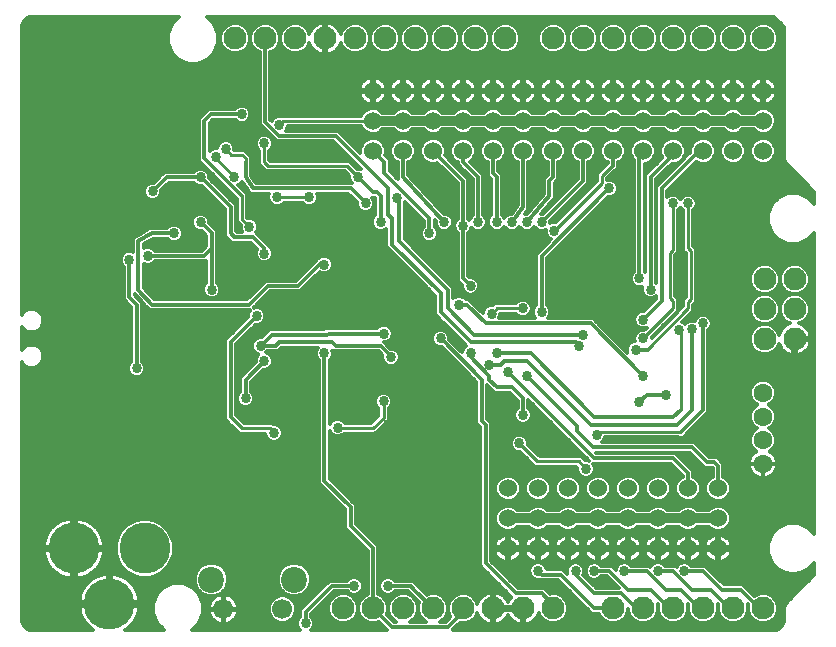
<source format=gbl>
G75*
%MOIN*%
%OFA0B0*%
%FSLAX25Y25*%
%IPPOS*%
%LPD*%
%AMOC8*
5,1,8,0,0,1.08239X$1,22.5*
%
%ADD10C,0.06000*%
%ADD11C,0.17000*%
%ADD12C,0.06299*%
%ADD13C,0.07600*%
%ADD14C,0.08661*%
%ADD15C,0.06693*%
%ADD16C,0.03369*%
%ADD17C,0.01000*%
%ADD18C,0.01200*%
%ADD19C,0.03200*%
D10*
X0180000Y0036559D03*
X0190000Y0036559D03*
X0200000Y0036559D03*
X0210000Y0036559D03*
X0220000Y0036559D03*
X0230000Y0036559D03*
X0240000Y0036559D03*
X0250000Y0036559D03*
X0250000Y0046559D03*
X0250000Y0056559D03*
X0240000Y0056559D03*
X0230000Y0056559D03*
X0220000Y0056559D03*
X0210000Y0056559D03*
X0200000Y0056559D03*
X0190000Y0056559D03*
X0180000Y0056559D03*
X0180000Y0046559D03*
X0190000Y0046559D03*
X0200000Y0046559D03*
X0210000Y0046559D03*
X0220000Y0046559D03*
X0230000Y0046559D03*
X0240000Y0046559D03*
X0235000Y0169059D03*
X0245000Y0169059D03*
X0255000Y0169059D03*
X0265000Y0169059D03*
X0265000Y0179059D03*
X0265000Y0189059D03*
X0255000Y0189059D03*
X0245000Y0189059D03*
X0235000Y0189059D03*
X0225000Y0189059D03*
X0215000Y0189059D03*
X0205000Y0189059D03*
X0195000Y0189059D03*
X0185000Y0189059D03*
X0175000Y0189059D03*
X0165000Y0189059D03*
X0155000Y0189059D03*
X0145000Y0189059D03*
X0135000Y0189059D03*
X0135000Y0179059D03*
X0145000Y0179059D03*
X0155000Y0179059D03*
X0165000Y0179059D03*
X0175000Y0179059D03*
X0185000Y0179059D03*
X0195000Y0179059D03*
X0205000Y0179059D03*
X0215000Y0179059D03*
X0225000Y0179059D03*
X0235000Y0179059D03*
X0245000Y0179059D03*
X0255000Y0179059D03*
X0225000Y0169059D03*
X0215000Y0169059D03*
X0205000Y0169059D03*
X0195000Y0169059D03*
X0185000Y0169059D03*
X0175000Y0169059D03*
X0165000Y0169059D03*
X0155000Y0169059D03*
X0145000Y0169059D03*
X0135000Y0169059D03*
D11*
X0058937Y0036559D03*
X0047126Y0018055D03*
X0035315Y0036559D03*
D12*
X0265000Y0064748D03*
X0265000Y0072622D03*
X0265000Y0080496D03*
X0265000Y0088370D03*
D13*
X0265551Y0106362D03*
X0275551Y0106362D03*
X0275551Y0116362D03*
X0275551Y0126362D03*
X0265551Y0126362D03*
X0265551Y0116362D03*
X0265000Y0206559D03*
X0255000Y0206559D03*
X0245000Y0206559D03*
X0235000Y0206559D03*
X0225000Y0206559D03*
X0215000Y0206559D03*
X0205000Y0206559D03*
X0195000Y0206559D03*
X0179000Y0206559D03*
X0169000Y0206559D03*
X0159000Y0206559D03*
X0149000Y0206559D03*
X0139000Y0206559D03*
X0129000Y0206559D03*
X0119000Y0206559D03*
X0109000Y0206559D03*
X0099000Y0206559D03*
X0089000Y0206559D03*
X0125000Y0016559D03*
X0135000Y0016559D03*
X0145000Y0016559D03*
X0155000Y0016559D03*
X0165000Y0016559D03*
X0175000Y0016559D03*
X0185000Y0016559D03*
X0195000Y0016559D03*
X0215000Y0016559D03*
X0225000Y0016559D03*
X0235000Y0016559D03*
X0245000Y0016559D03*
X0255000Y0016559D03*
X0265000Y0016559D03*
D14*
X0108716Y0026203D03*
X0081157Y0026203D03*
D15*
X0085094Y0016361D03*
X0104779Y0016361D03*
D16*
X0112500Y0011559D03*
X0128750Y0024059D03*
X0140000Y0024059D03*
X0190000Y0029059D03*
X0202500Y0029059D03*
X0208750Y0029059D03*
X0218750Y0029059D03*
X0230000Y0029059D03*
X0238750Y0029059D03*
X0206000Y0063059D03*
X0193750Y0072809D03*
X0183750Y0071559D03*
X0185000Y0081059D03*
X0175000Y0086559D03*
X0180000Y0095309D03*
X0186250Y0094059D03*
X0176250Y0101559D03*
X0173750Y0097809D03*
X0167500Y0101559D03*
X0157500Y0106559D03*
X0156250Y0111559D03*
X0163750Y0117809D03*
X0167500Y0124059D03*
X0174500Y0114809D03*
X0185000Y0116559D03*
X0191250Y0115309D03*
X0205000Y0107809D03*
X0203750Y0104059D03*
X0222500Y0102809D03*
X0225000Y0106559D03*
X0225000Y0112809D03*
X0237000Y0109309D03*
X0241250Y0109559D03*
X0245000Y0111559D03*
X0237500Y0122809D03*
X0227500Y0122809D03*
X0223750Y0126559D03*
X0237500Y0132809D03*
X0235000Y0151559D03*
X0240000Y0151559D03*
X0213750Y0156559D03*
X0195394Y0142484D03*
X0191250Y0145309D03*
X0186250Y0145309D03*
X0181250Y0145309D03*
X0176250Y0145309D03*
X0170000Y0145309D03*
X0165000Y0144059D03*
X0158750Y0145309D03*
X0153750Y0141559D03*
X0142925Y0153447D03*
X0137500Y0145309D03*
X0132500Y0151559D03*
X0130000Y0160309D03*
X0113750Y0153559D03*
X0103000Y0153559D03*
X0093750Y0143809D03*
X0098794Y0134863D03*
X0118733Y0131179D03*
X0096250Y0114059D03*
X0097500Y0104059D03*
X0098750Y0099059D03*
X0092500Y0086559D03*
X0102000Y0075059D03*
X0108694Y0079614D03*
X0115000Y0079059D03*
X0123166Y0076860D03*
X0126250Y0080309D03*
X0133750Y0080309D03*
X0140000Y0076559D03*
X0138500Y0085559D03*
X0141000Y0100309D03*
X0138646Y0108188D03*
X0118750Y0101559D03*
X0081250Y0122809D03*
X0068750Y0141559D03*
X0077500Y0145309D03*
X0061500Y0155559D03*
X0051250Y0149059D03*
X0042500Y0149059D03*
X0060000Y0134059D03*
X0053750Y0132809D03*
X0077500Y0160309D03*
X0082500Y0167059D03*
X0085915Y0169718D03*
X0088750Y0160309D03*
X0098750Y0171559D03*
X0103750Y0177809D03*
X0091250Y0181309D03*
X0056250Y0096559D03*
X0055000Y0089059D03*
X0043750Y0089059D03*
X0057500Y0055309D03*
X0071250Y0055309D03*
X0140000Y0065309D03*
X0158750Y0074059D03*
X0168750Y0074059D03*
X0209500Y0074309D03*
X0223750Y0085309D03*
X0232500Y0087809D03*
X0225000Y0094059D03*
D17*
X0226250Y0102809D02*
X0240000Y0116559D01*
X0240000Y0118559D01*
X0241000Y0119559D01*
X0241000Y0135559D01*
X0240000Y0136559D01*
X0240000Y0151559D01*
X0235000Y0151559D02*
X0235000Y0136059D01*
X0234000Y0135059D01*
X0234000Y0120059D01*
X0235000Y0119059D01*
X0235000Y0116559D01*
X0225000Y0106559D01*
X0237000Y0109309D02*
X0237500Y0108809D01*
X0237500Y0082809D01*
X0237500Y0075309D02*
X0210500Y0075309D01*
X0209500Y0074309D01*
X0203500Y0065559D02*
X0206000Y0063059D01*
X0203500Y0065559D02*
X0189750Y0065559D01*
X0188750Y0066559D01*
X0141000Y0100309D02*
X0141000Y0100559D01*
X0137500Y0104059D01*
X0138500Y0085559D02*
X0138500Y0080059D01*
X0135000Y0076559D01*
X0123468Y0076559D01*
X0123166Y0076860D01*
X0126250Y0080309D02*
X0133750Y0080309D01*
X0115000Y0079059D02*
X0114444Y0079614D01*
X0108694Y0079614D01*
X0102000Y0075059D02*
X0100500Y0076559D01*
X0091250Y0076559D01*
X0174500Y0114809D02*
X0176250Y0116559D01*
X0185000Y0116559D01*
X0195394Y0142484D02*
X0211319Y0158409D01*
X0211319Y0160732D01*
X0214646Y0164059D01*
X0215000Y0164059D01*
X0237500Y0132809D02*
X0237500Y0122809D01*
X0135000Y0179059D02*
X0105000Y0179059D01*
X0103750Y0177809D01*
X0098750Y0171559D02*
X0098750Y0165309D01*
X0100000Y0164059D01*
X0126250Y0164059D01*
X0130000Y0160309D01*
X0113750Y0153559D02*
X0103000Y0153559D01*
X0091250Y0154059D02*
X0091250Y0146309D01*
X0093750Y0143809D01*
X0088750Y0160309D02*
X0082500Y0166559D01*
X0082500Y0167059D01*
X0085915Y0169718D02*
X0087825Y0167809D01*
X0091250Y0167809D01*
X0092500Y0166559D01*
X0092500Y0165309D01*
D18*
X0018265Y0011288D02*
X0018881Y0010440D01*
X0019729Y0009824D01*
X0020726Y0009500D01*
X0021250Y0009459D01*
X0041823Y0009459D01*
X0041272Y0009804D01*
X0040385Y0010512D01*
X0039583Y0011314D01*
X0038876Y0012201D01*
X0038272Y0013161D01*
X0037780Y0014183D01*
X0037405Y0015254D01*
X0037153Y0016360D01*
X0037030Y0017455D01*
X0046526Y0017455D01*
X0046526Y0018655D01*
X0046526Y0028151D01*
X0045431Y0028028D01*
X0044326Y0027775D01*
X0043255Y0027400D01*
X0042233Y0026908D01*
X0041272Y0026305D01*
X0040385Y0025597D01*
X0039583Y0024795D01*
X0038876Y0023908D01*
X0038272Y0022948D01*
X0037780Y0021926D01*
X0037405Y0020855D01*
X0037153Y0019749D01*
X0037030Y0018655D01*
X0046526Y0018655D01*
X0047726Y0018655D01*
X0047726Y0028151D01*
X0048820Y0028028D01*
X0049926Y0027775D01*
X0050997Y0027400D01*
X0052019Y0026908D01*
X0052980Y0026305D01*
X0053867Y0025597D01*
X0054669Y0024795D01*
X0055376Y0023908D01*
X0055980Y0022948D01*
X0056472Y0021926D01*
X0056847Y0020855D01*
X0057099Y0019749D01*
X0057222Y0018655D01*
X0047726Y0018655D01*
X0047726Y0017455D01*
X0057222Y0017455D01*
X0057099Y0016360D01*
X0056847Y0015254D01*
X0056472Y0014183D01*
X0055980Y0013161D01*
X0055376Y0012201D01*
X0054669Y0011314D01*
X0053867Y0010512D01*
X0052980Y0009804D01*
X0052429Y0009459D01*
X0065321Y0009459D01*
X0065270Y0009480D01*
X0062921Y0011829D01*
X0061650Y0014898D01*
X0061650Y0018219D01*
X0062921Y0021288D01*
X0065270Y0023637D01*
X0068339Y0024909D01*
X0071661Y0024909D01*
X0074730Y0023637D01*
X0077079Y0021288D01*
X0078350Y0018219D01*
X0078350Y0014898D01*
X0077079Y0011829D01*
X0074730Y0009480D01*
X0074679Y0009459D01*
X0110521Y0009459D01*
X0110055Y0009925D01*
X0109616Y0010985D01*
X0109616Y0012132D01*
X0110055Y0013192D01*
X0110700Y0013837D01*
X0110700Y0016054D01*
X0119450Y0024804D01*
X0120504Y0025859D01*
X0126471Y0025859D01*
X0127116Y0026504D01*
X0128176Y0026943D01*
X0129324Y0026943D01*
X0130384Y0026504D01*
X0131195Y0025692D01*
X0131634Y0024632D01*
X0131634Y0023485D01*
X0131195Y0022425D01*
X0130384Y0021613D01*
X0129324Y0021174D01*
X0128176Y0021174D01*
X0127116Y0021613D01*
X0126471Y0022259D01*
X0121996Y0022259D01*
X0114300Y0014563D01*
X0114300Y0013837D01*
X0114945Y0013192D01*
X0115384Y0012132D01*
X0115384Y0010985D01*
X0114945Y0009925D01*
X0114479Y0009459D01*
X0139554Y0009459D01*
X0137027Y0011986D01*
X0135995Y0011559D01*
X0134005Y0011559D01*
X0132168Y0012320D01*
X0130761Y0013726D01*
X0130000Y0015564D01*
X0129239Y0013726D01*
X0127832Y0012320D01*
X0125995Y0011559D01*
X0124005Y0011559D01*
X0122168Y0012320D01*
X0120761Y0013726D01*
X0120000Y0015564D01*
X0120000Y0017553D01*
X0120761Y0019391D01*
X0122168Y0020797D01*
X0124005Y0021559D01*
X0125995Y0021559D01*
X0127832Y0020797D01*
X0129239Y0019391D01*
X0130000Y0017553D01*
X0130000Y0015564D01*
X0130000Y0017553D01*
X0130761Y0019391D01*
X0132168Y0020797D01*
X0133200Y0021225D01*
X0133200Y0035813D01*
X0126754Y0042259D01*
X0126754Y0042259D01*
X0125700Y0043313D01*
X0125700Y0049563D01*
X0116950Y0058313D01*
X0116950Y0099280D01*
X0116305Y0099925D01*
X0115866Y0100985D01*
X0115866Y0102132D01*
X0116305Y0103192D01*
X0116621Y0103509D01*
X0104496Y0103509D01*
X0104300Y0103313D01*
X0103246Y0102259D01*
X0099779Y0102259D01*
X0099422Y0101902D01*
X0100384Y0101504D01*
X0101195Y0100692D01*
X0101634Y0099632D01*
X0101634Y0098485D01*
X0101195Y0097425D01*
X0100384Y0096613D01*
X0099324Y0096174D01*
X0098411Y0096174D01*
X0094300Y0092063D01*
X0094300Y0088837D01*
X0094945Y0088192D01*
X0095384Y0087132D01*
X0095384Y0085985D01*
X0094945Y0084925D01*
X0094134Y0084113D01*
X0093074Y0083674D01*
X0091926Y0083674D01*
X0090866Y0084113D01*
X0090055Y0084925D01*
X0089616Y0085985D01*
X0089616Y0087132D01*
X0090055Y0088192D01*
X0090700Y0088837D01*
X0090700Y0093554D01*
X0095866Y0098720D01*
X0095866Y0099632D01*
X0096305Y0100692D01*
X0096828Y0101215D01*
X0095866Y0101613D01*
X0095055Y0102425D01*
X0094616Y0103485D01*
X0094616Y0104632D01*
X0095055Y0105692D01*
X0095866Y0106504D01*
X0096926Y0106943D01*
X0097839Y0106943D01*
X0099971Y0109075D01*
X0100486Y0109601D01*
X0100497Y0109601D01*
X0100504Y0109609D01*
X0101241Y0109609D01*
X0136344Y0109964D01*
X0137012Y0110633D01*
X0138072Y0111072D01*
X0139219Y0111072D01*
X0140280Y0110633D01*
X0141091Y0109822D01*
X0141530Y0108761D01*
X0141530Y0107614D01*
X0141091Y0106554D01*
X0140280Y0105743D01*
X0139219Y0105303D01*
X0138801Y0105303D01*
X0139300Y0104804D01*
X0139300Y0104663D01*
X0140770Y0103193D01*
X0141574Y0103193D01*
X0142634Y0102754D01*
X0143445Y0101942D01*
X0143884Y0100882D01*
X0143884Y0099735D01*
X0143445Y0098675D01*
X0142634Y0097863D01*
X0141574Y0097424D01*
X0140426Y0097424D01*
X0139366Y0097863D01*
X0138555Y0098675D01*
X0138116Y0099735D01*
X0138116Y0100882D01*
X0138162Y0100993D01*
X0136896Y0102259D01*
X0121754Y0102259D01*
X0121460Y0102553D01*
X0121634Y0102132D01*
X0121634Y0100985D01*
X0121195Y0099925D01*
X0120550Y0099280D01*
X0120550Y0078081D01*
X0120721Y0078494D01*
X0121532Y0079306D01*
X0122592Y0079745D01*
X0123740Y0079745D01*
X0124800Y0079306D01*
X0125611Y0078494D01*
X0125709Y0078259D01*
X0134296Y0078259D01*
X0136800Y0080763D01*
X0136800Y0083180D01*
X0136055Y0083925D01*
X0135616Y0084985D01*
X0135616Y0086132D01*
X0136055Y0087192D01*
X0136866Y0088004D01*
X0137926Y0088443D01*
X0139074Y0088443D01*
X0140134Y0088004D01*
X0140945Y0087192D01*
X0141384Y0086132D01*
X0141384Y0084985D01*
X0140945Y0083925D01*
X0140200Y0083180D01*
X0140200Y0079354D01*
X0139204Y0078359D01*
X0135704Y0074859D01*
X0125243Y0074859D01*
X0124800Y0074415D01*
X0123740Y0073976D01*
X0122592Y0073976D01*
X0121532Y0074415D01*
X0120721Y0075227D01*
X0120550Y0075640D01*
X0120550Y0059804D01*
X0129300Y0051054D01*
X0129300Y0044804D01*
X0135746Y0038359D01*
X0135746Y0038359D01*
X0136800Y0037304D01*
X0136800Y0021225D01*
X0137832Y0020797D01*
X0139239Y0019391D01*
X0140000Y0017553D01*
X0140000Y0015564D01*
X0139572Y0014532D01*
X0141996Y0012109D01*
X0142678Y0012109D01*
X0142168Y0012320D01*
X0140761Y0013726D01*
X0140000Y0015564D01*
X0140000Y0017553D01*
X0140761Y0019391D01*
X0142168Y0020797D01*
X0144005Y0021559D01*
X0145995Y0021559D01*
X0147832Y0020797D01*
X0149239Y0019391D01*
X0150000Y0017553D01*
X0150000Y0015564D01*
X0149239Y0013726D01*
X0147832Y0012320D01*
X0147322Y0012109D01*
X0152678Y0012109D01*
X0152168Y0012320D01*
X0150761Y0013726D01*
X0150000Y0015564D01*
X0150000Y0017553D01*
X0150428Y0018585D01*
X0148004Y0021009D01*
X0146754Y0022259D01*
X0142279Y0022259D01*
X0141634Y0021613D01*
X0140574Y0021174D01*
X0139426Y0021174D01*
X0138366Y0021613D01*
X0137555Y0022425D01*
X0137116Y0023485D01*
X0137116Y0024632D01*
X0137555Y0025692D01*
X0138366Y0026504D01*
X0139426Y0026943D01*
X0140574Y0026943D01*
X0141634Y0026504D01*
X0142279Y0025859D01*
X0148246Y0025859D01*
X0150550Y0023554D01*
X0152973Y0021131D01*
X0154005Y0021559D01*
X0155995Y0021559D01*
X0157832Y0020797D01*
X0159239Y0019391D01*
X0160000Y0017553D01*
X0160000Y0015564D01*
X0159239Y0013726D01*
X0157832Y0012320D01*
X0157322Y0012109D01*
X0159254Y0012109D01*
X0160817Y0013671D01*
X0160761Y0013726D01*
X0160000Y0015564D01*
X0160000Y0017553D01*
X0160761Y0019391D01*
X0162168Y0020797D01*
X0164005Y0021559D01*
X0165995Y0021559D01*
X0167832Y0020797D01*
X0169239Y0019391D01*
X0169801Y0018033D01*
X0169996Y0018631D01*
X0170382Y0019389D01*
X0170881Y0020076D01*
X0171482Y0020677D01*
X0172170Y0021177D01*
X0172927Y0021563D01*
X0173735Y0021826D01*
X0174575Y0021959D01*
X0174600Y0021959D01*
X0174600Y0016959D01*
X0175400Y0016959D01*
X0175400Y0021959D01*
X0175425Y0021959D01*
X0176265Y0021826D01*
X0177073Y0021563D01*
X0177830Y0021177D01*
X0178518Y0020677D01*
X0179119Y0020076D01*
X0179618Y0019389D01*
X0180000Y0018640D01*
X0180382Y0019389D01*
X0180881Y0020076D01*
X0181159Y0020354D01*
X0180700Y0020813D01*
X0171754Y0029759D01*
X0171754Y0029759D01*
X0170700Y0030813D01*
X0170700Y0077063D01*
X0169450Y0078313D01*
X0169450Y0092063D01*
X0157839Y0103674D01*
X0156926Y0103674D01*
X0155866Y0104113D01*
X0155055Y0104925D01*
X0154616Y0105985D01*
X0154616Y0107132D01*
X0155055Y0108192D01*
X0155866Y0109004D01*
X0156926Y0109443D01*
X0158074Y0109443D01*
X0159134Y0109004D01*
X0159945Y0108192D01*
X0160384Y0107132D01*
X0160384Y0106220D01*
X0164616Y0101988D01*
X0164616Y0102132D01*
X0165055Y0103192D01*
X0165866Y0104004D01*
X0166144Y0104119D01*
X0165700Y0104563D01*
X0156754Y0113509D01*
X0155700Y0114563D01*
X0155700Y0120813D01*
X0140504Y0136009D01*
X0139450Y0137063D01*
X0139450Y0143180D01*
X0139134Y0142863D01*
X0138074Y0142424D01*
X0136926Y0142424D01*
X0135866Y0142863D01*
X0135055Y0143675D01*
X0134616Y0144735D01*
X0134616Y0145882D01*
X0135055Y0146942D01*
X0135700Y0147587D01*
X0135700Y0153313D01*
X0135504Y0153509D01*
X0134629Y0153509D01*
X0134945Y0153192D01*
X0135384Y0152132D01*
X0135384Y0150985D01*
X0134945Y0149925D01*
X0134134Y0149113D01*
X0133074Y0148674D01*
X0131926Y0148674D01*
X0130866Y0149113D01*
X0130055Y0149925D01*
X0129616Y0150985D01*
X0129616Y0151897D01*
X0126754Y0154759D01*
X0116375Y0154759D01*
X0116634Y0154132D01*
X0116634Y0152985D01*
X0116195Y0151925D01*
X0115384Y0151113D01*
X0114324Y0150674D01*
X0113176Y0150674D01*
X0112116Y0151113D01*
X0111371Y0151859D01*
X0105379Y0151859D01*
X0104634Y0151113D01*
X0103574Y0150674D01*
X0102426Y0150674D01*
X0101366Y0151113D01*
X0100555Y0151925D01*
X0100116Y0152985D01*
X0100116Y0154132D01*
X0100375Y0154759D01*
X0095545Y0154759D01*
X0095378Y0154647D01*
X0094822Y0154759D01*
X0094254Y0154759D01*
X0094113Y0154900D01*
X0093916Y0154940D01*
X0093601Y0155412D01*
X0093200Y0155813D01*
X0093200Y0156014D01*
X0091284Y0158888D01*
X0091195Y0158675D01*
X0090384Y0157863D01*
X0090106Y0157748D01*
X0093050Y0154804D01*
X0093050Y0153313D01*
X0092950Y0153213D01*
X0092950Y0147013D01*
X0093270Y0146693D01*
X0094324Y0146693D01*
X0095384Y0146254D01*
X0096195Y0145442D01*
X0096634Y0144382D01*
X0096634Y0143235D01*
X0096195Y0142175D01*
X0095937Y0141917D01*
X0096800Y0141054D01*
X0100006Y0137848D01*
X0100530Y0137351D01*
X0100531Y0137323D01*
X0100550Y0137304D01*
X0100550Y0137186D01*
X0101239Y0136497D01*
X0101678Y0135437D01*
X0101678Y0134289D01*
X0101239Y0133229D01*
X0100428Y0132418D01*
X0099368Y0131979D01*
X0098220Y0131979D01*
X0097160Y0132418D01*
X0096349Y0133229D01*
X0095910Y0134289D01*
X0095910Y0135437D01*
X0096325Y0136438D01*
X0094254Y0138509D01*
X0088004Y0138509D01*
X0086754Y0139759D01*
X0085700Y0140813D01*
X0085700Y0149563D01*
X0077839Y0157424D01*
X0076926Y0157424D01*
X0075866Y0157863D01*
X0075221Y0158509D01*
X0066996Y0158509D01*
X0064384Y0155897D01*
X0064384Y0154985D01*
X0063945Y0153925D01*
X0063134Y0153113D01*
X0062074Y0152674D01*
X0060926Y0152674D01*
X0059866Y0153113D01*
X0059055Y0153925D01*
X0058616Y0154985D01*
X0058616Y0156132D01*
X0059055Y0157192D01*
X0059866Y0158004D01*
X0060926Y0158443D01*
X0061839Y0158443D01*
X0064450Y0161054D01*
X0065504Y0162109D01*
X0075221Y0162109D01*
X0075866Y0162754D01*
X0076926Y0163193D01*
X0078074Y0163193D01*
X0079134Y0162754D01*
X0079945Y0161942D01*
X0080384Y0160882D01*
X0080384Y0159970D01*
X0089300Y0151054D01*
X0089300Y0142304D01*
X0089496Y0142109D01*
X0091371Y0142109D01*
X0091305Y0142175D01*
X0090866Y0143235D01*
X0090866Y0144289D01*
X0089550Y0145604D01*
X0089550Y0153213D01*
X0078004Y0164759D01*
X0076950Y0165813D01*
X0076950Y0179804D01*
X0079200Y0182054D01*
X0080254Y0183109D01*
X0088971Y0183109D01*
X0089616Y0183754D01*
X0090676Y0184193D01*
X0091824Y0184193D01*
X0092884Y0183754D01*
X0093695Y0182942D01*
X0094134Y0181882D01*
X0094134Y0180735D01*
X0093695Y0179675D01*
X0092884Y0178863D01*
X0091824Y0178424D01*
X0090676Y0178424D01*
X0089616Y0178863D01*
X0088971Y0179509D01*
X0081746Y0179509D01*
X0080550Y0178313D01*
X0080550Y0169187D01*
X0080866Y0169504D01*
X0081926Y0169943D01*
X0083031Y0169943D01*
X0083031Y0170292D01*
X0083470Y0171352D01*
X0084282Y0172163D01*
X0085342Y0172602D01*
X0086489Y0172602D01*
X0087549Y0172163D01*
X0088360Y0171352D01*
X0088800Y0170292D01*
X0088800Y0169509D01*
X0091954Y0169509D01*
X0092950Y0168513D01*
X0094200Y0167263D01*
X0094200Y0166154D01*
X0094300Y0166054D01*
X0094300Y0160854D01*
X0095963Y0158359D01*
X0127871Y0158359D01*
X0127555Y0158675D01*
X0127116Y0159735D01*
X0127116Y0160789D01*
X0125546Y0162359D01*
X0099296Y0162359D01*
X0098300Y0163354D01*
X0097050Y0164604D01*
X0097050Y0169180D01*
X0096305Y0169925D01*
X0095866Y0170985D01*
X0095866Y0172132D01*
X0096305Y0173192D01*
X0097116Y0174004D01*
X0098176Y0174443D01*
X0099324Y0174443D01*
X0100384Y0174004D01*
X0101195Y0173192D01*
X0101634Y0172132D01*
X0101634Y0170985D01*
X0101195Y0169925D01*
X0100450Y0169180D01*
X0100450Y0166013D01*
X0100704Y0165759D01*
X0126954Y0165759D01*
X0129520Y0163193D01*
X0130574Y0163193D01*
X0130994Y0163018D01*
X0121754Y0172259D01*
X0103004Y0172259D01*
X0098254Y0177009D01*
X0097200Y0178063D01*
X0097200Y0201892D01*
X0096168Y0202320D01*
X0094761Y0203726D01*
X0094000Y0205564D01*
X0093239Y0203726D01*
X0091832Y0202320D01*
X0089995Y0201559D01*
X0088005Y0201559D01*
X0086168Y0202320D01*
X0084761Y0203726D01*
X0084000Y0205564D01*
X0084000Y0207553D01*
X0084761Y0209391D01*
X0086168Y0210797D01*
X0088005Y0211559D01*
X0089995Y0211559D01*
X0091832Y0210797D01*
X0093239Y0209391D01*
X0094000Y0207553D01*
X0094000Y0205564D01*
X0094000Y0207553D01*
X0094761Y0209391D01*
X0096168Y0210797D01*
X0098005Y0211559D01*
X0099995Y0211559D01*
X0101832Y0210797D01*
X0103239Y0209391D01*
X0104000Y0207553D01*
X0104000Y0205564D01*
X0104761Y0203726D01*
X0106168Y0202320D01*
X0108005Y0201559D01*
X0109995Y0201559D01*
X0111832Y0202320D01*
X0113239Y0203726D01*
X0113801Y0205084D01*
X0113996Y0204486D01*
X0114382Y0203728D01*
X0114881Y0203041D01*
X0115482Y0202440D01*
X0116170Y0201940D01*
X0116927Y0201554D01*
X0117735Y0201291D01*
X0118575Y0201159D01*
X0118600Y0201159D01*
X0118600Y0206158D01*
X0119400Y0206158D01*
X0119400Y0201159D01*
X0119425Y0201159D01*
X0120265Y0201291D01*
X0121073Y0201554D01*
X0121830Y0201940D01*
X0122518Y0202440D01*
X0123119Y0203041D01*
X0123618Y0203728D01*
X0124004Y0204486D01*
X0124199Y0205084D01*
X0124761Y0203726D01*
X0126168Y0202320D01*
X0128005Y0201559D01*
X0129995Y0201559D01*
X0131832Y0202320D01*
X0133239Y0203726D01*
X0134000Y0205564D01*
X0134000Y0207553D01*
X0133239Y0209391D01*
X0131832Y0210797D01*
X0129995Y0211559D01*
X0128005Y0211559D01*
X0126168Y0210797D01*
X0124761Y0209391D01*
X0124199Y0208033D01*
X0124004Y0208631D01*
X0123618Y0209389D01*
X0123119Y0210076D01*
X0122518Y0210677D01*
X0121830Y0211177D01*
X0121073Y0211563D01*
X0120265Y0211826D01*
X0119425Y0211959D01*
X0119400Y0211959D01*
X0119400Y0206959D01*
X0118600Y0206959D01*
X0118600Y0211959D01*
X0118575Y0211959D01*
X0117735Y0211826D01*
X0116927Y0211563D01*
X0116170Y0211177D01*
X0115482Y0210677D01*
X0114881Y0210076D01*
X0114382Y0209389D01*
X0113996Y0208631D01*
X0113801Y0208033D01*
X0113239Y0209391D01*
X0111832Y0210797D01*
X0109995Y0211559D01*
X0108005Y0211559D01*
X0106168Y0210797D01*
X0104761Y0209391D01*
X0104000Y0207553D01*
X0104000Y0205564D01*
X0103239Y0203726D01*
X0101832Y0202320D01*
X0100800Y0201892D01*
X0100800Y0179554D01*
X0101190Y0179164D01*
X0101305Y0179442D01*
X0102116Y0180254D01*
X0103176Y0180693D01*
X0104230Y0180693D01*
X0104296Y0180759D01*
X0131158Y0180759D01*
X0131439Y0181438D01*
X0132621Y0182619D01*
X0134165Y0183259D01*
X0135835Y0183259D01*
X0137379Y0182619D01*
X0138140Y0181859D01*
X0141860Y0181859D01*
X0142621Y0182619D01*
X0144165Y0183259D01*
X0145835Y0183259D01*
X0147379Y0182619D01*
X0148140Y0181859D01*
X0151860Y0181859D01*
X0152621Y0182619D01*
X0154165Y0183259D01*
X0155835Y0183259D01*
X0157379Y0182619D01*
X0158140Y0181859D01*
X0161860Y0181859D01*
X0162621Y0182619D01*
X0164165Y0183259D01*
X0165835Y0183259D01*
X0167379Y0182619D01*
X0168140Y0181859D01*
X0171860Y0181859D01*
X0172621Y0182619D01*
X0174165Y0183259D01*
X0175835Y0183259D01*
X0177379Y0182619D01*
X0178140Y0181859D01*
X0181860Y0181859D01*
X0182621Y0182619D01*
X0184165Y0183259D01*
X0185835Y0183259D01*
X0187379Y0182619D01*
X0188140Y0181859D01*
X0191860Y0181859D01*
X0192621Y0182619D01*
X0194165Y0183259D01*
X0195835Y0183259D01*
X0197379Y0182619D01*
X0198140Y0181859D01*
X0201860Y0181859D01*
X0202621Y0182619D01*
X0204165Y0183259D01*
X0205835Y0183259D01*
X0207379Y0182619D01*
X0208140Y0181859D01*
X0211860Y0181859D01*
X0212621Y0182619D01*
X0214165Y0183259D01*
X0215835Y0183259D01*
X0217379Y0182619D01*
X0218140Y0181859D01*
X0221860Y0181859D01*
X0222621Y0182619D01*
X0224165Y0183259D01*
X0225835Y0183259D01*
X0227379Y0182619D01*
X0228140Y0181859D01*
X0231860Y0181859D01*
X0232621Y0182619D01*
X0234165Y0183259D01*
X0235835Y0183259D01*
X0237379Y0182619D01*
X0238140Y0181859D01*
X0241860Y0181859D01*
X0242621Y0182619D01*
X0244165Y0183259D01*
X0245835Y0183259D01*
X0247379Y0182619D01*
X0248140Y0181859D01*
X0251860Y0181859D01*
X0252621Y0182619D01*
X0254165Y0183259D01*
X0255835Y0183259D01*
X0257379Y0182619D01*
X0258140Y0181859D01*
X0261860Y0181859D01*
X0262621Y0182619D01*
X0264165Y0183259D01*
X0265835Y0183259D01*
X0267379Y0182619D01*
X0268561Y0181438D01*
X0269200Y0179894D01*
X0269200Y0178223D01*
X0268561Y0176679D01*
X0267379Y0175498D01*
X0265835Y0174859D01*
X0264165Y0174859D01*
X0262621Y0175498D01*
X0261860Y0176259D01*
X0258140Y0176259D01*
X0257379Y0175498D01*
X0255835Y0174859D01*
X0254165Y0174859D01*
X0252621Y0175498D01*
X0251860Y0176259D01*
X0248140Y0176259D01*
X0247379Y0175498D01*
X0245835Y0174859D01*
X0244165Y0174859D01*
X0242621Y0175498D01*
X0241860Y0176259D01*
X0238140Y0176259D01*
X0237379Y0175498D01*
X0235835Y0174859D01*
X0234165Y0174859D01*
X0232621Y0175498D01*
X0231860Y0176259D01*
X0228140Y0176259D01*
X0227379Y0175498D01*
X0225835Y0174859D01*
X0224165Y0174859D01*
X0222621Y0175498D01*
X0221860Y0176259D01*
X0218140Y0176259D01*
X0217379Y0175498D01*
X0215835Y0174859D01*
X0214165Y0174859D01*
X0212621Y0175498D01*
X0211860Y0176259D01*
X0208140Y0176259D01*
X0207379Y0175498D01*
X0205835Y0174859D01*
X0204165Y0174859D01*
X0202621Y0175498D01*
X0201860Y0176259D01*
X0198140Y0176259D01*
X0197379Y0175498D01*
X0195835Y0174859D01*
X0194165Y0174859D01*
X0192621Y0175498D01*
X0191860Y0176259D01*
X0188140Y0176259D01*
X0187379Y0175498D01*
X0185835Y0174859D01*
X0184165Y0174859D01*
X0182621Y0175498D01*
X0181860Y0176259D01*
X0178140Y0176259D01*
X0177379Y0175498D01*
X0175835Y0174859D01*
X0174165Y0174859D01*
X0172621Y0175498D01*
X0171860Y0176259D01*
X0168140Y0176259D01*
X0167379Y0175498D01*
X0165835Y0174859D01*
X0164165Y0174859D01*
X0162621Y0175498D01*
X0161860Y0176259D01*
X0158140Y0176259D01*
X0157379Y0175498D01*
X0155835Y0174859D01*
X0154165Y0174859D01*
X0152621Y0175498D01*
X0151860Y0176259D01*
X0148140Y0176259D01*
X0147379Y0175498D01*
X0145835Y0174859D01*
X0144165Y0174859D01*
X0142621Y0175498D01*
X0141860Y0176259D01*
X0138140Y0176259D01*
X0137379Y0175498D01*
X0135835Y0174859D01*
X0134165Y0174859D01*
X0132621Y0175498D01*
X0131439Y0176679D01*
X0131158Y0177359D01*
X0106634Y0177359D01*
X0106634Y0177235D01*
X0106195Y0176175D01*
X0105879Y0175859D01*
X0123246Y0175859D01*
X0124300Y0174804D01*
X0130800Y0168304D01*
X0130800Y0169894D01*
X0131439Y0171438D01*
X0132621Y0172619D01*
X0134165Y0173259D01*
X0135835Y0173259D01*
X0137379Y0172619D01*
X0138561Y0171438D01*
X0139200Y0169894D01*
X0139200Y0168223D01*
X0138960Y0167644D01*
X0140550Y0166054D01*
X0140550Y0162304D01*
X0143171Y0159683D01*
X0143200Y0160348D01*
X0143200Y0165258D01*
X0142621Y0165498D01*
X0141439Y0166679D01*
X0140800Y0168223D01*
X0140800Y0169894D01*
X0141439Y0171438D01*
X0142621Y0172619D01*
X0144165Y0173259D01*
X0145835Y0173259D01*
X0147379Y0172619D01*
X0148561Y0171438D01*
X0149200Y0169894D01*
X0149200Y0168223D01*
X0148561Y0166679D01*
X0147379Y0165498D01*
X0146800Y0165258D01*
X0146800Y0161009D01*
X0158548Y0148193D01*
X0159324Y0148193D01*
X0160384Y0147754D01*
X0161195Y0146942D01*
X0161634Y0145882D01*
X0161634Y0144735D01*
X0161195Y0143675D01*
X0160384Y0142863D01*
X0159324Y0142424D01*
X0158176Y0142424D01*
X0157116Y0142863D01*
X0156305Y0143675D01*
X0155866Y0144735D01*
X0155866Y0145791D01*
X0155550Y0146136D01*
X0155550Y0143837D01*
X0156195Y0143192D01*
X0156634Y0142132D01*
X0156634Y0140985D01*
X0156195Y0139925D01*
X0155384Y0139113D01*
X0154324Y0138674D01*
X0153176Y0138674D01*
X0152116Y0139113D01*
X0151305Y0139925D01*
X0150866Y0140985D01*
X0150866Y0142132D01*
X0151305Y0143192D01*
X0151950Y0143837D01*
X0151950Y0145813D01*
X0145559Y0152204D01*
X0145550Y0152193D01*
X0145550Y0139804D01*
X0161800Y0123554D01*
X0161800Y0119937D01*
X0162116Y0120254D01*
X0163176Y0120693D01*
X0164324Y0120693D01*
X0165384Y0120254D01*
X0166029Y0119609D01*
X0166996Y0119609D01*
X0168050Y0118554D01*
X0171616Y0114988D01*
X0171616Y0115382D01*
X0172055Y0116442D01*
X0172866Y0117254D01*
X0173926Y0117693D01*
X0174980Y0117693D01*
X0175546Y0118259D01*
X0182621Y0118259D01*
X0183366Y0119004D01*
X0184426Y0119443D01*
X0185574Y0119443D01*
X0186634Y0119004D01*
X0187445Y0118192D01*
X0187884Y0117132D01*
X0187884Y0115985D01*
X0187445Y0114925D01*
X0186634Y0114113D01*
X0185574Y0113674D01*
X0184426Y0113674D01*
X0183366Y0114113D01*
X0182621Y0114859D01*
X0177384Y0114859D01*
X0177384Y0114235D01*
X0177021Y0113359D01*
X0189121Y0113359D01*
X0188805Y0113675D01*
X0188366Y0114735D01*
X0188366Y0115882D01*
X0188805Y0116942D01*
X0189450Y0117587D01*
X0189450Y0134804D01*
X0190504Y0135859D01*
X0194414Y0139768D01*
X0193760Y0140039D01*
X0192949Y0140850D01*
X0192509Y0141910D01*
X0192509Y0142708D01*
X0191824Y0142424D01*
X0190676Y0142424D01*
X0189616Y0142863D01*
X0188805Y0143675D01*
X0188750Y0143807D01*
X0188695Y0143675D01*
X0187884Y0142863D01*
X0186824Y0142424D01*
X0185676Y0142424D01*
X0184616Y0142863D01*
X0183805Y0143675D01*
X0183750Y0143807D01*
X0183695Y0143675D01*
X0182884Y0142863D01*
X0181824Y0142424D01*
X0180676Y0142424D01*
X0179616Y0142863D01*
X0178805Y0143675D01*
X0178750Y0143807D01*
X0178695Y0143675D01*
X0177884Y0142863D01*
X0176824Y0142424D01*
X0175676Y0142424D01*
X0174616Y0142863D01*
X0173805Y0143675D01*
X0173366Y0144735D01*
X0173366Y0145882D01*
X0173805Y0146942D01*
X0174450Y0147587D01*
X0174450Y0159563D01*
X0174254Y0159759D01*
X0173200Y0160813D01*
X0173200Y0165258D01*
X0172621Y0165498D01*
X0171439Y0166679D01*
X0170800Y0168223D01*
X0170800Y0169894D01*
X0171439Y0171438D01*
X0172621Y0172619D01*
X0174165Y0173259D01*
X0175835Y0173259D01*
X0177379Y0172619D01*
X0178561Y0171438D01*
X0179200Y0169894D01*
X0179200Y0168223D01*
X0178561Y0166679D01*
X0177379Y0165498D01*
X0176800Y0165258D01*
X0176800Y0162304D01*
X0178050Y0161054D01*
X0178050Y0147587D01*
X0178695Y0146942D01*
X0178750Y0146810D01*
X0178805Y0146942D01*
X0179616Y0147754D01*
X0180676Y0148193D01*
X0181163Y0148193D01*
X0183200Y0150909D01*
X0183200Y0165258D01*
X0182621Y0165498D01*
X0181439Y0166679D01*
X0180800Y0168223D01*
X0180800Y0169894D01*
X0181439Y0171438D01*
X0182621Y0172619D01*
X0184165Y0173259D01*
X0185835Y0173259D01*
X0187379Y0172619D01*
X0188561Y0171438D01*
X0189200Y0169894D01*
X0189200Y0168223D01*
X0188561Y0166679D01*
X0187379Y0165498D01*
X0186800Y0165258D01*
X0186800Y0150436D01*
X0186887Y0149825D01*
X0186800Y0149709D01*
X0186800Y0149563D01*
X0186363Y0149126D01*
X0185657Y0148185D01*
X0185676Y0148193D01*
X0186351Y0148193D01*
X0191950Y0154724D01*
X0191950Y0159804D01*
X0193200Y0161054D01*
X0193200Y0165258D01*
X0192621Y0165498D01*
X0191439Y0166679D01*
X0190800Y0168223D01*
X0190800Y0169894D01*
X0191439Y0171438D01*
X0192621Y0172619D01*
X0194165Y0173259D01*
X0195835Y0173259D01*
X0197379Y0172619D01*
X0198561Y0171438D01*
X0199200Y0169894D01*
X0199200Y0168223D01*
X0198561Y0166679D01*
X0197379Y0165498D01*
X0196800Y0165258D01*
X0196800Y0159563D01*
X0195746Y0158509D01*
X0195550Y0158313D01*
X0195550Y0154128D01*
X0195602Y0153453D01*
X0195550Y0153393D01*
X0195550Y0153313D01*
X0195072Y0152835D01*
X0191093Y0148193D01*
X0191589Y0148193D01*
X0203200Y0159804D01*
X0203200Y0165258D01*
X0202621Y0165498D01*
X0201439Y0166679D01*
X0200800Y0168223D01*
X0200800Y0169894D01*
X0201439Y0171438D01*
X0202621Y0172619D01*
X0204165Y0173259D01*
X0205835Y0173259D01*
X0207379Y0172619D01*
X0208561Y0171438D01*
X0209200Y0169894D01*
X0209200Y0168223D01*
X0208561Y0166679D01*
X0207379Y0165498D01*
X0206800Y0165258D01*
X0206800Y0158313D01*
X0205746Y0157259D01*
X0194134Y0145647D01*
X0194134Y0145084D01*
X0194820Y0145368D01*
X0195874Y0145368D01*
X0209619Y0159113D01*
X0209619Y0161436D01*
X0212946Y0164763D01*
X0213200Y0165017D01*
X0213200Y0165258D01*
X0212621Y0165498D01*
X0211439Y0166679D01*
X0210800Y0168223D01*
X0210800Y0169894D01*
X0211439Y0171438D01*
X0212621Y0172619D01*
X0214165Y0173259D01*
X0215835Y0173259D01*
X0217379Y0172619D01*
X0218561Y0171438D01*
X0219200Y0169894D01*
X0219200Y0168223D01*
X0218561Y0166679D01*
X0217379Y0165498D01*
X0216800Y0165258D01*
X0216800Y0163313D01*
X0215746Y0162259D01*
X0215250Y0162259D01*
X0213019Y0160028D01*
X0213019Y0159378D01*
X0213176Y0159443D01*
X0214324Y0159443D01*
X0215384Y0159004D01*
X0216195Y0158192D01*
X0216634Y0157132D01*
X0216634Y0155985D01*
X0216195Y0154925D01*
X0215384Y0154113D01*
X0214324Y0153674D01*
X0213411Y0153674D01*
X0193050Y0133313D01*
X0193050Y0117587D01*
X0193695Y0116942D01*
X0194134Y0115882D01*
X0194134Y0114735D01*
X0193695Y0113675D01*
X0193379Y0113359D01*
X0208246Y0113359D01*
X0219790Y0101814D01*
X0219616Y0102235D01*
X0219616Y0103382D01*
X0220055Y0104442D01*
X0220866Y0105254D01*
X0221926Y0105693D01*
X0222237Y0105693D01*
X0222116Y0105985D01*
X0222116Y0107132D01*
X0222555Y0108192D01*
X0223366Y0109004D01*
X0224426Y0109443D01*
X0225480Y0109443D01*
X0226236Y0110199D01*
X0225574Y0109924D01*
X0224426Y0109924D01*
X0223366Y0110363D01*
X0222555Y0111175D01*
X0222116Y0112235D01*
X0222116Y0113382D01*
X0222555Y0114442D01*
X0223366Y0115254D01*
X0224426Y0115693D01*
X0225339Y0115693D01*
X0229450Y0119804D01*
X0229450Y0120680D01*
X0229134Y0120363D01*
X0228074Y0119924D01*
X0226926Y0119924D01*
X0225866Y0120363D01*
X0225055Y0121175D01*
X0224616Y0122235D01*
X0224616Y0123382D01*
X0224822Y0123881D01*
X0224324Y0123674D01*
X0223176Y0123674D01*
X0222116Y0124113D01*
X0221305Y0124925D01*
X0220866Y0125985D01*
X0220866Y0127132D01*
X0221305Y0128192D01*
X0221950Y0128837D01*
X0221950Y0166169D01*
X0221439Y0166679D01*
X0220800Y0168223D01*
X0220800Y0169894D01*
X0221439Y0171438D01*
X0222621Y0172619D01*
X0224165Y0173259D01*
X0225835Y0173259D01*
X0227379Y0172619D01*
X0228561Y0171438D01*
X0229200Y0169894D01*
X0229200Y0168223D01*
X0228561Y0166679D01*
X0227379Y0165498D01*
X0225835Y0164859D01*
X0225550Y0164859D01*
X0225550Y0128837D01*
X0225700Y0128687D01*
X0225700Y0161054D01*
X0226754Y0162109D01*
X0231406Y0166760D01*
X0230800Y0168223D01*
X0230800Y0169894D01*
X0231439Y0171438D01*
X0232621Y0172619D01*
X0234165Y0173259D01*
X0235835Y0173259D01*
X0237379Y0172619D01*
X0238561Y0171438D01*
X0239200Y0169894D01*
X0239200Y0168223D01*
X0238561Y0166679D01*
X0237379Y0165498D01*
X0235835Y0164859D01*
X0234596Y0164859D01*
X0229300Y0159563D01*
X0229300Y0125087D01*
X0229450Y0124937D01*
X0229450Y0157304D01*
X0230504Y0158359D01*
X0240800Y0168654D01*
X0240800Y0169894D01*
X0241439Y0171438D01*
X0242621Y0172619D01*
X0244165Y0173259D01*
X0245835Y0173259D01*
X0247379Y0172619D01*
X0248561Y0171438D01*
X0249200Y0169894D01*
X0249200Y0168223D01*
X0248561Y0166679D01*
X0247379Y0165498D01*
X0245835Y0164859D01*
X0244165Y0164859D01*
X0242702Y0165465D01*
X0233050Y0155813D01*
X0233050Y0153687D01*
X0233366Y0154004D01*
X0234426Y0154443D01*
X0235574Y0154443D01*
X0236634Y0154004D01*
X0237445Y0153192D01*
X0237500Y0153060D01*
X0237555Y0153192D01*
X0238366Y0154004D01*
X0239426Y0154443D01*
X0240574Y0154443D01*
X0241634Y0154004D01*
X0242445Y0153192D01*
X0242884Y0152132D01*
X0242884Y0150985D01*
X0242445Y0149925D01*
X0241700Y0149180D01*
X0241700Y0137263D01*
X0241704Y0137259D01*
X0242700Y0136263D01*
X0242700Y0118854D01*
X0241700Y0117854D01*
X0241700Y0115854D01*
X0237902Y0112057D01*
X0238634Y0111754D01*
X0239000Y0111387D01*
X0239616Y0112004D01*
X0240676Y0112443D01*
X0241824Y0112443D01*
X0242183Y0112294D01*
X0242555Y0113192D01*
X0243366Y0114004D01*
X0244426Y0114443D01*
X0245574Y0114443D01*
X0246634Y0114004D01*
X0247445Y0113192D01*
X0247884Y0112132D01*
X0247884Y0110985D01*
X0247445Y0109925D01*
X0246800Y0109280D01*
X0246800Y0082063D01*
X0238246Y0073509D01*
X0236754Y0073509D01*
X0236654Y0073609D01*
X0212332Y0073609D01*
X0211945Y0072675D01*
X0211379Y0072109D01*
X0241996Y0072109D01*
X0243050Y0071054D01*
X0246996Y0067109D01*
X0249496Y0067109D01*
X0250550Y0066054D01*
X0251800Y0064804D01*
X0251800Y0060359D01*
X0252379Y0060119D01*
X0253561Y0058938D01*
X0254200Y0057394D01*
X0254200Y0055723D01*
X0253561Y0054179D01*
X0252379Y0052998D01*
X0250835Y0052359D01*
X0249165Y0052359D01*
X0247621Y0052998D01*
X0246439Y0054179D01*
X0245800Y0055723D01*
X0245800Y0057394D01*
X0246439Y0058938D01*
X0247621Y0060119D01*
X0248200Y0060359D01*
X0248200Y0063313D01*
X0248004Y0063509D01*
X0245504Y0063509D01*
X0240504Y0068509D01*
X0209346Y0068509D01*
X0209496Y0068359D01*
X0235746Y0068359D01*
X0236800Y0067304D01*
X0241800Y0062304D01*
X0241800Y0060359D01*
X0242379Y0060119D01*
X0243561Y0058938D01*
X0244200Y0057394D01*
X0244200Y0055723D01*
X0243561Y0054179D01*
X0242379Y0052998D01*
X0240835Y0052359D01*
X0239165Y0052359D01*
X0237621Y0052998D01*
X0236439Y0054179D01*
X0235800Y0055723D01*
X0235800Y0057394D01*
X0236439Y0058938D01*
X0237621Y0060119D01*
X0238200Y0060359D01*
X0238200Y0060813D01*
X0234254Y0064759D01*
X0208379Y0064759D01*
X0208445Y0064692D01*
X0208884Y0063632D01*
X0208884Y0062485D01*
X0208445Y0061425D01*
X0207634Y0060613D01*
X0206574Y0060174D01*
X0205426Y0060174D01*
X0204366Y0060613D01*
X0203555Y0061425D01*
X0203116Y0062485D01*
X0203116Y0063539D01*
X0202796Y0063859D01*
X0189046Y0063859D01*
X0188146Y0064759D01*
X0188004Y0064759D01*
X0184089Y0068674D01*
X0183176Y0068674D01*
X0182116Y0069113D01*
X0181305Y0069925D01*
X0180866Y0070985D01*
X0180866Y0072132D01*
X0181305Y0073192D01*
X0182116Y0074004D01*
X0183176Y0074443D01*
X0184324Y0074443D01*
X0185384Y0074004D01*
X0186195Y0073192D01*
X0186634Y0072132D01*
X0186634Y0071220D01*
X0190550Y0067304D01*
X0190550Y0067259D01*
X0204204Y0067259D01*
X0205520Y0065943D01*
X0206574Y0065943D01*
X0206994Y0065768D01*
X0186800Y0085963D01*
X0186800Y0083337D01*
X0187445Y0082692D01*
X0187884Y0081632D01*
X0187884Y0080485D01*
X0187445Y0079425D01*
X0186634Y0078613D01*
X0185574Y0078174D01*
X0184426Y0078174D01*
X0183366Y0078613D01*
X0182555Y0079425D01*
X0182116Y0080485D01*
X0182116Y0081632D01*
X0182555Y0082692D01*
X0183200Y0083337D01*
X0183200Y0085813D01*
X0180504Y0088509D01*
X0175504Y0088509D01*
X0173050Y0090963D01*
X0173050Y0079804D01*
X0173246Y0079609D01*
X0174300Y0078554D01*
X0174300Y0032304D01*
X0183246Y0023359D01*
X0191996Y0023359D01*
X0193857Y0021497D01*
X0194005Y0021559D01*
X0195995Y0021559D01*
X0197832Y0020797D01*
X0199239Y0019391D01*
X0200000Y0017553D01*
X0200000Y0015564D01*
X0199239Y0013726D01*
X0197832Y0012320D01*
X0195995Y0011559D01*
X0194005Y0011559D01*
X0192168Y0012320D01*
X0190761Y0013726D01*
X0190199Y0015084D01*
X0190004Y0014486D01*
X0189618Y0013728D01*
X0189119Y0013041D01*
X0188518Y0012440D01*
X0187830Y0011940D01*
X0187073Y0011554D01*
X0186265Y0011291D01*
X0185425Y0011159D01*
X0185400Y0011159D01*
X0185400Y0016158D01*
X0184600Y0016158D01*
X0184600Y0011159D01*
X0184575Y0011159D01*
X0183735Y0011291D01*
X0182927Y0011554D01*
X0182170Y0011940D01*
X0181482Y0012440D01*
X0180881Y0013041D01*
X0180382Y0013728D01*
X0180000Y0014477D01*
X0179618Y0013728D01*
X0179119Y0013041D01*
X0178518Y0012440D01*
X0177830Y0011940D01*
X0177073Y0011554D01*
X0176265Y0011291D01*
X0175425Y0011159D01*
X0175400Y0011159D01*
X0175400Y0016158D01*
X0174600Y0016158D01*
X0174600Y0011159D01*
X0174575Y0011159D01*
X0173735Y0011291D01*
X0172927Y0011554D01*
X0172170Y0011940D01*
X0171482Y0012440D01*
X0170881Y0013041D01*
X0170382Y0013728D01*
X0169996Y0014486D01*
X0169801Y0015084D01*
X0169239Y0013726D01*
X0167832Y0012320D01*
X0165995Y0011559D01*
X0164005Y0011559D01*
X0163857Y0011620D01*
X0161800Y0009563D01*
X0161696Y0009459D01*
X0268750Y0009459D01*
X0269274Y0009500D01*
X0270271Y0009824D01*
X0271119Y0010440D01*
X0271735Y0011288D01*
X0272059Y0012284D01*
X0272100Y0012809D01*
X0272100Y0017135D01*
X0272541Y0018201D01*
X0273357Y0019017D01*
X0282100Y0027760D01*
X0282100Y0031880D01*
X0282079Y0031829D01*
X0279730Y0029480D01*
X0276661Y0028209D01*
X0273339Y0028209D01*
X0270270Y0029480D01*
X0267921Y0031829D01*
X0266650Y0034898D01*
X0266650Y0038219D01*
X0267921Y0041288D01*
X0270270Y0043637D01*
X0273339Y0044909D01*
X0276661Y0044909D01*
X0279730Y0043637D01*
X0282079Y0041288D01*
X0282100Y0041237D01*
X0282100Y0141880D01*
X0282079Y0141829D01*
X0279730Y0139480D01*
X0276661Y0138209D01*
X0273339Y0138209D01*
X0270270Y0139480D01*
X0267921Y0141829D01*
X0266650Y0144898D01*
X0266650Y0148219D01*
X0267921Y0151288D01*
X0270270Y0153637D01*
X0273339Y0154909D01*
X0276661Y0154909D01*
X0279730Y0153637D01*
X0282079Y0151288D01*
X0282100Y0151237D01*
X0282100Y0155357D01*
X0272541Y0164916D01*
X0272100Y0165982D01*
X0272100Y0210357D01*
X0268799Y0213659D01*
X0079679Y0213659D01*
X0079730Y0213637D01*
X0082079Y0211288D01*
X0083350Y0208219D01*
X0083350Y0204898D01*
X0082079Y0201829D01*
X0079730Y0199480D01*
X0076661Y0198209D01*
X0073339Y0198209D01*
X0070270Y0199480D01*
X0067921Y0201829D01*
X0066650Y0204898D01*
X0066650Y0208219D01*
X0067921Y0211288D01*
X0070270Y0213637D01*
X0070321Y0213659D01*
X0021250Y0213659D01*
X0020726Y0213617D01*
X0019729Y0213293D01*
X0018881Y0212677D01*
X0018265Y0211829D01*
X0017941Y0210833D01*
X0017900Y0210309D01*
X0017900Y0114493D01*
X0017968Y0114657D01*
X0019057Y0115746D01*
X0020480Y0116336D01*
X0022020Y0116336D01*
X0023443Y0115746D01*
X0024532Y0114657D01*
X0025122Y0113234D01*
X0025122Y0111694D01*
X0024532Y0110271D01*
X0023443Y0109182D01*
X0022020Y0108592D01*
X0020480Y0108592D01*
X0019057Y0109182D01*
X0017968Y0110271D01*
X0017900Y0110435D01*
X0017900Y0102682D01*
X0017968Y0102846D01*
X0019057Y0103935D01*
X0020480Y0104525D01*
X0022020Y0104525D01*
X0023443Y0103935D01*
X0024532Y0102846D01*
X0025122Y0101423D01*
X0025122Y0099883D01*
X0024532Y0098460D01*
X0023443Y0097371D01*
X0022020Y0096781D01*
X0020480Y0096781D01*
X0019057Y0097371D01*
X0017968Y0098460D01*
X0017900Y0098624D01*
X0017900Y0012809D01*
X0017941Y0012284D01*
X0018265Y0011288D01*
X0018213Y0011447D02*
X0039477Y0011447D01*
X0038596Y0012645D02*
X0017913Y0012645D01*
X0017900Y0013844D02*
X0037944Y0013844D01*
X0037480Y0015042D02*
X0017900Y0015042D01*
X0017900Y0016241D02*
X0037180Y0016241D01*
X0037031Y0017439D02*
X0017900Y0017439D01*
X0017900Y0018638D02*
X0046526Y0018638D01*
X0046526Y0019836D02*
X0047726Y0019836D01*
X0047726Y0018638D02*
X0061823Y0018638D01*
X0061650Y0017439D02*
X0057221Y0017439D01*
X0057072Y0016241D02*
X0061650Y0016241D01*
X0061650Y0015042D02*
X0056772Y0015042D01*
X0056308Y0013844D02*
X0062086Y0013844D01*
X0062583Y0012645D02*
X0055655Y0012645D01*
X0054775Y0011447D02*
X0063303Y0011447D01*
X0064501Y0010248D02*
X0053536Y0010248D01*
X0040716Y0010248D02*
X0019145Y0010248D01*
X0017900Y0019836D02*
X0037173Y0019836D01*
X0037468Y0021035D02*
X0017900Y0021035D01*
X0017900Y0022233D02*
X0037928Y0022233D01*
X0038577Y0023432D02*
X0017900Y0023432D01*
X0017900Y0024630D02*
X0039452Y0024630D01*
X0040676Y0025829D02*
X0017900Y0025829D01*
X0017900Y0027028D02*
X0031973Y0027028D01*
X0031444Y0027213D02*
X0032515Y0026838D01*
X0033620Y0026586D01*
X0034715Y0026462D01*
X0034715Y0035958D01*
X0035915Y0035958D01*
X0035915Y0026462D01*
X0037009Y0026586D01*
X0038115Y0026838D01*
X0039186Y0027213D01*
X0040208Y0027705D01*
X0041169Y0028308D01*
X0042056Y0029016D01*
X0042858Y0029818D01*
X0043565Y0030705D01*
X0044169Y0031665D01*
X0044661Y0032687D01*
X0045036Y0033758D01*
X0045288Y0034864D01*
X0045411Y0035959D01*
X0035915Y0035959D01*
X0035915Y0037159D01*
X0034715Y0037159D01*
X0034715Y0046655D01*
X0033620Y0046531D01*
X0032515Y0046279D01*
X0031444Y0045904D01*
X0030422Y0045412D01*
X0029461Y0044809D01*
X0028574Y0044101D01*
X0027772Y0043299D01*
X0027065Y0042412D01*
X0026461Y0041452D01*
X0025969Y0040430D01*
X0025594Y0039359D01*
X0025342Y0038253D01*
X0025219Y0037159D01*
X0034715Y0037159D01*
X0034715Y0035959D01*
X0025219Y0035959D01*
X0025342Y0034864D01*
X0025594Y0033758D01*
X0025969Y0032687D01*
X0026461Y0031665D01*
X0027065Y0030705D01*
X0027772Y0029818D01*
X0028574Y0029016D01*
X0029461Y0028308D01*
X0030422Y0027705D01*
X0031444Y0027213D01*
X0029592Y0028226D02*
X0017900Y0028226D01*
X0017900Y0029425D02*
X0028165Y0029425D01*
X0027130Y0030623D02*
X0017900Y0030623D01*
X0017900Y0031822D02*
X0026386Y0031822D01*
X0025853Y0033020D02*
X0017900Y0033020D01*
X0017900Y0034219D02*
X0025489Y0034219D01*
X0025280Y0035417D02*
X0017900Y0035417D01*
X0017900Y0036616D02*
X0034715Y0036616D01*
X0034715Y0037814D02*
X0035915Y0037814D01*
X0035915Y0037159D02*
X0035915Y0046655D01*
X0037009Y0046531D01*
X0038115Y0046279D01*
X0039186Y0045904D01*
X0040208Y0045412D01*
X0041169Y0044809D01*
X0042056Y0044101D01*
X0042858Y0043299D01*
X0043565Y0042412D01*
X0044169Y0041452D01*
X0044661Y0040430D01*
X0045036Y0039359D01*
X0045288Y0038253D01*
X0045411Y0037159D01*
X0035915Y0037159D01*
X0035915Y0036616D02*
X0049237Y0036616D01*
X0049237Y0037814D02*
X0045337Y0037814D01*
X0045115Y0039013D02*
X0049454Y0039013D01*
X0049237Y0038488D02*
X0049237Y0034629D01*
X0050714Y0031064D01*
X0053442Y0028335D01*
X0057008Y0026859D01*
X0060866Y0026859D01*
X0064432Y0028335D01*
X0067160Y0031064D01*
X0068637Y0034629D01*
X0068637Y0038488D01*
X0067160Y0042053D01*
X0064432Y0044782D01*
X0060866Y0046259D01*
X0057008Y0046259D01*
X0053442Y0044782D01*
X0050714Y0042053D01*
X0049237Y0038488D01*
X0049951Y0040211D02*
X0044737Y0040211D01*
X0044189Y0041410D02*
X0050447Y0041410D01*
X0051269Y0042608D02*
X0043409Y0042608D01*
X0042350Y0043807D02*
X0052467Y0043807D01*
X0053982Y0045005D02*
X0040856Y0045005D01*
X0038331Y0046204D02*
X0056875Y0046204D01*
X0060999Y0046204D02*
X0125700Y0046204D01*
X0125700Y0047402D02*
X0017900Y0047402D01*
X0017900Y0046204D02*
X0032299Y0046204D01*
X0034715Y0046204D02*
X0035915Y0046204D01*
X0035915Y0045005D02*
X0034715Y0045005D01*
X0034715Y0043807D02*
X0035915Y0043807D01*
X0035915Y0042608D02*
X0034715Y0042608D01*
X0034715Y0041410D02*
X0035915Y0041410D01*
X0035915Y0040211D02*
X0034715Y0040211D01*
X0034715Y0039013D02*
X0035915Y0039013D01*
X0035915Y0035417D02*
X0034715Y0035417D01*
X0034715Y0034219D02*
X0035915Y0034219D01*
X0035915Y0033020D02*
X0034715Y0033020D01*
X0034715Y0031822D02*
X0035915Y0031822D01*
X0035915Y0030623D02*
X0034715Y0030623D01*
X0034715Y0029425D02*
X0035915Y0029425D01*
X0035915Y0028226D02*
X0034715Y0028226D01*
X0034715Y0027028D02*
X0035915Y0027028D01*
X0038657Y0027028D02*
X0042480Y0027028D01*
X0041038Y0028226D02*
X0053706Y0028226D01*
X0052353Y0029425D02*
X0042465Y0029425D01*
X0043500Y0030623D02*
X0051155Y0030623D01*
X0050400Y0031822D02*
X0044244Y0031822D01*
X0044777Y0033020D02*
X0049903Y0033020D01*
X0049407Y0034219D02*
X0045141Y0034219D01*
X0045350Y0035417D02*
X0049237Y0035417D01*
X0047726Y0027028D02*
X0046526Y0027028D01*
X0046526Y0025829D02*
X0047726Y0025829D01*
X0047726Y0024630D02*
X0046526Y0024630D01*
X0046526Y0023432D02*
X0047726Y0023432D01*
X0047726Y0022233D02*
X0046526Y0022233D01*
X0046526Y0021035D02*
X0047726Y0021035D01*
X0053576Y0025829D02*
X0075626Y0025829D01*
X0075626Y0025103D02*
X0076468Y0023070D01*
X0078024Y0021514D01*
X0080056Y0020672D01*
X0082257Y0020672D01*
X0084289Y0021514D01*
X0085845Y0023070D01*
X0086687Y0025103D01*
X0086687Y0027303D01*
X0085845Y0029336D01*
X0084289Y0030892D01*
X0082257Y0031734D01*
X0080056Y0031734D01*
X0078024Y0030892D01*
X0076468Y0029336D01*
X0075626Y0027303D01*
X0075626Y0025103D01*
X0075822Y0024630D02*
X0072332Y0024630D01*
X0074935Y0023432D02*
X0076318Y0023432D01*
X0076134Y0022233D02*
X0077305Y0022233D01*
X0077184Y0021035D02*
X0079181Y0021035D01*
X0077680Y0019836D02*
X0081574Y0019836D01*
X0081321Y0019583D02*
X0081871Y0020134D01*
X0082501Y0020591D01*
X0083195Y0020945D01*
X0083935Y0021185D01*
X0084704Y0021307D01*
X0084906Y0021307D01*
X0084906Y0016548D01*
X0084906Y0016173D01*
X0085281Y0016173D01*
X0085281Y0011414D01*
X0085483Y0011414D01*
X0086252Y0011536D01*
X0086992Y0011777D01*
X0087686Y0012130D01*
X0088316Y0012588D01*
X0088866Y0013138D01*
X0089324Y0013768D01*
X0089678Y0014462D01*
X0089918Y0015202D01*
X0090040Y0015971D01*
X0090040Y0016173D01*
X0085281Y0016173D01*
X0085281Y0016548D01*
X0090040Y0016548D01*
X0090040Y0016750D01*
X0089918Y0017519D01*
X0089678Y0018259D01*
X0089324Y0018953D01*
X0088866Y0019583D01*
X0088316Y0020134D01*
X0087686Y0020591D01*
X0086992Y0020945D01*
X0086252Y0021185D01*
X0085483Y0021307D01*
X0085281Y0021307D01*
X0085281Y0016548D01*
X0084906Y0016548D01*
X0080147Y0016548D01*
X0080147Y0016750D01*
X0080269Y0017519D01*
X0080509Y0018259D01*
X0080863Y0018953D01*
X0081321Y0019583D01*
X0080702Y0018638D02*
X0078177Y0018638D01*
X0078350Y0017439D02*
X0080256Y0017439D01*
X0080147Y0016173D02*
X0080147Y0015971D01*
X0080269Y0015202D01*
X0080509Y0014462D01*
X0080863Y0013768D01*
X0081321Y0013138D01*
X0081871Y0012588D01*
X0082501Y0012130D01*
X0083195Y0011777D01*
X0083935Y0011536D01*
X0084704Y0011414D01*
X0084906Y0011414D01*
X0084906Y0016173D01*
X0080147Y0016173D01*
X0080321Y0015042D02*
X0078350Y0015042D01*
X0078350Y0016241D02*
X0084906Y0016241D01*
X0085281Y0016241D02*
X0100232Y0016241D01*
X0100232Y0015456D02*
X0100924Y0013785D01*
X0102203Y0012506D01*
X0103874Y0011814D01*
X0105683Y0011814D01*
X0107354Y0012506D01*
X0108633Y0013785D01*
X0109325Y0015456D01*
X0109325Y0017265D01*
X0108633Y0018936D01*
X0107354Y0020215D01*
X0105683Y0020907D01*
X0103874Y0020907D01*
X0102203Y0020215D01*
X0100924Y0018936D01*
X0100232Y0017265D01*
X0100232Y0015456D01*
X0100404Y0015042D02*
X0089866Y0015042D01*
X0089363Y0013844D02*
X0100900Y0013844D01*
X0102064Y0012645D02*
X0088374Y0012645D01*
X0085689Y0011447D02*
X0109616Y0011447D01*
X0109828Y0012645D02*
X0107493Y0012645D01*
X0108657Y0013844D02*
X0110700Y0013844D01*
X0110700Y0015042D02*
X0109154Y0015042D01*
X0109325Y0016241D02*
X0110887Y0016241D01*
X0112085Y0017439D02*
X0109253Y0017439D01*
X0108756Y0018638D02*
X0113284Y0018638D01*
X0114482Y0019836D02*
X0107732Y0019836D01*
X0107615Y0020672D02*
X0109816Y0020672D01*
X0111848Y0021514D01*
X0113404Y0023070D01*
X0114246Y0025103D01*
X0114246Y0027303D01*
X0113404Y0029336D01*
X0111848Y0030892D01*
X0109816Y0031734D01*
X0107615Y0031734D01*
X0105583Y0030892D01*
X0104027Y0029336D01*
X0103185Y0027303D01*
X0103185Y0025103D01*
X0104027Y0023070D01*
X0105583Y0021514D01*
X0107615Y0020672D01*
X0106740Y0021035D02*
X0086714Y0021035D01*
X0085281Y0021035D02*
X0084906Y0021035D01*
X0084906Y0019836D02*
X0085281Y0019836D01*
X0085281Y0018638D02*
X0084906Y0018638D01*
X0084906Y0017439D02*
X0085281Y0017439D01*
X0085281Y0015042D02*
X0084906Y0015042D01*
X0084906Y0013844D02*
X0085281Y0013844D01*
X0085281Y0012645D02*
X0084906Y0012645D01*
X0084906Y0011447D02*
X0085281Y0011447D01*
X0084498Y0011447D02*
X0076697Y0011447D01*
X0077417Y0012645D02*
X0081813Y0012645D01*
X0080824Y0013844D02*
X0077914Y0013844D01*
X0075499Y0010248D02*
X0109921Y0010248D01*
X0112500Y0011559D02*
X0112500Y0015309D01*
X0121250Y0024059D01*
X0128750Y0024059D01*
X0131004Y0022233D02*
X0133200Y0022233D01*
X0133200Y0023432D02*
X0131612Y0023432D01*
X0131634Y0024630D02*
X0133200Y0024630D01*
X0133200Y0025829D02*
X0131058Y0025829D01*
X0133200Y0027028D02*
X0114246Y0027028D01*
X0114246Y0025829D02*
X0120475Y0025829D01*
X0119276Y0024630D02*
X0114051Y0024630D01*
X0113554Y0023432D02*
X0118078Y0023432D01*
X0116879Y0022233D02*
X0112568Y0022233D01*
X0110691Y0021035D02*
X0115681Y0021035D01*
X0118375Y0018638D02*
X0120449Y0018638D01*
X0120000Y0017439D02*
X0117176Y0017439D01*
X0115978Y0016241D02*
X0120000Y0016241D01*
X0120216Y0015042D02*
X0114779Y0015042D01*
X0114300Y0013844D02*
X0120712Y0013844D01*
X0121842Y0012645D02*
X0115172Y0012645D01*
X0115384Y0011447D02*
X0137566Y0011447D01*
X0138765Y0010248D02*
X0115079Y0010248D01*
X0119574Y0019836D02*
X0121207Y0019836D01*
X0120772Y0021035D02*
X0122741Y0021035D01*
X0121971Y0022233D02*
X0126496Y0022233D01*
X0127259Y0021035D02*
X0132741Y0021035D01*
X0131207Y0019836D02*
X0128793Y0019836D01*
X0129551Y0018638D02*
X0130449Y0018638D01*
X0130000Y0017439D02*
X0130000Y0017439D01*
X0130000Y0016241D02*
X0130000Y0016241D01*
X0129784Y0015042D02*
X0130216Y0015042D01*
X0130712Y0013844D02*
X0129288Y0013844D01*
X0128158Y0012645D02*
X0131842Y0012645D01*
X0135000Y0016559D02*
X0135000Y0036559D01*
X0127500Y0044059D01*
X0127500Y0050309D01*
X0118750Y0059059D01*
X0118750Y0101559D01*
X0121468Y0102534D02*
X0121479Y0102534D01*
X0121634Y0101335D02*
X0137819Y0101335D01*
X0138116Y0100137D02*
X0121283Y0100137D01*
X0120550Y0098938D02*
X0138446Y0098938D01*
X0139665Y0097740D02*
X0120550Y0097740D01*
X0120550Y0096541D02*
X0164972Y0096541D01*
X0166170Y0095343D02*
X0120550Y0095343D01*
X0120550Y0094144D02*
X0167369Y0094144D01*
X0168567Y0092946D02*
X0120550Y0092946D01*
X0120550Y0091747D02*
X0169450Y0091747D01*
X0169450Y0090549D02*
X0120550Y0090549D01*
X0120550Y0089350D02*
X0169450Y0089350D01*
X0169450Y0088152D02*
X0139777Y0088152D01*
X0141044Y0086953D02*
X0169450Y0086953D01*
X0169450Y0085755D02*
X0141384Y0085755D01*
X0141207Y0084556D02*
X0169450Y0084556D01*
X0169450Y0083358D02*
X0140378Y0083358D01*
X0140200Y0082159D02*
X0169450Y0082159D01*
X0169450Y0080961D02*
X0140200Y0080961D01*
X0140200Y0079762D02*
X0169450Y0079762D01*
X0169450Y0078564D02*
X0139409Y0078564D01*
X0138211Y0077365D02*
X0170398Y0077365D01*
X0170700Y0076166D02*
X0137012Y0076166D01*
X0135814Y0074968D02*
X0170700Y0074968D01*
X0170700Y0073769D02*
X0120550Y0073769D01*
X0120550Y0072571D02*
X0170700Y0072571D01*
X0170700Y0071372D02*
X0120550Y0071372D01*
X0120550Y0070174D02*
X0170700Y0070174D01*
X0170700Y0068975D02*
X0120550Y0068975D01*
X0120550Y0067777D02*
X0170700Y0067777D01*
X0170700Y0066578D02*
X0120550Y0066578D01*
X0120550Y0065380D02*
X0170700Y0065380D01*
X0170700Y0064181D02*
X0120550Y0064181D01*
X0120550Y0062983D02*
X0170700Y0062983D01*
X0170700Y0061784D02*
X0120550Y0061784D01*
X0120550Y0060586D02*
X0170700Y0060586D01*
X0170700Y0059387D02*
X0120967Y0059387D01*
X0122165Y0058189D02*
X0170700Y0058189D01*
X0170700Y0056990D02*
X0123364Y0056990D01*
X0124562Y0055792D02*
X0170700Y0055792D01*
X0170700Y0054593D02*
X0125761Y0054593D01*
X0126959Y0053395D02*
X0170700Y0053395D01*
X0170700Y0052196D02*
X0128158Y0052196D01*
X0129300Y0050998D02*
X0170700Y0050998D01*
X0170700Y0049799D02*
X0129300Y0049799D01*
X0129300Y0048601D02*
X0170700Y0048601D01*
X0170700Y0047402D02*
X0129300Y0047402D01*
X0129300Y0046204D02*
X0170700Y0046204D01*
X0170700Y0045005D02*
X0129300Y0045005D01*
X0130297Y0043807D02*
X0170700Y0043807D01*
X0170700Y0042608D02*
X0131496Y0042608D01*
X0132694Y0041410D02*
X0170700Y0041410D01*
X0170700Y0040211D02*
X0133893Y0040211D01*
X0135091Y0039013D02*
X0170700Y0039013D01*
X0170700Y0037814D02*
X0136290Y0037814D01*
X0136800Y0036616D02*
X0170700Y0036616D01*
X0170700Y0035417D02*
X0136800Y0035417D01*
X0136800Y0034219D02*
X0170700Y0034219D01*
X0170700Y0033020D02*
X0136800Y0033020D01*
X0136800Y0031822D02*
X0170700Y0031822D01*
X0170890Y0030623D02*
X0136800Y0030623D01*
X0136800Y0029425D02*
X0172088Y0029425D01*
X0173287Y0028226D02*
X0136800Y0028226D01*
X0136800Y0027028D02*
X0174485Y0027028D01*
X0175684Y0025829D02*
X0148275Y0025829D01*
X0149474Y0024630D02*
X0176882Y0024630D01*
X0178081Y0023432D02*
X0150672Y0023432D01*
X0151871Y0022233D02*
X0179279Y0022233D01*
X0180478Y0021035D02*
X0178026Y0021035D01*
X0179293Y0019836D02*
X0180707Y0019836D01*
X0182500Y0021559D02*
X0191250Y0021559D01*
X0195000Y0017809D01*
X0195000Y0016559D01*
X0199551Y0018638D02*
X0204125Y0018638D01*
X0202926Y0019836D02*
X0198793Y0019836D01*
X0197259Y0021035D02*
X0201728Y0021035D01*
X0200529Y0022233D02*
X0193121Y0022233D01*
X0190504Y0026009D02*
X0196754Y0026009D01*
X0208004Y0014759D01*
X0210334Y0014759D01*
X0210761Y0013726D01*
X0212168Y0012320D01*
X0214005Y0011559D01*
X0215995Y0011559D01*
X0217832Y0012320D01*
X0219239Y0013726D01*
X0220000Y0015564D01*
X0220761Y0013726D01*
X0222168Y0012320D01*
X0224005Y0011559D01*
X0225995Y0011559D01*
X0227832Y0012320D01*
X0229239Y0013726D01*
X0230000Y0015564D01*
X0230761Y0013726D01*
X0232168Y0012320D01*
X0234005Y0011559D01*
X0235995Y0011559D01*
X0237832Y0012320D01*
X0239239Y0013726D01*
X0240000Y0015564D01*
X0240761Y0013726D01*
X0242168Y0012320D01*
X0244005Y0011559D01*
X0245995Y0011559D01*
X0247832Y0012320D01*
X0249239Y0013726D01*
X0250000Y0015564D01*
X0250761Y0013726D01*
X0252168Y0012320D01*
X0254005Y0011559D01*
X0255995Y0011559D01*
X0257832Y0012320D01*
X0259239Y0013726D01*
X0260000Y0015564D01*
X0260761Y0013726D01*
X0262168Y0012320D01*
X0264005Y0011559D01*
X0265995Y0011559D01*
X0267832Y0012320D01*
X0269239Y0013726D01*
X0270000Y0015564D01*
X0270000Y0017553D01*
X0269239Y0019391D01*
X0267832Y0020797D01*
X0265995Y0021559D01*
X0264005Y0021559D01*
X0262168Y0020797D01*
X0262112Y0020742D01*
X0259300Y0023554D01*
X0258246Y0024609D01*
X0251996Y0024609D01*
X0246800Y0029804D01*
X0245746Y0030859D01*
X0241029Y0030859D01*
X0240384Y0031504D01*
X0239324Y0031943D01*
X0238176Y0031943D01*
X0237116Y0031504D01*
X0236305Y0030692D01*
X0236190Y0030414D01*
X0235746Y0030859D01*
X0232279Y0030859D01*
X0231634Y0031504D01*
X0230574Y0031943D01*
X0229426Y0031943D01*
X0228366Y0031504D01*
X0227555Y0030692D01*
X0227440Y0030414D01*
X0226996Y0030859D01*
X0221029Y0030859D01*
X0220384Y0031504D01*
X0219324Y0031943D01*
X0218176Y0031943D01*
X0217116Y0031504D01*
X0216305Y0030692D01*
X0215866Y0029632D01*
X0215866Y0029488D01*
X0215550Y0029804D01*
X0214496Y0030859D01*
X0211029Y0030859D01*
X0210384Y0031504D01*
X0209324Y0031943D01*
X0208176Y0031943D01*
X0207116Y0031504D01*
X0206305Y0030692D01*
X0205866Y0029632D01*
X0205866Y0028485D01*
X0206305Y0027425D01*
X0207116Y0026613D01*
X0208176Y0026174D01*
X0209324Y0026174D01*
X0210384Y0026613D01*
X0211029Y0027259D01*
X0213004Y0027259D01*
X0216904Y0023359D01*
X0209496Y0023359D01*
X0205087Y0027767D01*
X0205384Y0028485D01*
X0205384Y0029632D01*
X0204945Y0030692D01*
X0204134Y0031504D01*
X0203074Y0031943D01*
X0201926Y0031943D01*
X0200866Y0031504D01*
X0200055Y0030692D01*
X0199616Y0029632D01*
X0199616Y0028485D01*
X0199790Y0028064D01*
X0198246Y0029609D01*
X0192884Y0029609D01*
X0192884Y0029632D01*
X0192445Y0030692D01*
X0191634Y0031504D01*
X0190574Y0031943D01*
X0189426Y0031943D01*
X0188366Y0031504D01*
X0187555Y0030692D01*
X0187116Y0029632D01*
X0187116Y0028485D01*
X0187555Y0027425D01*
X0188366Y0026613D01*
X0189426Y0026174D01*
X0190339Y0026174D01*
X0190504Y0026009D01*
X0191250Y0027809D02*
X0190000Y0029059D01*
X0191250Y0027809D02*
X0197500Y0027809D01*
X0208750Y0016559D01*
X0215000Y0016559D01*
X0220000Y0016513D02*
X0220000Y0016513D01*
X0220000Y0015564D01*
X0220000Y0016513D01*
X0220000Y0016241D02*
X0220000Y0016241D01*
X0219784Y0015042D02*
X0220216Y0015042D01*
X0220712Y0013844D02*
X0219288Y0013844D01*
X0218158Y0012645D02*
X0221842Y0012645D01*
X0222500Y0016559D02*
X0217500Y0021559D01*
X0208750Y0021559D01*
X0202500Y0027809D01*
X0202500Y0029059D01*
X0201634Y0031822D02*
X0190866Y0031822D01*
X0191077Y0032072D02*
X0191766Y0032296D01*
X0192411Y0032624D01*
X0192997Y0033050D01*
X0193509Y0033562D01*
X0193934Y0034148D01*
X0194263Y0034793D01*
X0194487Y0035481D01*
X0194594Y0036159D01*
X0190400Y0036159D01*
X0190400Y0036959D01*
X0189600Y0036959D01*
X0189600Y0041152D01*
X0188923Y0041045D01*
X0188234Y0040822D01*
X0187589Y0040493D01*
X0187003Y0040067D01*
X0186491Y0039555D01*
X0186066Y0038969D01*
X0185737Y0038324D01*
X0185513Y0037636D01*
X0185406Y0036959D01*
X0189600Y0036959D01*
X0189600Y0036159D01*
X0185406Y0036159D01*
X0185513Y0035481D01*
X0185737Y0034793D01*
X0186066Y0034148D01*
X0186491Y0033562D01*
X0187003Y0033050D01*
X0187589Y0032624D01*
X0188234Y0032296D01*
X0188923Y0032072D01*
X0189600Y0031965D01*
X0189600Y0036158D01*
X0190400Y0036158D01*
X0190400Y0031965D01*
X0191077Y0032072D01*
X0190400Y0033020D02*
X0189600Y0033020D01*
X0189600Y0034219D02*
X0190400Y0034219D01*
X0190400Y0035417D02*
X0189600Y0035417D01*
X0189600Y0036616D02*
X0180400Y0036616D01*
X0180400Y0036959D02*
X0184594Y0036959D01*
X0184487Y0037636D01*
X0184263Y0038324D01*
X0183934Y0038969D01*
X0183509Y0039555D01*
X0182997Y0040067D01*
X0182411Y0040493D01*
X0181766Y0040822D01*
X0181077Y0041045D01*
X0180400Y0041152D01*
X0180400Y0036959D01*
X0179600Y0036959D01*
X0179600Y0041152D01*
X0178923Y0041045D01*
X0178234Y0040822D01*
X0177589Y0040493D01*
X0177003Y0040067D01*
X0176491Y0039555D01*
X0176066Y0038969D01*
X0175737Y0038324D01*
X0175513Y0037636D01*
X0175406Y0036959D01*
X0179600Y0036959D01*
X0179600Y0036159D01*
X0175406Y0036159D01*
X0175513Y0035481D01*
X0175737Y0034793D01*
X0176066Y0034148D01*
X0176491Y0033562D01*
X0177003Y0033050D01*
X0177589Y0032624D01*
X0178234Y0032296D01*
X0178923Y0032072D01*
X0179600Y0031965D01*
X0179600Y0036158D01*
X0180400Y0036158D01*
X0180400Y0031965D01*
X0181077Y0032072D01*
X0181766Y0032296D01*
X0182411Y0032624D01*
X0182997Y0033050D01*
X0183509Y0033562D01*
X0183934Y0034148D01*
X0184263Y0034793D01*
X0184487Y0035481D01*
X0184594Y0036159D01*
X0180400Y0036159D01*
X0180400Y0036959D01*
X0180400Y0037814D02*
X0179600Y0037814D01*
X0179600Y0036616D02*
X0174300Y0036616D01*
X0174300Y0037814D02*
X0175571Y0037814D01*
X0176097Y0039013D02*
X0174300Y0039013D01*
X0174300Y0040211D02*
X0177201Y0040211D01*
X0179600Y0040211D02*
X0180400Y0040211D01*
X0180400Y0039013D02*
X0179600Y0039013D01*
X0179600Y0035417D02*
X0180400Y0035417D01*
X0180400Y0034219D02*
X0179600Y0034219D01*
X0179600Y0033020D02*
X0180400Y0033020D01*
X0182956Y0033020D02*
X0187044Y0033020D01*
X0186030Y0034219D02*
X0183970Y0034219D01*
X0184466Y0035417D02*
X0185534Y0035417D01*
X0185571Y0037814D02*
X0184429Y0037814D01*
X0183903Y0039013D02*
X0186097Y0039013D01*
X0187201Y0040211D02*
X0182799Y0040211D01*
X0181438Y0042608D02*
X0188562Y0042608D01*
X0189165Y0042359D02*
X0190835Y0042359D01*
X0192379Y0042998D01*
X0193140Y0043759D01*
X0196860Y0043759D01*
X0197621Y0042998D01*
X0199165Y0042359D01*
X0200835Y0042359D01*
X0202379Y0042998D01*
X0203140Y0043759D01*
X0206860Y0043759D01*
X0207621Y0042998D01*
X0209165Y0042359D01*
X0210835Y0042359D01*
X0212379Y0042998D01*
X0213140Y0043759D01*
X0216860Y0043759D01*
X0217621Y0042998D01*
X0219165Y0042359D01*
X0220835Y0042359D01*
X0222379Y0042998D01*
X0223140Y0043759D01*
X0226860Y0043759D01*
X0227621Y0042998D01*
X0229165Y0042359D01*
X0230835Y0042359D01*
X0232379Y0042998D01*
X0233140Y0043759D01*
X0236860Y0043759D01*
X0237621Y0042998D01*
X0239165Y0042359D01*
X0240835Y0042359D01*
X0242379Y0042998D01*
X0243140Y0043759D01*
X0246860Y0043759D01*
X0247621Y0042998D01*
X0249165Y0042359D01*
X0250835Y0042359D01*
X0252379Y0042998D01*
X0253561Y0044179D01*
X0254200Y0045723D01*
X0254200Y0047394D01*
X0253561Y0048938D01*
X0252379Y0050119D01*
X0250835Y0050759D01*
X0249165Y0050759D01*
X0247621Y0050119D01*
X0246860Y0049359D01*
X0243140Y0049359D01*
X0242379Y0050119D01*
X0240835Y0050759D01*
X0239165Y0050759D01*
X0237621Y0050119D01*
X0236860Y0049359D01*
X0233140Y0049359D01*
X0232379Y0050119D01*
X0230835Y0050759D01*
X0229165Y0050759D01*
X0227621Y0050119D01*
X0226860Y0049359D01*
X0223140Y0049359D01*
X0222379Y0050119D01*
X0220835Y0050759D01*
X0219165Y0050759D01*
X0217621Y0050119D01*
X0216860Y0049359D01*
X0213140Y0049359D01*
X0212379Y0050119D01*
X0210835Y0050759D01*
X0209165Y0050759D01*
X0207621Y0050119D01*
X0206860Y0049359D01*
X0203140Y0049359D01*
X0202379Y0050119D01*
X0200835Y0050759D01*
X0199165Y0050759D01*
X0197621Y0050119D01*
X0196860Y0049359D01*
X0193140Y0049359D01*
X0192379Y0050119D01*
X0190835Y0050759D01*
X0189165Y0050759D01*
X0187621Y0050119D01*
X0186860Y0049359D01*
X0183140Y0049359D01*
X0182379Y0050119D01*
X0180835Y0050759D01*
X0179165Y0050759D01*
X0177621Y0050119D01*
X0176439Y0048938D01*
X0175800Y0047394D01*
X0175800Y0045723D01*
X0176439Y0044179D01*
X0177621Y0042998D01*
X0179165Y0042359D01*
X0180835Y0042359D01*
X0182379Y0042998D01*
X0183140Y0043759D01*
X0186860Y0043759D01*
X0187621Y0042998D01*
X0189165Y0042359D01*
X0190400Y0041152D02*
X0191077Y0041045D01*
X0191766Y0040822D01*
X0192411Y0040493D01*
X0192997Y0040067D01*
X0193509Y0039555D01*
X0193934Y0038969D01*
X0194263Y0038324D01*
X0194487Y0037636D01*
X0194594Y0036959D01*
X0190400Y0036959D01*
X0190400Y0041152D01*
X0190400Y0040211D02*
X0189600Y0040211D01*
X0189600Y0039013D02*
X0190400Y0039013D01*
X0190400Y0037814D02*
X0189600Y0037814D01*
X0190400Y0036616D02*
X0199600Y0036616D01*
X0199600Y0036959D02*
X0199600Y0036159D01*
X0195406Y0036159D01*
X0195513Y0035481D01*
X0195737Y0034793D01*
X0196066Y0034148D01*
X0196491Y0033562D01*
X0197003Y0033050D01*
X0197589Y0032624D01*
X0198234Y0032296D01*
X0198923Y0032072D01*
X0199600Y0031965D01*
X0199600Y0036158D01*
X0200400Y0036158D01*
X0200400Y0031965D01*
X0201077Y0032072D01*
X0201766Y0032296D01*
X0202411Y0032624D01*
X0202997Y0033050D01*
X0203509Y0033562D01*
X0203934Y0034148D01*
X0204263Y0034793D01*
X0204487Y0035481D01*
X0204594Y0036159D01*
X0200400Y0036159D01*
X0200400Y0036959D01*
X0199600Y0036959D01*
X0199600Y0041152D01*
X0198923Y0041045D01*
X0198234Y0040822D01*
X0197589Y0040493D01*
X0197003Y0040067D01*
X0196491Y0039555D01*
X0196066Y0038969D01*
X0195737Y0038324D01*
X0195513Y0037636D01*
X0195406Y0036959D01*
X0199600Y0036959D01*
X0200400Y0036959D02*
X0200400Y0041152D01*
X0201077Y0041045D01*
X0201766Y0040822D01*
X0202411Y0040493D01*
X0202997Y0040067D01*
X0203509Y0039555D01*
X0203934Y0038969D01*
X0204263Y0038324D01*
X0204487Y0037636D01*
X0204594Y0036959D01*
X0200400Y0036959D01*
X0200400Y0036616D02*
X0209600Y0036616D01*
X0209600Y0036959D02*
X0209600Y0036159D01*
X0205406Y0036159D01*
X0205513Y0035481D01*
X0205737Y0034793D01*
X0206066Y0034148D01*
X0206491Y0033562D01*
X0207003Y0033050D01*
X0207589Y0032624D01*
X0208234Y0032296D01*
X0208923Y0032072D01*
X0209600Y0031965D01*
X0209600Y0036158D01*
X0210400Y0036158D01*
X0210400Y0031965D01*
X0211077Y0032072D01*
X0211766Y0032296D01*
X0212411Y0032624D01*
X0212997Y0033050D01*
X0213509Y0033562D01*
X0213934Y0034148D01*
X0214263Y0034793D01*
X0214487Y0035481D01*
X0214594Y0036159D01*
X0210400Y0036159D01*
X0210400Y0036959D01*
X0209600Y0036959D01*
X0209600Y0041152D01*
X0208923Y0041045D01*
X0208234Y0040822D01*
X0207589Y0040493D01*
X0207003Y0040067D01*
X0206491Y0039555D01*
X0206066Y0038969D01*
X0205737Y0038324D01*
X0205513Y0037636D01*
X0205406Y0036959D01*
X0209600Y0036959D01*
X0210400Y0036959D02*
X0210400Y0041152D01*
X0211077Y0041045D01*
X0211766Y0040822D01*
X0212411Y0040493D01*
X0212997Y0040067D01*
X0213509Y0039555D01*
X0213934Y0038969D01*
X0214263Y0038324D01*
X0214487Y0037636D01*
X0214594Y0036959D01*
X0210400Y0036959D01*
X0210400Y0036616D02*
X0219600Y0036616D01*
X0219600Y0036959D02*
X0219600Y0036159D01*
X0215406Y0036159D01*
X0215513Y0035481D01*
X0215737Y0034793D01*
X0216066Y0034148D01*
X0216491Y0033562D01*
X0217003Y0033050D01*
X0217589Y0032624D01*
X0218234Y0032296D01*
X0218923Y0032072D01*
X0219600Y0031965D01*
X0219600Y0036158D01*
X0220400Y0036158D01*
X0220400Y0031965D01*
X0221077Y0032072D01*
X0221766Y0032296D01*
X0222411Y0032624D01*
X0222997Y0033050D01*
X0223509Y0033562D01*
X0223934Y0034148D01*
X0224263Y0034793D01*
X0224487Y0035481D01*
X0224594Y0036159D01*
X0220400Y0036159D01*
X0220400Y0036959D01*
X0219600Y0036959D01*
X0219600Y0041152D01*
X0218923Y0041045D01*
X0218234Y0040822D01*
X0217589Y0040493D01*
X0217003Y0040067D01*
X0216491Y0039555D01*
X0216066Y0038969D01*
X0215737Y0038324D01*
X0215513Y0037636D01*
X0215406Y0036959D01*
X0219600Y0036959D01*
X0220400Y0036959D02*
X0220400Y0041152D01*
X0221077Y0041045D01*
X0221766Y0040822D01*
X0222411Y0040493D01*
X0222997Y0040067D01*
X0223509Y0039555D01*
X0223934Y0038969D01*
X0224263Y0038324D01*
X0224487Y0037636D01*
X0224594Y0036959D01*
X0220400Y0036959D01*
X0220400Y0036616D02*
X0229600Y0036616D01*
X0229600Y0036959D02*
X0229600Y0036159D01*
X0225406Y0036159D01*
X0225513Y0035481D01*
X0225737Y0034793D01*
X0226066Y0034148D01*
X0226491Y0033562D01*
X0227003Y0033050D01*
X0227589Y0032624D01*
X0228234Y0032296D01*
X0228923Y0032072D01*
X0229600Y0031965D01*
X0229600Y0036158D01*
X0230400Y0036158D01*
X0230400Y0031965D01*
X0231077Y0032072D01*
X0231766Y0032296D01*
X0232411Y0032624D01*
X0232997Y0033050D01*
X0233509Y0033562D01*
X0233934Y0034148D01*
X0234263Y0034793D01*
X0234487Y0035481D01*
X0234594Y0036159D01*
X0230400Y0036159D01*
X0230400Y0036959D01*
X0229600Y0036959D01*
X0229600Y0041152D01*
X0228923Y0041045D01*
X0228234Y0040822D01*
X0227589Y0040493D01*
X0227003Y0040067D01*
X0226491Y0039555D01*
X0226066Y0038969D01*
X0225737Y0038324D01*
X0225513Y0037636D01*
X0225406Y0036959D01*
X0229600Y0036959D01*
X0230400Y0036959D02*
X0230400Y0041152D01*
X0231077Y0041045D01*
X0231766Y0040822D01*
X0232411Y0040493D01*
X0232997Y0040067D01*
X0233509Y0039555D01*
X0233934Y0038969D01*
X0234263Y0038324D01*
X0234487Y0037636D01*
X0234594Y0036959D01*
X0230400Y0036959D01*
X0230400Y0036616D02*
X0239600Y0036616D01*
X0239600Y0036959D02*
X0239600Y0036159D01*
X0235406Y0036159D01*
X0235513Y0035481D01*
X0235737Y0034793D01*
X0236066Y0034148D01*
X0236491Y0033562D01*
X0237003Y0033050D01*
X0237589Y0032624D01*
X0238234Y0032296D01*
X0238923Y0032072D01*
X0239600Y0031965D01*
X0239600Y0036158D01*
X0240400Y0036158D01*
X0240400Y0031965D01*
X0241077Y0032072D01*
X0241766Y0032296D01*
X0242411Y0032624D01*
X0242997Y0033050D01*
X0243509Y0033562D01*
X0243934Y0034148D01*
X0244263Y0034793D01*
X0244487Y0035481D01*
X0244594Y0036159D01*
X0240400Y0036159D01*
X0240400Y0036959D01*
X0239600Y0036959D01*
X0239600Y0041152D01*
X0238923Y0041045D01*
X0238234Y0040822D01*
X0237589Y0040493D01*
X0237003Y0040067D01*
X0236491Y0039555D01*
X0236066Y0038969D01*
X0235737Y0038324D01*
X0235513Y0037636D01*
X0235406Y0036959D01*
X0239600Y0036959D01*
X0240400Y0036959D02*
X0240400Y0041152D01*
X0241077Y0041045D01*
X0241766Y0040822D01*
X0242411Y0040493D01*
X0242997Y0040067D01*
X0243509Y0039555D01*
X0243934Y0038969D01*
X0244263Y0038324D01*
X0244487Y0037636D01*
X0244594Y0036959D01*
X0240400Y0036959D01*
X0240400Y0036616D02*
X0249600Y0036616D01*
X0249600Y0036959D02*
X0249600Y0036159D01*
X0245406Y0036159D01*
X0245513Y0035481D01*
X0245737Y0034793D01*
X0246066Y0034148D01*
X0246491Y0033562D01*
X0247003Y0033050D01*
X0247589Y0032624D01*
X0248234Y0032296D01*
X0248923Y0032072D01*
X0249600Y0031965D01*
X0249600Y0036158D01*
X0250400Y0036158D01*
X0250400Y0031965D01*
X0251077Y0032072D01*
X0251766Y0032296D01*
X0252411Y0032624D01*
X0252997Y0033050D01*
X0253509Y0033562D01*
X0253934Y0034148D01*
X0254263Y0034793D01*
X0254487Y0035481D01*
X0254594Y0036159D01*
X0250400Y0036159D01*
X0250400Y0036959D01*
X0249600Y0036959D01*
X0249600Y0041152D01*
X0248923Y0041045D01*
X0248234Y0040822D01*
X0247589Y0040493D01*
X0247003Y0040067D01*
X0246491Y0039555D01*
X0246066Y0038969D01*
X0245737Y0038324D01*
X0245513Y0037636D01*
X0245406Y0036959D01*
X0249600Y0036959D01*
X0250400Y0036959D02*
X0250400Y0041152D01*
X0251077Y0041045D01*
X0251766Y0040822D01*
X0252411Y0040493D01*
X0252997Y0040067D01*
X0253509Y0039555D01*
X0253934Y0038969D01*
X0254263Y0038324D01*
X0254487Y0037636D01*
X0254594Y0036959D01*
X0250400Y0036959D01*
X0250400Y0036616D02*
X0266650Y0036616D01*
X0266650Y0037814D02*
X0254429Y0037814D01*
X0253903Y0039013D02*
X0266979Y0039013D01*
X0267475Y0040211D02*
X0252799Y0040211D01*
X0250400Y0040211D02*
X0249600Y0040211D01*
X0249600Y0039013D02*
X0250400Y0039013D01*
X0250400Y0037814D02*
X0249600Y0037814D01*
X0249600Y0035417D02*
X0250400Y0035417D01*
X0250400Y0034219D02*
X0249600Y0034219D01*
X0249600Y0033020D02*
X0250400Y0033020D01*
X0252956Y0033020D02*
X0267428Y0033020D01*
X0266931Y0034219D02*
X0253970Y0034219D01*
X0254466Y0035417D02*
X0266650Y0035417D01*
X0267928Y0031822D02*
X0239616Y0031822D01*
X0239600Y0033020D02*
X0240400Y0033020D01*
X0240400Y0034219D02*
X0239600Y0034219D01*
X0239600Y0035417D02*
X0240400Y0035417D01*
X0240400Y0037814D02*
X0239600Y0037814D01*
X0239600Y0039013D02*
X0240400Y0039013D01*
X0240400Y0040211D02*
X0239600Y0040211D01*
X0237201Y0040211D02*
X0232799Y0040211D01*
X0233903Y0039013D02*
X0236097Y0039013D01*
X0235571Y0037814D02*
X0234429Y0037814D01*
X0234466Y0035417D02*
X0235534Y0035417D01*
X0236030Y0034219D02*
X0233970Y0034219D01*
X0232956Y0033020D02*
X0237044Y0033020D01*
X0237884Y0031822D02*
X0230866Y0031822D01*
X0230400Y0033020D02*
X0229600Y0033020D01*
X0229600Y0034219D02*
X0230400Y0034219D01*
X0230400Y0035417D02*
X0229600Y0035417D01*
X0229600Y0037814D02*
X0230400Y0037814D01*
X0230400Y0039013D02*
X0229600Y0039013D01*
X0229600Y0040211D02*
X0230400Y0040211D01*
X0231438Y0042608D02*
X0238562Y0042608D01*
X0241438Y0042608D02*
X0248562Y0042608D01*
X0247201Y0040211D02*
X0242799Y0040211D01*
X0243903Y0039013D02*
X0246097Y0039013D01*
X0245571Y0037814D02*
X0244429Y0037814D01*
X0244466Y0035417D02*
X0245534Y0035417D01*
X0246030Y0034219D02*
X0243970Y0034219D01*
X0242956Y0033020D02*
X0247044Y0033020D01*
X0245981Y0030623D02*
X0269127Y0030623D01*
X0270403Y0029425D02*
X0247180Y0029425D01*
X0248378Y0028226D02*
X0273297Y0028226D01*
X0276703Y0028226D02*
X0282100Y0028226D01*
X0282100Y0029425D02*
X0279597Y0029425D01*
X0280873Y0030623D02*
X0282100Y0030623D01*
X0282072Y0031822D02*
X0282100Y0031822D01*
X0281368Y0027028D02*
X0249577Y0027028D01*
X0250775Y0025829D02*
X0280169Y0025829D01*
X0278971Y0024630D02*
X0251974Y0024630D01*
X0251250Y0022809D02*
X0245000Y0029059D01*
X0238750Y0029059D01*
X0236276Y0030623D02*
X0235981Y0030623D01*
X0235000Y0029059D02*
X0230000Y0029059D01*
X0229134Y0031822D02*
X0219616Y0031822D01*
X0219600Y0033020D02*
X0220400Y0033020D01*
X0220400Y0034219D02*
X0219600Y0034219D01*
X0219600Y0035417D02*
X0220400Y0035417D01*
X0220400Y0037814D02*
X0219600Y0037814D01*
X0219600Y0039013D02*
X0220400Y0039013D01*
X0220400Y0040211D02*
X0219600Y0040211D01*
X0217201Y0040211D02*
X0212799Y0040211D01*
X0213903Y0039013D02*
X0216097Y0039013D01*
X0215571Y0037814D02*
X0214429Y0037814D01*
X0214466Y0035417D02*
X0215534Y0035417D01*
X0216030Y0034219D02*
X0213970Y0034219D01*
X0212956Y0033020D02*
X0217044Y0033020D01*
X0217884Y0031822D02*
X0209616Y0031822D01*
X0209600Y0033020D02*
X0210400Y0033020D01*
X0210400Y0034219D02*
X0209600Y0034219D01*
X0209600Y0035417D02*
X0210400Y0035417D01*
X0210400Y0037814D02*
X0209600Y0037814D01*
X0209600Y0039013D02*
X0210400Y0039013D01*
X0210400Y0040211D02*
X0209600Y0040211D01*
X0207201Y0040211D02*
X0202799Y0040211D01*
X0203903Y0039013D02*
X0206097Y0039013D01*
X0205571Y0037814D02*
X0204429Y0037814D01*
X0204466Y0035417D02*
X0205534Y0035417D01*
X0206030Y0034219D02*
X0203970Y0034219D01*
X0202956Y0033020D02*
X0207044Y0033020D01*
X0207884Y0031822D02*
X0203366Y0031822D01*
X0204974Y0030623D02*
X0206276Y0030623D01*
X0205866Y0029425D02*
X0205384Y0029425D01*
X0205277Y0028226D02*
X0205973Y0028226D01*
X0205827Y0027028D02*
X0206702Y0027028D01*
X0207025Y0025829D02*
X0214434Y0025829D01*
X0215632Y0024630D02*
X0208224Y0024630D01*
X0209422Y0023432D02*
X0216831Y0023432D01*
X0220000Y0022809D02*
X0213750Y0029059D01*
X0208750Y0029059D01*
X0210798Y0027028D02*
X0213235Y0027028D01*
X0214731Y0030623D02*
X0216276Y0030623D01*
X0218750Y0029059D02*
X0226250Y0029059D01*
X0232500Y0022809D01*
X0237500Y0022809D01*
X0243750Y0016559D01*
X0245000Y0016559D01*
X0249288Y0013844D02*
X0250712Y0013844D01*
X0250216Y0015042D02*
X0249784Y0015042D01*
X0250000Y0015564D02*
X0250000Y0017553D01*
X0250000Y0015564D01*
X0250000Y0016241D02*
X0250000Y0016241D01*
X0250000Y0017439D02*
X0250000Y0017439D01*
X0250000Y0017553D02*
X0250061Y0017701D01*
X0249852Y0017911D01*
X0250000Y0017553D01*
X0253750Y0016559D02*
X0247500Y0022809D01*
X0241250Y0022809D01*
X0235000Y0029059D01*
X0227526Y0030623D02*
X0227231Y0030623D01*
X0227044Y0033020D02*
X0222956Y0033020D01*
X0223970Y0034219D02*
X0226030Y0034219D01*
X0225534Y0035417D02*
X0224466Y0035417D01*
X0224429Y0037814D02*
X0225571Y0037814D01*
X0226097Y0039013D02*
X0223903Y0039013D01*
X0222799Y0040211D02*
X0227201Y0040211D01*
X0228562Y0042608D02*
X0221438Y0042608D01*
X0218562Y0042608D02*
X0211438Y0042608D01*
X0208562Y0042608D02*
X0201438Y0042608D01*
X0200400Y0040211D02*
X0199600Y0040211D01*
X0199600Y0039013D02*
X0200400Y0039013D01*
X0200400Y0037814D02*
X0199600Y0037814D01*
X0199600Y0035417D02*
X0200400Y0035417D01*
X0200400Y0034219D02*
X0199600Y0034219D01*
X0199600Y0033020D02*
X0200400Y0033020D01*
X0200026Y0030623D02*
X0192474Y0030623D01*
X0192956Y0033020D02*
X0197044Y0033020D01*
X0196030Y0034219D02*
X0193970Y0034219D01*
X0194466Y0035417D02*
X0195534Y0035417D01*
X0195571Y0037814D02*
X0194429Y0037814D01*
X0193903Y0039013D02*
X0196097Y0039013D01*
X0197201Y0040211D02*
X0192799Y0040211D01*
X0191438Y0042608D02*
X0198562Y0042608D01*
X0197301Y0049799D02*
X0192699Y0049799D01*
X0190835Y0052359D02*
X0192379Y0052998D01*
X0193561Y0054179D01*
X0194200Y0055723D01*
X0194200Y0057394D01*
X0193561Y0058938D01*
X0192379Y0060119D01*
X0190835Y0060759D01*
X0189165Y0060759D01*
X0187621Y0060119D01*
X0186439Y0058938D01*
X0185800Y0057394D01*
X0185800Y0055723D01*
X0186439Y0054179D01*
X0187621Y0052998D01*
X0189165Y0052359D01*
X0190835Y0052359D01*
X0192776Y0053395D02*
X0197224Y0053395D01*
X0197621Y0052998D02*
X0199165Y0052359D01*
X0200835Y0052359D01*
X0202379Y0052998D01*
X0203561Y0054179D01*
X0204200Y0055723D01*
X0204200Y0057394D01*
X0203561Y0058938D01*
X0202379Y0060119D01*
X0200835Y0060759D01*
X0199165Y0060759D01*
X0197621Y0060119D01*
X0196439Y0058938D01*
X0195800Y0057394D01*
X0195800Y0055723D01*
X0196439Y0054179D01*
X0197621Y0052998D01*
X0196268Y0054593D02*
X0193732Y0054593D01*
X0194200Y0055792D02*
X0195800Y0055792D01*
X0195800Y0056990D02*
X0194200Y0056990D01*
X0193871Y0058189D02*
X0196129Y0058189D01*
X0196889Y0059387D02*
X0193111Y0059387D01*
X0191252Y0060586D02*
X0198748Y0060586D01*
X0201252Y0060586D02*
X0204433Y0060586D01*
X0203406Y0061784D02*
X0174300Y0061784D01*
X0174300Y0060586D02*
X0178748Y0060586D01*
X0179165Y0060759D02*
X0177621Y0060119D01*
X0176439Y0058938D01*
X0175800Y0057394D01*
X0175800Y0055723D01*
X0176439Y0054179D01*
X0177621Y0052998D01*
X0179165Y0052359D01*
X0180835Y0052359D01*
X0182379Y0052998D01*
X0183561Y0054179D01*
X0184200Y0055723D01*
X0184200Y0057394D01*
X0183561Y0058938D01*
X0182379Y0060119D01*
X0180835Y0060759D01*
X0179165Y0060759D01*
X0181252Y0060586D02*
X0188748Y0060586D01*
X0186889Y0059387D02*
X0183111Y0059387D01*
X0183871Y0058189D02*
X0186129Y0058189D01*
X0185800Y0056990D02*
X0184200Y0056990D01*
X0184200Y0055792D02*
X0185800Y0055792D01*
X0186268Y0054593D02*
X0183732Y0054593D01*
X0182776Y0053395D02*
X0187224Y0053395D01*
X0187301Y0049799D02*
X0182699Y0049799D01*
X0177301Y0049799D02*
X0174300Y0049799D01*
X0174300Y0048601D02*
X0176300Y0048601D01*
X0175803Y0047402D02*
X0174300Y0047402D01*
X0174300Y0046204D02*
X0175800Y0046204D01*
X0176097Y0045005D02*
X0174300Y0045005D01*
X0174300Y0043807D02*
X0176812Y0043807D01*
X0178562Y0042608D02*
X0174300Y0042608D01*
X0174300Y0041410D02*
X0268042Y0041410D01*
X0269241Y0042608D02*
X0251438Y0042608D01*
X0253188Y0043807D02*
X0270679Y0043807D01*
X0279321Y0043807D02*
X0282100Y0043807D01*
X0282100Y0045005D02*
X0253903Y0045005D01*
X0254200Y0046204D02*
X0282100Y0046204D01*
X0282100Y0047402D02*
X0254197Y0047402D01*
X0253700Y0048601D02*
X0282100Y0048601D01*
X0282100Y0049799D02*
X0252699Y0049799D01*
X0252776Y0053395D02*
X0282100Y0053395D01*
X0282100Y0054593D02*
X0253732Y0054593D01*
X0254200Y0055792D02*
X0282100Y0055792D01*
X0282100Y0056990D02*
X0254200Y0056990D01*
X0253871Y0058189D02*
X0282100Y0058189D01*
X0282100Y0059387D02*
X0253111Y0059387D01*
X0251800Y0060586D02*
X0262706Y0060586D01*
X0262511Y0060685D02*
X0263177Y0060346D01*
X0263888Y0060115D01*
X0264626Y0059998D01*
X0264911Y0059998D01*
X0264911Y0064658D01*
X0265089Y0064658D01*
X0265089Y0059998D01*
X0265374Y0059998D01*
X0266112Y0060115D01*
X0266823Y0060346D01*
X0267489Y0060685D01*
X0268094Y0061125D01*
X0268623Y0061653D01*
X0269062Y0062258D01*
X0269402Y0062924D01*
X0269633Y0063635D01*
X0269750Y0064374D01*
X0269750Y0064659D01*
X0265089Y0064659D01*
X0265089Y0064836D01*
X0269750Y0064836D01*
X0269750Y0065121D01*
X0269633Y0065860D01*
X0269402Y0066571D01*
X0269062Y0067237D01*
X0268623Y0067842D01*
X0268094Y0068370D01*
X0267489Y0068810D01*
X0267343Y0068884D01*
X0267464Y0068934D01*
X0268687Y0070158D01*
X0269350Y0071756D01*
X0269350Y0073487D01*
X0268687Y0075085D01*
X0267464Y0076309D01*
X0266861Y0076559D01*
X0267464Y0076808D01*
X0268687Y0078032D01*
X0269350Y0079630D01*
X0269350Y0081361D01*
X0268687Y0082959D01*
X0267464Y0084183D01*
X0266861Y0084433D01*
X0267464Y0084682D01*
X0268687Y0085906D01*
X0269350Y0087504D01*
X0269350Y0089235D01*
X0268687Y0090833D01*
X0267464Y0092057D01*
X0265865Y0092719D01*
X0264135Y0092719D01*
X0262536Y0092057D01*
X0261313Y0090833D01*
X0260650Y0089235D01*
X0260650Y0087504D01*
X0261313Y0085906D01*
X0262536Y0084682D01*
X0263139Y0084433D01*
X0262536Y0084183D01*
X0261313Y0082959D01*
X0260650Y0081361D01*
X0260650Y0079630D01*
X0261313Y0078032D01*
X0262536Y0076808D01*
X0263139Y0076559D01*
X0262536Y0076309D01*
X0261313Y0075085D01*
X0260650Y0073487D01*
X0260650Y0071756D01*
X0261313Y0070158D01*
X0262536Y0068934D01*
X0262657Y0068884D01*
X0262511Y0068810D01*
X0261906Y0068370D01*
X0261377Y0067842D01*
X0260938Y0067237D01*
X0260598Y0066571D01*
X0260367Y0065860D01*
X0260250Y0065121D01*
X0260250Y0064836D01*
X0264911Y0064836D01*
X0264911Y0064659D01*
X0260250Y0064659D01*
X0260250Y0064374D01*
X0260367Y0063635D01*
X0260598Y0062924D01*
X0260938Y0062258D01*
X0261377Y0061653D01*
X0261906Y0061125D01*
X0262511Y0060685D01*
X0261282Y0061784D02*
X0251800Y0061784D01*
X0251800Y0062983D02*
X0260579Y0062983D01*
X0260281Y0064181D02*
X0251800Y0064181D01*
X0251224Y0065380D02*
X0260291Y0065380D01*
X0260602Y0066578D02*
X0250026Y0066578D01*
X0248750Y0065309D02*
X0246250Y0065309D01*
X0241250Y0070309D01*
X0208299Y0070309D01*
X0202831Y0075777D01*
X0202831Y0077478D01*
X0186250Y0094059D01*
X0186250Y0099059D02*
X0178750Y0099059D01*
X0177500Y0097809D01*
X0173750Y0097809D01*
X0173750Y0094059D02*
X0167500Y0100309D01*
X0167500Y0101559D01*
X0164782Y0102534D02*
X0164070Y0102534D01*
X0162872Y0103732D02*
X0165595Y0103732D01*
X0165332Y0104931D02*
X0161673Y0104931D01*
X0160475Y0106129D02*
X0164134Y0106129D01*
X0162935Y0107328D02*
X0160303Y0107328D01*
X0159611Y0108526D02*
X0161737Y0108526D01*
X0160538Y0109725D02*
X0141131Y0109725D01*
X0141530Y0108526D02*
X0155389Y0108526D01*
X0154697Y0107328D02*
X0141411Y0107328D01*
X0140666Y0106129D02*
X0154616Y0106129D01*
X0155052Y0104931D02*
X0139173Y0104931D01*
X0140230Y0103732D02*
X0156786Y0103732D01*
X0158979Y0102534D02*
X0142854Y0102534D01*
X0143697Y0101335D02*
X0160178Y0101335D01*
X0161376Y0100137D02*
X0143884Y0100137D01*
X0143554Y0098938D02*
X0162575Y0098938D01*
X0163773Y0097740D02*
X0142335Y0097740D01*
X0137500Y0104059D02*
X0122500Y0104059D01*
X0121250Y0105309D01*
X0103750Y0105309D01*
X0102500Y0104059D01*
X0097500Y0104059D01*
X0101250Y0107809D01*
X0138646Y0108188D01*
X0139578Y0110923D02*
X0159340Y0110923D01*
X0158141Y0112122D02*
X0098392Y0112122D01*
X0098695Y0112425D02*
X0097884Y0111613D01*
X0096824Y0111174D01*
X0095911Y0111174D01*
X0089300Y0104563D01*
X0089300Y0081054D01*
X0092096Y0078259D01*
X0101204Y0078259D01*
X0101520Y0077943D01*
X0102574Y0077943D01*
X0103634Y0077504D01*
X0104445Y0076692D01*
X0104884Y0075632D01*
X0104884Y0074485D01*
X0104445Y0073425D01*
X0103634Y0072613D01*
X0102574Y0072174D01*
X0101426Y0072174D01*
X0100366Y0072613D01*
X0099555Y0073425D01*
X0099116Y0074485D01*
X0099116Y0074859D01*
X0092096Y0074859D01*
X0091996Y0074759D01*
X0090504Y0074759D01*
X0086754Y0078509D01*
X0085700Y0079563D01*
X0085700Y0106054D01*
X0093366Y0113720D01*
X0093366Y0114632D01*
X0093805Y0115692D01*
X0094121Y0116009D01*
X0061934Y0116009D01*
X0061888Y0115968D01*
X0061197Y0116009D01*
X0060504Y0116009D01*
X0060461Y0116052D01*
X0060400Y0116056D01*
X0059940Y0116573D01*
X0059450Y0117063D01*
X0059450Y0117124D01*
X0055550Y0121514D01*
X0055550Y0121054D01*
X0058050Y0118554D01*
X0058050Y0098837D01*
X0058695Y0098192D01*
X0059134Y0097132D01*
X0059134Y0095985D01*
X0058695Y0094925D01*
X0057884Y0094113D01*
X0056824Y0093674D01*
X0055676Y0093674D01*
X0054616Y0094113D01*
X0053805Y0094925D01*
X0053366Y0095985D01*
X0053366Y0097132D01*
X0053805Y0098192D01*
X0054450Y0098837D01*
X0054450Y0117063D01*
X0053004Y0118509D01*
X0051950Y0119563D01*
X0051950Y0130530D01*
X0051305Y0131175D01*
X0050866Y0132235D01*
X0050866Y0133382D01*
X0051305Y0134442D01*
X0052116Y0135254D01*
X0053176Y0135693D01*
X0054324Y0135693D01*
X0055002Y0135412D01*
X0055002Y0138596D01*
X0054867Y0138836D01*
X0055002Y0139314D01*
X0055002Y0139811D01*
X0055196Y0140006D01*
X0055271Y0140271D01*
X0055705Y0140514D01*
X0056056Y0140866D01*
X0056332Y0140866D01*
X0060153Y0143007D01*
X0060504Y0143359D01*
X0060780Y0143359D01*
X0061020Y0143493D01*
X0061499Y0143359D01*
X0066471Y0143359D01*
X0067116Y0144004D01*
X0068176Y0144443D01*
X0069324Y0144443D01*
X0070384Y0144004D01*
X0071195Y0143192D01*
X0071634Y0142132D01*
X0071634Y0140985D01*
X0071195Y0139925D01*
X0070384Y0139113D01*
X0069324Y0138674D01*
X0068176Y0138674D01*
X0067116Y0139113D01*
X0066471Y0139759D01*
X0061720Y0139759D01*
X0058602Y0138011D01*
X0058602Y0136601D01*
X0059426Y0136943D01*
X0060574Y0136943D01*
X0061634Y0136504D01*
X0062279Y0135859D01*
X0078004Y0135859D01*
X0079450Y0137304D01*
X0079450Y0140813D01*
X0077839Y0142424D01*
X0076926Y0142424D01*
X0075866Y0142863D01*
X0075055Y0143675D01*
X0074616Y0144735D01*
X0074616Y0145882D01*
X0075055Y0146942D01*
X0075866Y0147754D01*
X0076926Y0148193D01*
X0078074Y0148193D01*
X0079134Y0147754D01*
X0079945Y0146942D01*
X0080384Y0145882D01*
X0080384Y0144970D01*
X0083050Y0142304D01*
X0083050Y0125087D01*
X0083695Y0124442D01*
X0084134Y0123382D01*
X0084134Y0122235D01*
X0083695Y0121175D01*
X0082884Y0120363D01*
X0081824Y0119924D01*
X0080676Y0119924D01*
X0079616Y0120363D01*
X0078805Y0121175D01*
X0078366Y0122235D01*
X0078366Y0123382D01*
X0078805Y0124442D01*
X0079450Y0125087D01*
X0079450Y0132259D01*
X0062279Y0132259D01*
X0061634Y0131613D01*
X0060574Y0131174D01*
X0059426Y0131174D01*
X0058602Y0131516D01*
X0058602Y0123500D01*
X0062059Y0119609D01*
X0093004Y0119609D01*
X0098200Y0124804D01*
X0099254Y0125859D01*
X0109254Y0125859D01*
X0115911Y0132515D01*
X0115999Y0132800D01*
X0116419Y0133023D01*
X0116754Y0133359D01*
X0116833Y0133359D01*
X0117099Y0133624D01*
X0118159Y0134063D01*
X0119307Y0134063D01*
X0120367Y0133624D01*
X0121178Y0132813D01*
X0121617Y0131753D01*
X0121617Y0130606D01*
X0121178Y0129545D01*
X0120367Y0128734D01*
X0119307Y0128295D01*
X0118159Y0128295D01*
X0117185Y0128698D01*
X0110746Y0122259D01*
X0100746Y0122259D01*
X0095256Y0116768D01*
X0095676Y0116943D01*
X0096824Y0116943D01*
X0097884Y0116504D01*
X0098695Y0115692D01*
X0099134Y0114632D01*
X0099134Y0113485D01*
X0098695Y0112425D01*
X0099066Y0113320D02*
X0156943Y0113320D01*
X0155744Y0114519D02*
X0099134Y0114519D01*
X0098670Y0115717D02*
X0155700Y0115717D01*
X0155700Y0116916D02*
X0096889Y0116916D01*
X0096601Y0118114D02*
X0155700Y0118114D01*
X0155700Y0119313D02*
X0097800Y0119313D01*
X0098998Y0120511D02*
X0155700Y0120511D01*
X0154803Y0121710D02*
X0100197Y0121710D01*
X0100000Y0124059D02*
X0110000Y0124059D01*
X0117500Y0131559D01*
X0118733Y0131179D01*
X0121407Y0130099D02*
X0146413Y0130099D01*
X0147612Y0128901D02*
X0120534Y0128901D01*
X0121617Y0131298D02*
X0145215Y0131298D01*
X0144016Y0132497D02*
X0121309Y0132497D01*
X0120196Y0133695D02*
X0142818Y0133695D01*
X0141619Y0134894D02*
X0101678Y0134894D01*
X0101432Y0133695D02*
X0117270Y0133695D01*
X0115892Y0132497D02*
X0100506Y0132497D01*
X0098794Y0134863D02*
X0098750Y0136559D01*
X0095000Y0140309D01*
X0088750Y0140309D01*
X0087500Y0141559D01*
X0087500Y0150309D01*
X0077500Y0160309D01*
X0066250Y0160309D01*
X0061500Y0155559D01*
X0060451Y0152871D02*
X0017900Y0152871D01*
X0017900Y0151673D02*
X0083590Y0151673D01*
X0082392Y0152871D02*
X0062549Y0152871D01*
X0064005Y0154070D02*
X0081193Y0154070D01*
X0079995Y0155268D02*
X0064384Y0155268D01*
X0064954Y0156467D02*
X0078796Y0156467D01*
X0076344Y0157665D02*
X0066152Y0157665D01*
X0063458Y0160062D02*
X0017900Y0160062D01*
X0017900Y0158864D02*
X0062260Y0158864D01*
X0059528Y0157665D02*
X0017900Y0157665D01*
X0017900Y0156467D02*
X0058754Y0156467D01*
X0058616Y0155268D02*
X0017900Y0155268D01*
X0017900Y0154070D02*
X0058995Y0154070D01*
X0064657Y0161261D02*
X0017900Y0161261D01*
X0017900Y0162459D02*
X0075572Y0162459D01*
X0077907Y0164856D02*
X0017900Y0164856D01*
X0017900Y0163658D02*
X0079105Y0163658D01*
X0079428Y0162459D02*
X0080304Y0162459D01*
X0080227Y0161261D02*
X0081502Y0161261D01*
X0080384Y0160062D02*
X0082701Y0160062D01*
X0083899Y0158864D02*
X0081490Y0158864D01*
X0082689Y0157665D02*
X0085098Y0157665D01*
X0086296Y0156467D02*
X0083887Y0156467D01*
X0085086Y0155268D02*
X0087495Y0155268D01*
X0088693Y0154070D02*
X0086284Y0154070D01*
X0087483Y0152871D02*
X0089550Y0152871D01*
X0089550Y0151673D02*
X0088681Y0151673D01*
X0089300Y0150474D02*
X0089550Y0150474D01*
X0089550Y0149276D02*
X0089300Y0149276D01*
X0089300Y0148077D02*
X0089550Y0148077D01*
X0089550Y0146879D02*
X0089300Y0146879D01*
X0089300Y0145680D02*
X0089550Y0145680D01*
X0089300Y0144482D02*
X0090673Y0144482D01*
X0090866Y0143283D02*
X0089300Y0143283D01*
X0085700Y0143283D02*
X0082071Y0143283D01*
X0083050Y0142085D02*
X0085700Y0142085D01*
X0085700Y0140886D02*
X0083050Y0140886D01*
X0083050Y0139688D02*
X0086825Y0139688D01*
X0083050Y0138489D02*
X0094274Y0138489D01*
X0095472Y0137291D02*
X0083050Y0137291D01*
X0083050Y0136092D02*
X0096181Y0136092D01*
X0095910Y0134894D02*
X0083050Y0134894D01*
X0083050Y0133695D02*
X0096156Y0133695D01*
X0097082Y0132497D02*
X0083050Y0132497D01*
X0083050Y0131298D02*
X0114694Y0131298D01*
X0113495Y0130099D02*
X0083050Y0130099D01*
X0083050Y0128901D02*
X0112297Y0128901D01*
X0111098Y0127702D02*
X0083050Y0127702D01*
X0083050Y0126504D02*
X0109900Y0126504D01*
X0112594Y0124107D02*
X0152406Y0124107D01*
X0151207Y0125305D02*
X0113792Y0125305D01*
X0114991Y0126504D02*
X0150009Y0126504D01*
X0148810Y0127702D02*
X0116190Y0127702D01*
X0111395Y0122908D02*
X0153605Y0122908D01*
X0157500Y0121559D02*
X0157500Y0115309D01*
X0167500Y0105309D01*
X0202500Y0105309D01*
X0203750Y0104059D01*
X0205000Y0107809D02*
X0168750Y0107809D01*
X0160000Y0116559D01*
X0160000Y0122809D01*
X0143750Y0139059D01*
X0143750Y0152809D01*
X0142925Y0153447D01*
X0145550Y0151673D02*
X0146090Y0151673D01*
X0145550Y0150474D02*
X0147289Y0150474D01*
X0148487Y0149276D02*
X0145550Y0149276D01*
X0145550Y0148077D02*
X0149686Y0148077D01*
X0150884Y0146879D02*
X0145550Y0146879D01*
X0145550Y0145680D02*
X0151950Y0145680D01*
X0151950Y0144482D02*
X0145550Y0144482D01*
X0145550Y0143283D02*
X0151396Y0143283D01*
X0150866Y0142085D02*
X0145550Y0142085D01*
X0145550Y0140886D02*
X0150907Y0140886D01*
X0151542Y0139688D02*
X0145667Y0139688D01*
X0146865Y0138489D02*
X0163200Y0138489D01*
X0163200Y0137291D02*
X0148064Y0137291D01*
X0149262Y0136092D02*
X0163200Y0136092D01*
X0163200Y0134894D02*
X0150461Y0134894D01*
X0151659Y0133695D02*
X0163200Y0133695D01*
X0163200Y0132497D02*
X0152858Y0132497D01*
X0154056Y0131298D02*
X0163200Y0131298D01*
X0163200Y0130099D02*
X0155255Y0130099D01*
X0156453Y0128901D02*
X0163200Y0128901D01*
X0163200Y0127702D02*
X0157652Y0127702D01*
X0158850Y0126504D02*
X0163200Y0126504D01*
X0163200Y0125813D02*
X0164254Y0124759D01*
X0164616Y0124397D01*
X0164616Y0123485D01*
X0165055Y0122425D01*
X0165866Y0121613D01*
X0166926Y0121174D01*
X0168074Y0121174D01*
X0169134Y0121613D01*
X0169945Y0122425D01*
X0170384Y0123485D01*
X0170384Y0124632D01*
X0169945Y0125692D01*
X0169134Y0126504D01*
X0168074Y0126943D01*
X0167161Y0126943D01*
X0166800Y0127304D01*
X0166800Y0141780D01*
X0167445Y0142425D01*
X0167843Y0143386D01*
X0168366Y0142863D01*
X0169426Y0142424D01*
X0170574Y0142424D01*
X0171634Y0142863D01*
X0172445Y0143675D01*
X0172884Y0144735D01*
X0172884Y0145882D01*
X0172445Y0146942D01*
X0171800Y0147587D01*
X0171800Y0161054D01*
X0167363Y0165491D01*
X0167379Y0165498D01*
X0168561Y0166679D01*
X0169200Y0168223D01*
X0169200Y0169894D01*
X0168561Y0171438D01*
X0167379Y0172619D01*
X0165835Y0173259D01*
X0164165Y0173259D01*
X0162621Y0172619D01*
X0161439Y0171438D01*
X0160800Y0169894D01*
X0160800Y0168223D01*
X0161439Y0166679D01*
X0162621Y0165498D01*
X0163200Y0165258D01*
X0163200Y0164563D01*
X0164254Y0163509D01*
X0168200Y0159563D01*
X0168200Y0147587D01*
X0167555Y0146942D01*
X0167157Y0145981D01*
X0166800Y0146337D01*
X0166800Y0159804D01*
X0158960Y0167644D01*
X0159200Y0168223D01*
X0159200Y0169894D01*
X0158561Y0171438D01*
X0157379Y0172619D01*
X0155835Y0173259D01*
X0154165Y0173259D01*
X0152621Y0172619D01*
X0151439Y0171438D01*
X0150800Y0169894D01*
X0150800Y0168223D01*
X0151439Y0166679D01*
X0152621Y0165498D01*
X0154165Y0164859D01*
X0155835Y0164859D01*
X0156415Y0165098D01*
X0163200Y0158313D01*
X0163200Y0146337D01*
X0162555Y0145692D01*
X0162116Y0144632D01*
X0162116Y0143485D01*
X0162555Y0142425D01*
X0163200Y0141780D01*
X0163200Y0125813D01*
X0163707Y0125305D02*
X0160049Y0125305D01*
X0161247Y0124107D02*
X0164616Y0124107D01*
X0164854Y0122908D02*
X0161800Y0122908D01*
X0161800Y0121710D02*
X0165770Y0121710D01*
X0164762Y0120511D02*
X0189450Y0120511D01*
X0189450Y0119313D02*
X0185887Y0119313D01*
X0184113Y0119313D02*
X0167291Y0119313D01*
X0168490Y0118114D02*
X0175402Y0118114D01*
X0172528Y0116916D02*
X0169688Y0116916D01*
X0170887Y0115717D02*
X0171755Y0115717D01*
X0172500Y0111559D02*
X0166250Y0117809D01*
X0163750Y0117809D01*
X0162738Y0120511D02*
X0161800Y0120511D01*
X0157500Y0121559D02*
X0141250Y0137809D01*
X0141250Y0146559D01*
X0140000Y0147809D01*
X0140000Y0156559D01*
X0122500Y0174059D01*
X0103750Y0174059D01*
X0099000Y0178809D01*
X0099000Y0206559D01*
X0104000Y0206804D02*
X0104000Y0206804D01*
X0104000Y0205606D02*
X0104000Y0205606D01*
X0103521Y0204407D02*
X0104479Y0204407D01*
X0105279Y0203209D02*
X0102721Y0203209D01*
X0101085Y0202010D02*
X0106915Y0202010D01*
X0111085Y0202010D02*
X0116073Y0202010D01*
X0114759Y0203209D02*
X0112721Y0203209D01*
X0113521Y0204407D02*
X0114036Y0204407D01*
X0118600Y0204407D02*
X0119400Y0204407D01*
X0119400Y0203209D02*
X0118600Y0203209D01*
X0118600Y0202010D02*
X0119400Y0202010D01*
X0121927Y0202010D02*
X0126915Y0202010D01*
X0125279Y0203209D02*
X0123241Y0203209D01*
X0123964Y0204407D02*
X0124479Y0204407D01*
X0119400Y0205606D02*
X0118600Y0205606D01*
X0118600Y0208003D02*
X0119400Y0208003D01*
X0119400Y0209201D02*
X0118600Y0209201D01*
X0118600Y0210400D02*
X0119400Y0210400D01*
X0119400Y0211598D02*
X0118600Y0211598D01*
X0117036Y0211598D02*
X0081769Y0211598D01*
X0082447Y0210400D02*
X0085770Y0210400D01*
X0084683Y0209201D02*
X0082943Y0209201D01*
X0083350Y0208003D02*
X0084186Y0208003D01*
X0084000Y0206804D02*
X0083350Y0206804D01*
X0083350Y0205606D02*
X0084000Y0205606D01*
X0084479Y0204407D02*
X0083147Y0204407D01*
X0082650Y0203209D02*
X0085279Y0203209D01*
X0086915Y0202010D02*
X0082154Y0202010D01*
X0081062Y0200812D02*
X0097200Y0200812D01*
X0097200Y0199613D02*
X0079863Y0199613D01*
X0077159Y0198415D02*
X0097200Y0198415D01*
X0097200Y0197216D02*
X0017900Y0197216D01*
X0017900Y0196018D02*
X0097200Y0196018D01*
X0097200Y0194819D02*
X0017900Y0194819D01*
X0017900Y0193621D02*
X0097200Y0193621D01*
X0097200Y0192422D02*
X0017900Y0192422D01*
X0017900Y0191224D02*
X0097200Y0191224D01*
X0097200Y0190025D02*
X0017900Y0190025D01*
X0017900Y0188827D02*
X0097200Y0188827D01*
X0097200Y0187628D02*
X0017900Y0187628D01*
X0017900Y0186430D02*
X0097200Y0186430D01*
X0097200Y0185231D02*
X0017900Y0185231D01*
X0017900Y0184033D02*
X0090289Y0184033D01*
X0092211Y0184033D02*
X0097200Y0184033D01*
X0097200Y0182834D02*
X0093740Y0182834D01*
X0094134Y0181635D02*
X0097200Y0181635D01*
X0097200Y0180437D02*
X0094011Y0180437D01*
X0093259Y0179238D02*
X0097200Y0179238D01*
X0097223Y0178040D02*
X0080550Y0178040D01*
X0080550Y0176841D02*
X0098421Y0176841D01*
X0099620Y0175643D02*
X0080550Y0175643D01*
X0080550Y0174444D02*
X0100819Y0174444D01*
X0101142Y0173246D02*
X0102017Y0173246D01*
X0101634Y0172047D02*
X0121966Y0172047D01*
X0123164Y0170849D02*
X0101578Y0170849D01*
X0100921Y0169650D02*
X0124363Y0169650D01*
X0125561Y0168452D02*
X0100450Y0168452D01*
X0100450Y0167253D02*
X0126760Y0167253D01*
X0127958Y0166055D02*
X0100450Y0166055D01*
X0097050Y0166055D02*
X0094299Y0166055D01*
X0094300Y0164856D02*
X0097050Y0164856D01*
X0097997Y0163658D02*
X0094300Y0163658D01*
X0094300Y0162459D02*
X0099195Y0162459D01*
X0094827Y0160062D02*
X0127116Y0160062D01*
X0127477Y0158864D02*
X0095626Y0158864D01*
X0095000Y0156559D02*
X0092500Y0160309D01*
X0092500Y0165309D01*
X0094200Y0167253D02*
X0097050Y0167253D01*
X0097050Y0168452D02*
X0093011Y0168452D01*
X0096579Y0169650D02*
X0088800Y0169650D01*
X0088569Y0170849D02*
X0095922Y0170849D01*
X0095866Y0172047D02*
X0087665Y0172047D01*
X0084166Y0172047D02*
X0080550Y0172047D01*
X0080550Y0170849D02*
X0083262Y0170849D01*
X0081220Y0169650D02*
X0080550Y0169650D01*
X0078750Y0166559D02*
X0078750Y0179059D01*
X0081000Y0181309D01*
X0091250Y0181309D01*
X0089241Y0179238D02*
X0081476Y0179238D01*
X0078781Y0181635D02*
X0017900Y0181635D01*
X0017900Y0180437D02*
X0077583Y0180437D01*
X0076950Y0179238D02*
X0017900Y0179238D01*
X0017900Y0178040D02*
X0076950Y0178040D01*
X0076950Y0176841D02*
X0017900Y0176841D01*
X0017900Y0175643D02*
X0076950Y0175643D01*
X0076950Y0174444D02*
X0017900Y0174444D01*
X0017900Y0173246D02*
X0076950Y0173246D01*
X0076950Y0172047D02*
X0017900Y0172047D01*
X0017900Y0170849D02*
X0076950Y0170849D01*
X0076950Y0169650D02*
X0017900Y0169650D01*
X0017900Y0168452D02*
X0076950Y0168452D01*
X0076950Y0167253D02*
X0017900Y0167253D01*
X0017900Y0166055D02*
X0076950Y0166055D01*
X0078750Y0166559D02*
X0091250Y0154059D01*
X0093050Y0154070D02*
X0100116Y0154070D01*
X0100163Y0152871D02*
X0092950Y0152871D01*
X0092950Y0151673D02*
X0100807Y0151673D01*
X0105193Y0151673D02*
X0111557Y0151673D01*
X0115943Y0151673D02*
X0129616Y0151673D01*
X0129827Y0150474D02*
X0092950Y0150474D01*
X0092950Y0149276D02*
X0130704Y0149276D01*
X0132500Y0151559D02*
X0127500Y0156559D01*
X0095000Y0156559D01*
X0093697Y0155268D02*
X0092586Y0155268D01*
X0092898Y0156467D02*
X0091387Y0156467D01*
X0092099Y0157665D02*
X0090189Y0157665D01*
X0091273Y0158864D02*
X0091300Y0158864D01*
X0094300Y0161261D02*
X0126644Y0161261D01*
X0129055Y0163658D02*
X0130355Y0163658D01*
X0129157Y0164856D02*
X0127856Y0164856D01*
X0130652Y0168452D02*
X0130800Y0168452D01*
X0130800Y0169650D02*
X0129454Y0169650D01*
X0128255Y0170849D02*
X0131196Y0170849D01*
X0132049Y0172047D02*
X0127057Y0172047D01*
X0125858Y0173246D02*
X0134134Y0173246D01*
X0135866Y0173246D02*
X0144134Y0173246D01*
X0145866Y0173246D02*
X0154134Y0173246D01*
X0155866Y0173246D02*
X0164134Y0173246D01*
X0165866Y0173246D02*
X0174134Y0173246D01*
X0175866Y0173246D02*
X0184134Y0173246D01*
X0185866Y0173246D02*
X0194134Y0173246D01*
X0195866Y0173246D02*
X0204134Y0173246D01*
X0205866Y0173246D02*
X0214134Y0173246D01*
X0215866Y0173246D02*
X0224134Y0173246D01*
X0225866Y0173246D02*
X0234134Y0173246D01*
X0235866Y0173246D02*
X0244134Y0173246D01*
X0245866Y0173246D02*
X0254134Y0173246D01*
X0254165Y0173259D02*
X0252621Y0172619D01*
X0251439Y0171438D01*
X0250800Y0169894D01*
X0250800Y0168223D01*
X0251439Y0166679D01*
X0252621Y0165498D01*
X0254165Y0164859D01*
X0255835Y0164859D01*
X0257379Y0165498D01*
X0258561Y0166679D01*
X0259200Y0168223D01*
X0259200Y0169894D01*
X0258561Y0171438D01*
X0257379Y0172619D01*
X0255835Y0173259D01*
X0254165Y0173259D01*
X0255866Y0173246D02*
X0264134Y0173246D01*
X0264165Y0173259D02*
X0262621Y0172619D01*
X0261439Y0171438D01*
X0260800Y0169894D01*
X0260800Y0168223D01*
X0261439Y0166679D01*
X0262621Y0165498D01*
X0264165Y0164859D01*
X0265835Y0164859D01*
X0267379Y0165498D01*
X0268561Y0166679D01*
X0269200Y0168223D01*
X0269200Y0169894D01*
X0268561Y0171438D01*
X0267379Y0172619D01*
X0265835Y0173259D01*
X0264165Y0173259D01*
X0265866Y0173246D02*
X0272100Y0173246D01*
X0272100Y0174444D02*
X0124660Y0174444D01*
X0123461Y0175643D02*
X0132476Y0175643D01*
X0131372Y0176841D02*
X0106471Y0176841D01*
X0102559Y0180437D02*
X0100800Y0180437D01*
X0100800Y0181635D02*
X0131637Y0181635D01*
X0133140Y0182834D02*
X0100800Y0182834D01*
X0100800Y0184033D02*
X0272100Y0184033D01*
X0272100Y0185231D02*
X0267558Y0185231D01*
X0267411Y0185124D02*
X0267997Y0185550D01*
X0268509Y0186062D01*
X0268934Y0186648D01*
X0269263Y0187293D01*
X0269487Y0187981D01*
X0269594Y0188659D01*
X0265400Y0188659D01*
X0265400Y0189459D01*
X0264600Y0189459D01*
X0264600Y0193652D01*
X0263923Y0193545D01*
X0263234Y0193322D01*
X0262589Y0192993D01*
X0262003Y0192567D01*
X0261491Y0192055D01*
X0261066Y0191469D01*
X0260737Y0190824D01*
X0260513Y0190136D01*
X0260406Y0189459D01*
X0264600Y0189459D01*
X0264600Y0188659D01*
X0260406Y0188659D01*
X0260513Y0187981D01*
X0260737Y0187293D01*
X0261066Y0186648D01*
X0261491Y0186062D01*
X0262003Y0185550D01*
X0262589Y0185124D01*
X0263234Y0184796D01*
X0263923Y0184572D01*
X0264600Y0184465D01*
X0264600Y0188658D01*
X0265400Y0188658D01*
X0265400Y0184465D01*
X0266077Y0184572D01*
X0266766Y0184796D01*
X0267411Y0185124D01*
X0268776Y0186430D02*
X0272100Y0186430D01*
X0272100Y0187628D02*
X0269372Y0187628D01*
X0269594Y0189459D02*
X0265400Y0189459D01*
X0265400Y0193652D01*
X0266077Y0193545D01*
X0266766Y0193322D01*
X0267411Y0192993D01*
X0267997Y0192567D01*
X0268509Y0192055D01*
X0268934Y0191469D01*
X0269263Y0190824D01*
X0269487Y0190136D01*
X0269594Y0189459D01*
X0269504Y0190025D02*
X0272100Y0190025D01*
X0272100Y0188827D02*
X0265400Y0188827D01*
X0264600Y0188827D02*
X0255400Y0188827D01*
X0255400Y0188659D02*
X0255400Y0189459D01*
X0254600Y0189459D01*
X0254600Y0193652D01*
X0253923Y0193545D01*
X0253234Y0193322D01*
X0252589Y0192993D01*
X0252003Y0192567D01*
X0251491Y0192055D01*
X0251066Y0191469D01*
X0250737Y0190824D01*
X0250513Y0190136D01*
X0250406Y0189459D01*
X0254600Y0189459D01*
X0254600Y0188659D01*
X0250406Y0188659D01*
X0250513Y0187981D01*
X0250737Y0187293D01*
X0251066Y0186648D01*
X0251491Y0186062D01*
X0252003Y0185550D01*
X0252589Y0185124D01*
X0253234Y0184796D01*
X0253923Y0184572D01*
X0254600Y0184465D01*
X0254600Y0188658D01*
X0255400Y0188658D01*
X0255400Y0184465D01*
X0256077Y0184572D01*
X0256766Y0184796D01*
X0257411Y0185124D01*
X0257997Y0185550D01*
X0258509Y0186062D01*
X0258934Y0186648D01*
X0259263Y0187293D01*
X0259487Y0187981D01*
X0259594Y0188659D01*
X0255400Y0188659D01*
X0255400Y0189459D02*
X0259594Y0189459D01*
X0259487Y0190136D01*
X0259263Y0190824D01*
X0258934Y0191469D01*
X0258509Y0192055D01*
X0257997Y0192567D01*
X0257411Y0192993D01*
X0256766Y0193322D01*
X0256077Y0193545D01*
X0255400Y0193652D01*
X0255400Y0189459D01*
X0255400Y0190025D02*
X0254600Y0190025D01*
X0254600Y0188827D02*
X0245400Y0188827D01*
X0245400Y0188659D02*
X0245400Y0189459D01*
X0244600Y0189459D01*
X0244600Y0193652D01*
X0243923Y0193545D01*
X0243234Y0193322D01*
X0242589Y0192993D01*
X0242003Y0192567D01*
X0241491Y0192055D01*
X0241066Y0191469D01*
X0240737Y0190824D01*
X0240513Y0190136D01*
X0240406Y0189459D01*
X0244600Y0189459D01*
X0244600Y0188659D01*
X0240406Y0188659D01*
X0240513Y0187981D01*
X0240737Y0187293D01*
X0241066Y0186648D01*
X0241491Y0186062D01*
X0242003Y0185550D01*
X0242589Y0185124D01*
X0243234Y0184796D01*
X0243923Y0184572D01*
X0244600Y0184465D01*
X0244600Y0188658D01*
X0245400Y0188658D01*
X0245400Y0184465D01*
X0246077Y0184572D01*
X0246766Y0184796D01*
X0247411Y0185124D01*
X0247997Y0185550D01*
X0248509Y0186062D01*
X0248934Y0186648D01*
X0249263Y0187293D01*
X0249487Y0187981D01*
X0249594Y0188659D01*
X0245400Y0188659D01*
X0245400Y0189459D02*
X0249594Y0189459D01*
X0249487Y0190136D01*
X0249263Y0190824D01*
X0248934Y0191469D01*
X0248509Y0192055D01*
X0247997Y0192567D01*
X0247411Y0192993D01*
X0246766Y0193322D01*
X0246077Y0193545D01*
X0245400Y0193652D01*
X0245400Y0189459D01*
X0245400Y0190025D02*
X0244600Y0190025D01*
X0244600Y0188827D02*
X0235400Y0188827D01*
X0235400Y0188659D02*
X0235400Y0189459D01*
X0234600Y0189459D01*
X0234600Y0193652D01*
X0233923Y0193545D01*
X0233234Y0193322D01*
X0232589Y0192993D01*
X0232003Y0192567D01*
X0231491Y0192055D01*
X0231066Y0191469D01*
X0230737Y0190824D01*
X0230513Y0190136D01*
X0230406Y0189459D01*
X0234600Y0189459D01*
X0234600Y0188659D01*
X0230406Y0188659D01*
X0230513Y0187981D01*
X0230737Y0187293D01*
X0231066Y0186648D01*
X0231491Y0186062D01*
X0232003Y0185550D01*
X0232589Y0185124D01*
X0233234Y0184796D01*
X0233923Y0184572D01*
X0234600Y0184465D01*
X0234600Y0188658D01*
X0235400Y0188658D01*
X0235400Y0184465D01*
X0236077Y0184572D01*
X0236766Y0184796D01*
X0237411Y0185124D01*
X0237997Y0185550D01*
X0238509Y0186062D01*
X0238934Y0186648D01*
X0239263Y0187293D01*
X0239487Y0187981D01*
X0239594Y0188659D01*
X0235400Y0188659D01*
X0235400Y0189459D02*
X0239594Y0189459D01*
X0239487Y0190136D01*
X0239263Y0190824D01*
X0238934Y0191469D01*
X0238509Y0192055D01*
X0237997Y0192567D01*
X0237411Y0192993D01*
X0236766Y0193322D01*
X0236077Y0193545D01*
X0235400Y0193652D01*
X0235400Y0189459D01*
X0235400Y0190025D02*
X0234600Y0190025D01*
X0234600Y0188827D02*
X0225400Y0188827D01*
X0225400Y0188659D02*
X0225400Y0189459D01*
X0224600Y0189459D01*
X0224600Y0193652D01*
X0223923Y0193545D01*
X0223234Y0193322D01*
X0222589Y0192993D01*
X0222003Y0192567D01*
X0221491Y0192055D01*
X0221066Y0191469D01*
X0220737Y0190824D01*
X0220513Y0190136D01*
X0220406Y0189459D01*
X0224600Y0189459D01*
X0224600Y0188659D01*
X0220406Y0188659D01*
X0220513Y0187981D01*
X0220737Y0187293D01*
X0221066Y0186648D01*
X0221491Y0186062D01*
X0222003Y0185550D01*
X0222589Y0185124D01*
X0223234Y0184796D01*
X0223923Y0184572D01*
X0224600Y0184465D01*
X0224600Y0188658D01*
X0225400Y0188658D01*
X0225400Y0184465D01*
X0226077Y0184572D01*
X0226766Y0184796D01*
X0227411Y0185124D01*
X0227997Y0185550D01*
X0228509Y0186062D01*
X0228934Y0186648D01*
X0229263Y0187293D01*
X0229487Y0187981D01*
X0229594Y0188659D01*
X0225400Y0188659D01*
X0225400Y0189459D02*
X0229594Y0189459D01*
X0229487Y0190136D01*
X0229263Y0190824D01*
X0228934Y0191469D01*
X0228509Y0192055D01*
X0227997Y0192567D01*
X0227411Y0192993D01*
X0226766Y0193322D01*
X0226077Y0193545D01*
X0225400Y0193652D01*
X0225400Y0189459D01*
X0225400Y0190025D02*
X0224600Y0190025D01*
X0224600Y0188827D02*
X0215400Y0188827D01*
X0215400Y0188659D02*
X0215400Y0189459D01*
X0214600Y0189459D01*
X0214600Y0193652D01*
X0213923Y0193545D01*
X0213234Y0193322D01*
X0212589Y0192993D01*
X0212003Y0192567D01*
X0211491Y0192055D01*
X0211066Y0191469D01*
X0210737Y0190824D01*
X0210513Y0190136D01*
X0210406Y0189459D01*
X0214600Y0189459D01*
X0214600Y0188659D01*
X0210406Y0188659D01*
X0210513Y0187981D01*
X0210737Y0187293D01*
X0211066Y0186648D01*
X0211491Y0186062D01*
X0212003Y0185550D01*
X0212589Y0185124D01*
X0213234Y0184796D01*
X0213923Y0184572D01*
X0214600Y0184465D01*
X0214600Y0188658D01*
X0215400Y0188658D01*
X0215400Y0184465D01*
X0216077Y0184572D01*
X0216766Y0184796D01*
X0217411Y0185124D01*
X0217997Y0185550D01*
X0218509Y0186062D01*
X0218934Y0186648D01*
X0219263Y0187293D01*
X0219487Y0187981D01*
X0219594Y0188659D01*
X0215400Y0188659D01*
X0215400Y0189459D02*
X0219594Y0189459D01*
X0219487Y0190136D01*
X0219263Y0190824D01*
X0218934Y0191469D01*
X0218509Y0192055D01*
X0217997Y0192567D01*
X0217411Y0192993D01*
X0216766Y0193322D01*
X0216077Y0193545D01*
X0215400Y0193652D01*
X0215400Y0189459D01*
X0215400Y0190025D02*
X0214600Y0190025D01*
X0214600Y0188827D02*
X0205400Y0188827D01*
X0205400Y0188659D02*
X0205400Y0189459D01*
X0204600Y0189459D01*
X0204600Y0193652D01*
X0203923Y0193545D01*
X0203234Y0193322D01*
X0202589Y0192993D01*
X0202003Y0192567D01*
X0201491Y0192055D01*
X0201066Y0191469D01*
X0200737Y0190824D01*
X0200513Y0190136D01*
X0200406Y0189459D01*
X0204600Y0189459D01*
X0204600Y0188659D01*
X0200406Y0188659D01*
X0200513Y0187981D01*
X0200737Y0187293D01*
X0201066Y0186648D01*
X0201491Y0186062D01*
X0202003Y0185550D01*
X0202589Y0185124D01*
X0203234Y0184796D01*
X0203923Y0184572D01*
X0204600Y0184465D01*
X0204600Y0188658D01*
X0205400Y0188658D01*
X0205400Y0184465D01*
X0206077Y0184572D01*
X0206766Y0184796D01*
X0207411Y0185124D01*
X0207997Y0185550D01*
X0208509Y0186062D01*
X0208934Y0186648D01*
X0209263Y0187293D01*
X0209487Y0187981D01*
X0209594Y0188659D01*
X0205400Y0188659D01*
X0205400Y0189459D02*
X0209594Y0189459D01*
X0209487Y0190136D01*
X0209263Y0190824D01*
X0208934Y0191469D01*
X0208509Y0192055D01*
X0207997Y0192567D01*
X0207411Y0192993D01*
X0206766Y0193322D01*
X0206077Y0193545D01*
X0205400Y0193652D01*
X0205400Y0189459D01*
X0205400Y0190025D02*
X0204600Y0190025D01*
X0204600Y0188827D02*
X0195400Y0188827D01*
X0195400Y0188659D02*
X0195400Y0189459D01*
X0194600Y0189459D01*
X0194600Y0193652D01*
X0193923Y0193545D01*
X0193234Y0193322D01*
X0192589Y0192993D01*
X0192003Y0192567D01*
X0191491Y0192055D01*
X0191066Y0191469D01*
X0190737Y0190824D01*
X0190513Y0190136D01*
X0190406Y0189459D01*
X0194600Y0189459D01*
X0194600Y0188659D01*
X0190406Y0188659D01*
X0190513Y0187981D01*
X0190737Y0187293D01*
X0191066Y0186648D01*
X0191491Y0186062D01*
X0192003Y0185550D01*
X0192589Y0185124D01*
X0193234Y0184796D01*
X0193923Y0184572D01*
X0194600Y0184465D01*
X0194600Y0188658D01*
X0195400Y0188658D01*
X0195400Y0184465D01*
X0196077Y0184572D01*
X0196766Y0184796D01*
X0197411Y0185124D01*
X0197997Y0185550D01*
X0198509Y0186062D01*
X0198934Y0186648D01*
X0199263Y0187293D01*
X0199487Y0187981D01*
X0199594Y0188659D01*
X0195400Y0188659D01*
X0195400Y0189459D02*
X0199594Y0189459D01*
X0199487Y0190136D01*
X0199263Y0190824D01*
X0198934Y0191469D01*
X0198509Y0192055D01*
X0197997Y0192567D01*
X0197411Y0192993D01*
X0196766Y0193322D01*
X0196077Y0193545D01*
X0195400Y0193652D01*
X0195400Y0189459D01*
X0195400Y0190025D02*
X0194600Y0190025D01*
X0194600Y0188827D02*
X0185400Y0188827D01*
X0185400Y0188659D02*
X0185400Y0189459D01*
X0184600Y0189459D01*
X0184600Y0193652D01*
X0183923Y0193545D01*
X0183234Y0193322D01*
X0182589Y0192993D01*
X0182003Y0192567D01*
X0181491Y0192055D01*
X0181066Y0191469D01*
X0180737Y0190824D01*
X0180513Y0190136D01*
X0180406Y0189459D01*
X0184600Y0189459D01*
X0184600Y0188659D01*
X0180406Y0188659D01*
X0180513Y0187981D01*
X0180737Y0187293D01*
X0181066Y0186648D01*
X0181491Y0186062D01*
X0182003Y0185550D01*
X0182589Y0185124D01*
X0183234Y0184796D01*
X0183923Y0184572D01*
X0184600Y0184465D01*
X0184600Y0188658D01*
X0185400Y0188658D01*
X0185400Y0184465D01*
X0186077Y0184572D01*
X0186766Y0184796D01*
X0187411Y0185124D01*
X0187997Y0185550D01*
X0188509Y0186062D01*
X0188934Y0186648D01*
X0189263Y0187293D01*
X0189487Y0187981D01*
X0189594Y0188659D01*
X0185400Y0188659D01*
X0185400Y0189459D02*
X0189594Y0189459D01*
X0189487Y0190136D01*
X0189263Y0190824D01*
X0188934Y0191469D01*
X0188509Y0192055D01*
X0187997Y0192567D01*
X0187411Y0192993D01*
X0186766Y0193322D01*
X0186077Y0193545D01*
X0185400Y0193652D01*
X0185400Y0189459D01*
X0185400Y0190025D02*
X0184600Y0190025D01*
X0184600Y0188827D02*
X0175400Y0188827D01*
X0175400Y0188659D02*
X0175400Y0189459D01*
X0174600Y0189459D01*
X0174600Y0193652D01*
X0173923Y0193545D01*
X0173234Y0193322D01*
X0172589Y0192993D01*
X0172003Y0192567D01*
X0171491Y0192055D01*
X0171066Y0191469D01*
X0170737Y0190824D01*
X0170513Y0190136D01*
X0170406Y0189459D01*
X0174600Y0189459D01*
X0174600Y0188659D01*
X0170406Y0188659D01*
X0170513Y0187981D01*
X0170737Y0187293D01*
X0171066Y0186648D01*
X0171491Y0186062D01*
X0172003Y0185550D01*
X0172589Y0185124D01*
X0173234Y0184796D01*
X0173923Y0184572D01*
X0174600Y0184465D01*
X0174600Y0188658D01*
X0175400Y0188658D01*
X0175400Y0184465D01*
X0176077Y0184572D01*
X0176766Y0184796D01*
X0177411Y0185124D01*
X0177997Y0185550D01*
X0178509Y0186062D01*
X0178934Y0186648D01*
X0179263Y0187293D01*
X0179487Y0187981D01*
X0179594Y0188659D01*
X0175400Y0188659D01*
X0175400Y0189459D02*
X0179594Y0189459D01*
X0179487Y0190136D01*
X0179263Y0190824D01*
X0178934Y0191469D01*
X0178509Y0192055D01*
X0177997Y0192567D01*
X0177411Y0192993D01*
X0176766Y0193322D01*
X0176077Y0193545D01*
X0175400Y0193652D01*
X0175400Y0189459D01*
X0175400Y0190025D02*
X0174600Y0190025D01*
X0174600Y0188827D02*
X0165400Y0188827D01*
X0165400Y0188659D02*
X0165400Y0189459D01*
X0164600Y0189459D01*
X0164600Y0193652D01*
X0163923Y0193545D01*
X0163234Y0193322D01*
X0162589Y0192993D01*
X0162003Y0192567D01*
X0161491Y0192055D01*
X0161066Y0191469D01*
X0160737Y0190824D01*
X0160513Y0190136D01*
X0160406Y0189459D01*
X0164600Y0189459D01*
X0164600Y0188659D01*
X0160406Y0188659D01*
X0160513Y0187981D01*
X0160737Y0187293D01*
X0161066Y0186648D01*
X0161491Y0186062D01*
X0162003Y0185550D01*
X0162589Y0185124D01*
X0163234Y0184796D01*
X0163923Y0184572D01*
X0164600Y0184465D01*
X0164600Y0188658D01*
X0165400Y0188658D01*
X0165400Y0184465D01*
X0166077Y0184572D01*
X0166766Y0184796D01*
X0167411Y0185124D01*
X0167997Y0185550D01*
X0168509Y0186062D01*
X0168934Y0186648D01*
X0169263Y0187293D01*
X0169487Y0187981D01*
X0169594Y0188659D01*
X0165400Y0188659D01*
X0165400Y0189459D02*
X0169594Y0189459D01*
X0169487Y0190136D01*
X0169263Y0190824D01*
X0168934Y0191469D01*
X0168509Y0192055D01*
X0167997Y0192567D01*
X0167411Y0192993D01*
X0166766Y0193322D01*
X0166077Y0193545D01*
X0165400Y0193652D01*
X0165400Y0189459D01*
X0165400Y0190025D02*
X0164600Y0190025D01*
X0164600Y0188827D02*
X0155400Y0188827D01*
X0155400Y0188659D02*
X0155400Y0189459D01*
X0154600Y0189459D01*
X0154600Y0193652D01*
X0153923Y0193545D01*
X0153234Y0193322D01*
X0152589Y0192993D01*
X0152003Y0192567D01*
X0151491Y0192055D01*
X0151066Y0191469D01*
X0150737Y0190824D01*
X0150513Y0190136D01*
X0150406Y0189459D01*
X0154600Y0189459D01*
X0154600Y0188659D01*
X0150406Y0188659D01*
X0150513Y0187981D01*
X0150737Y0187293D01*
X0151066Y0186648D01*
X0151491Y0186062D01*
X0152003Y0185550D01*
X0152589Y0185124D01*
X0153234Y0184796D01*
X0153923Y0184572D01*
X0154600Y0184465D01*
X0154600Y0188658D01*
X0155400Y0188658D01*
X0155400Y0184465D01*
X0156077Y0184572D01*
X0156766Y0184796D01*
X0157411Y0185124D01*
X0157997Y0185550D01*
X0158509Y0186062D01*
X0158934Y0186648D01*
X0159263Y0187293D01*
X0159487Y0187981D01*
X0159594Y0188659D01*
X0155400Y0188659D01*
X0155400Y0189459D02*
X0159594Y0189459D01*
X0159487Y0190136D01*
X0159263Y0190824D01*
X0158934Y0191469D01*
X0158509Y0192055D01*
X0157997Y0192567D01*
X0157411Y0192993D01*
X0156766Y0193322D01*
X0156077Y0193545D01*
X0155400Y0193652D01*
X0155400Y0189459D01*
X0155400Y0190025D02*
X0154600Y0190025D01*
X0154600Y0188827D02*
X0145400Y0188827D01*
X0145400Y0188659D02*
X0145400Y0189459D01*
X0144600Y0189459D01*
X0144600Y0193652D01*
X0143923Y0193545D01*
X0143234Y0193322D01*
X0142589Y0192993D01*
X0142003Y0192567D01*
X0141491Y0192055D01*
X0141066Y0191469D01*
X0140737Y0190824D01*
X0140513Y0190136D01*
X0140406Y0189459D01*
X0144600Y0189459D01*
X0144600Y0188659D01*
X0140406Y0188659D01*
X0140513Y0187981D01*
X0140737Y0187293D01*
X0141066Y0186648D01*
X0141491Y0186062D01*
X0142003Y0185550D01*
X0142589Y0185124D01*
X0143234Y0184796D01*
X0143923Y0184572D01*
X0144600Y0184465D01*
X0144600Y0188658D01*
X0145400Y0188658D01*
X0145400Y0184465D01*
X0146077Y0184572D01*
X0146766Y0184796D01*
X0147411Y0185124D01*
X0147997Y0185550D01*
X0148509Y0186062D01*
X0148934Y0186648D01*
X0149263Y0187293D01*
X0149487Y0187981D01*
X0149594Y0188659D01*
X0145400Y0188659D01*
X0145400Y0189459D02*
X0149594Y0189459D01*
X0149487Y0190136D01*
X0149263Y0190824D01*
X0148934Y0191469D01*
X0148509Y0192055D01*
X0147997Y0192567D01*
X0147411Y0192993D01*
X0146766Y0193322D01*
X0146077Y0193545D01*
X0145400Y0193652D01*
X0145400Y0189459D01*
X0145400Y0190025D02*
X0144600Y0190025D01*
X0144600Y0188827D02*
X0135400Y0188827D01*
X0135400Y0188659D02*
X0135400Y0189459D01*
X0134600Y0189459D01*
X0134600Y0193652D01*
X0133923Y0193545D01*
X0133234Y0193322D01*
X0132589Y0192993D01*
X0132003Y0192567D01*
X0131491Y0192055D01*
X0131066Y0191469D01*
X0130737Y0190824D01*
X0130513Y0190136D01*
X0130406Y0189459D01*
X0134600Y0189459D01*
X0134600Y0188659D01*
X0130406Y0188659D01*
X0130513Y0187981D01*
X0130737Y0187293D01*
X0131066Y0186648D01*
X0131491Y0186062D01*
X0132003Y0185550D01*
X0132589Y0185124D01*
X0133234Y0184796D01*
X0133923Y0184572D01*
X0134600Y0184465D01*
X0134600Y0188658D01*
X0135400Y0188658D01*
X0135400Y0184465D01*
X0136077Y0184572D01*
X0136766Y0184796D01*
X0137411Y0185124D01*
X0137997Y0185550D01*
X0138509Y0186062D01*
X0138934Y0186648D01*
X0139263Y0187293D01*
X0139487Y0187981D01*
X0139594Y0188659D01*
X0135400Y0188659D01*
X0135400Y0189459D02*
X0139594Y0189459D01*
X0139487Y0190136D01*
X0139263Y0190824D01*
X0138934Y0191469D01*
X0138509Y0192055D01*
X0137997Y0192567D01*
X0137411Y0192993D01*
X0136766Y0193322D01*
X0136077Y0193545D01*
X0135400Y0193652D01*
X0135400Y0189459D01*
X0135400Y0190025D02*
X0134600Y0190025D01*
X0134600Y0188827D02*
X0100800Y0188827D01*
X0100800Y0190025D02*
X0130496Y0190025D01*
X0130940Y0191224D02*
X0100800Y0191224D01*
X0100800Y0192422D02*
X0131858Y0192422D01*
X0134600Y0192422D02*
X0135400Y0192422D01*
X0135400Y0191224D02*
X0134600Y0191224D01*
X0134600Y0193621D02*
X0135400Y0193621D01*
X0135601Y0193621D02*
X0144399Y0193621D01*
X0144600Y0193621D02*
X0145400Y0193621D01*
X0145601Y0193621D02*
X0154399Y0193621D01*
X0154600Y0193621D02*
X0155400Y0193621D01*
X0155601Y0193621D02*
X0164399Y0193621D01*
X0164600Y0193621D02*
X0165400Y0193621D01*
X0165601Y0193621D02*
X0174399Y0193621D01*
X0174600Y0193621D02*
X0175400Y0193621D01*
X0175601Y0193621D02*
X0184399Y0193621D01*
X0184600Y0193621D02*
X0185400Y0193621D01*
X0185601Y0193621D02*
X0194399Y0193621D01*
X0194600Y0193621D02*
X0195400Y0193621D01*
X0195601Y0193621D02*
X0204399Y0193621D01*
X0204600Y0193621D02*
X0205400Y0193621D01*
X0205601Y0193621D02*
X0214399Y0193621D01*
X0214600Y0193621D02*
X0215400Y0193621D01*
X0215601Y0193621D02*
X0224399Y0193621D01*
X0224600Y0193621D02*
X0225400Y0193621D01*
X0225601Y0193621D02*
X0234399Y0193621D01*
X0234600Y0193621D02*
X0235400Y0193621D01*
X0235601Y0193621D02*
X0244399Y0193621D01*
X0244600Y0193621D02*
X0245400Y0193621D01*
X0245601Y0193621D02*
X0254399Y0193621D01*
X0254600Y0193621D02*
X0255400Y0193621D01*
X0255601Y0193621D02*
X0264399Y0193621D01*
X0264600Y0193621D02*
X0265400Y0193621D01*
X0265601Y0193621D02*
X0272100Y0193621D01*
X0272100Y0194819D02*
X0100800Y0194819D01*
X0100800Y0193621D02*
X0134399Y0193621D01*
X0138142Y0192422D02*
X0141858Y0192422D01*
X0140940Y0191224D02*
X0139060Y0191224D01*
X0139504Y0190025D02*
X0140496Y0190025D01*
X0144600Y0191224D02*
X0145400Y0191224D01*
X0145400Y0192422D02*
X0144600Y0192422D01*
X0148142Y0192422D02*
X0151858Y0192422D01*
X0150940Y0191224D02*
X0149060Y0191224D01*
X0149504Y0190025D02*
X0150496Y0190025D01*
X0150628Y0187628D02*
X0149372Y0187628D01*
X0148776Y0186430D02*
X0151224Y0186430D01*
X0152442Y0185231D02*
X0147558Y0185231D01*
X0145400Y0185231D02*
X0144600Y0185231D01*
X0144600Y0186430D02*
X0145400Y0186430D01*
X0145400Y0187628D02*
X0144600Y0187628D01*
X0142442Y0185231D02*
X0137558Y0185231D01*
X0138776Y0186430D02*
X0141224Y0186430D01*
X0140628Y0187628D02*
X0139372Y0187628D01*
X0135400Y0187628D02*
X0134600Y0187628D01*
X0134600Y0186430D02*
X0135400Y0186430D01*
X0135400Y0185231D02*
X0134600Y0185231D01*
X0132442Y0185231D02*
X0100800Y0185231D01*
X0100800Y0186430D02*
X0131224Y0186430D01*
X0130628Y0187628D02*
X0100800Y0187628D01*
X0101116Y0179238D02*
X0101220Y0179238D01*
X0096358Y0173246D02*
X0080550Y0173246D01*
X0079980Y0182834D02*
X0017900Y0182834D01*
X0017900Y0198415D02*
X0072841Y0198415D01*
X0070137Y0199613D02*
X0017900Y0199613D01*
X0017900Y0200812D02*
X0068938Y0200812D01*
X0067846Y0202010D02*
X0017900Y0202010D01*
X0017900Y0203209D02*
X0067350Y0203209D01*
X0066853Y0204407D02*
X0017900Y0204407D01*
X0017900Y0205606D02*
X0066650Y0205606D01*
X0066650Y0206804D02*
X0017900Y0206804D01*
X0017900Y0208003D02*
X0066650Y0208003D01*
X0067057Y0209201D02*
X0017900Y0209201D01*
X0017907Y0210400D02*
X0067553Y0210400D01*
X0068231Y0211598D02*
X0018190Y0211598D01*
X0019046Y0212797D02*
X0069430Y0212797D01*
X0080570Y0212797D02*
X0269661Y0212797D01*
X0270859Y0211598D02*
X0120964Y0211598D01*
X0122796Y0210400D02*
X0125770Y0210400D01*
X0124683Y0209201D02*
X0123714Y0209201D01*
X0115204Y0210400D02*
X0112230Y0210400D01*
X0113317Y0209201D02*
X0114286Y0209201D01*
X0105770Y0210400D02*
X0102230Y0210400D01*
X0103317Y0209201D02*
X0104683Y0209201D01*
X0104186Y0208003D02*
X0103814Y0208003D01*
X0095770Y0210400D02*
X0092230Y0210400D01*
X0093317Y0209201D02*
X0094683Y0209201D01*
X0094186Y0208003D02*
X0093814Y0208003D01*
X0094000Y0206804D02*
X0094000Y0206804D01*
X0094000Y0205606D02*
X0094000Y0205606D01*
X0093521Y0204407D02*
X0094479Y0204407D01*
X0095279Y0203209D02*
X0092721Y0203209D01*
X0091085Y0202010D02*
X0096915Y0202010D01*
X0100800Y0200812D02*
X0272100Y0200812D01*
X0272100Y0202010D02*
X0267085Y0202010D01*
X0267832Y0202320D02*
X0269239Y0203726D01*
X0270000Y0205564D01*
X0270000Y0207553D01*
X0269239Y0209391D01*
X0267832Y0210797D01*
X0265995Y0211559D01*
X0264005Y0211559D01*
X0262168Y0210797D01*
X0260761Y0209391D01*
X0260000Y0207553D01*
X0259239Y0209391D01*
X0257832Y0210797D01*
X0255995Y0211559D01*
X0254005Y0211559D01*
X0252168Y0210797D01*
X0250761Y0209391D01*
X0250000Y0207553D01*
X0249239Y0209391D01*
X0247832Y0210797D01*
X0245995Y0211559D01*
X0244005Y0211559D01*
X0242168Y0210797D01*
X0240761Y0209391D01*
X0240000Y0207553D01*
X0239239Y0209391D01*
X0237832Y0210797D01*
X0235995Y0211559D01*
X0234005Y0211559D01*
X0232168Y0210797D01*
X0230761Y0209391D01*
X0230000Y0207553D01*
X0229239Y0209391D01*
X0227832Y0210797D01*
X0225995Y0211559D01*
X0224005Y0211559D01*
X0222168Y0210797D01*
X0220761Y0209391D01*
X0220000Y0207553D01*
X0219239Y0209391D01*
X0217832Y0210797D01*
X0215995Y0211559D01*
X0214005Y0211559D01*
X0212168Y0210797D01*
X0210761Y0209391D01*
X0210000Y0207553D01*
X0209239Y0209391D01*
X0207832Y0210797D01*
X0205995Y0211559D01*
X0204005Y0211559D01*
X0202168Y0210797D01*
X0200761Y0209391D01*
X0200000Y0207553D01*
X0199239Y0209391D01*
X0197832Y0210797D01*
X0195995Y0211559D01*
X0194005Y0211559D01*
X0192168Y0210797D01*
X0190761Y0209391D01*
X0190000Y0207553D01*
X0190000Y0205564D01*
X0190761Y0203726D01*
X0192168Y0202320D01*
X0194005Y0201559D01*
X0195995Y0201559D01*
X0197832Y0202320D01*
X0199239Y0203726D01*
X0200000Y0205564D01*
X0200000Y0207553D01*
X0200000Y0205564D01*
X0200761Y0203726D01*
X0202168Y0202320D01*
X0204005Y0201559D01*
X0205995Y0201559D01*
X0207832Y0202320D01*
X0209239Y0203726D01*
X0210000Y0205564D01*
X0210000Y0207553D01*
X0210000Y0205564D01*
X0210761Y0203726D01*
X0212168Y0202320D01*
X0214005Y0201559D01*
X0215995Y0201559D01*
X0217832Y0202320D01*
X0219239Y0203726D01*
X0220000Y0205564D01*
X0220000Y0207553D01*
X0220000Y0205564D01*
X0220761Y0203726D01*
X0222168Y0202320D01*
X0224005Y0201559D01*
X0225995Y0201559D01*
X0227832Y0202320D01*
X0229239Y0203726D01*
X0230000Y0205564D01*
X0230000Y0207553D01*
X0230000Y0205564D01*
X0230761Y0203726D01*
X0232168Y0202320D01*
X0234005Y0201559D01*
X0235995Y0201559D01*
X0237832Y0202320D01*
X0239239Y0203726D01*
X0240000Y0205564D01*
X0240000Y0207553D01*
X0240000Y0205564D01*
X0240761Y0203726D01*
X0242168Y0202320D01*
X0244005Y0201559D01*
X0245995Y0201559D01*
X0247832Y0202320D01*
X0249239Y0203726D01*
X0250000Y0205564D01*
X0250000Y0207553D01*
X0250000Y0205564D01*
X0250761Y0203726D01*
X0252168Y0202320D01*
X0254005Y0201559D01*
X0255995Y0201559D01*
X0257832Y0202320D01*
X0259239Y0203726D01*
X0260000Y0205564D01*
X0260000Y0207553D01*
X0260000Y0205564D01*
X0260761Y0203726D01*
X0262168Y0202320D01*
X0264005Y0201559D01*
X0265995Y0201559D01*
X0267832Y0202320D01*
X0268721Y0203209D02*
X0272100Y0203209D01*
X0272100Y0204407D02*
X0269521Y0204407D01*
X0270000Y0205606D02*
X0272100Y0205606D01*
X0272100Y0206804D02*
X0270000Y0206804D01*
X0269814Y0208003D02*
X0272100Y0208003D01*
X0272100Y0209201D02*
X0269317Y0209201D01*
X0268230Y0210400D02*
X0272058Y0210400D01*
X0261770Y0210400D02*
X0258230Y0210400D01*
X0259317Y0209201D02*
X0260683Y0209201D01*
X0260186Y0208003D02*
X0259814Y0208003D01*
X0260000Y0206804D02*
X0260000Y0206804D01*
X0260000Y0205606D02*
X0260000Y0205606D01*
X0259521Y0204407D02*
X0260479Y0204407D01*
X0261279Y0203209D02*
X0258721Y0203209D01*
X0257085Y0202010D02*
X0262915Y0202010D01*
X0272100Y0199613D02*
X0100800Y0199613D01*
X0100800Y0198415D02*
X0272100Y0198415D01*
X0272100Y0197216D02*
X0100800Y0197216D01*
X0100800Y0196018D02*
X0272100Y0196018D01*
X0272100Y0192422D02*
X0268142Y0192422D01*
X0269060Y0191224D02*
X0272100Y0191224D01*
X0265400Y0191224D02*
X0264600Y0191224D01*
X0264600Y0192422D02*
X0265400Y0192422D01*
X0265400Y0190025D02*
X0264600Y0190025D01*
X0261858Y0192422D02*
X0258142Y0192422D01*
X0259060Y0191224D02*
X0260940Y0191224D01*
X0260496Y0190025D02*
X0259504Y0190025D01*
X0255400Y0191224D02*
X0254600Y0191224D01*
X0254600Y0192422D02*
X0255400Y0192422D01*
X0251858Y0192422D02*
X0248142Y0192422D01*
X0249060Y0191224D02*
X0250940Y0191224D01*
X0250496Y0190025D02*
X0249504Y0190025D01*
X0249372Y0187628D02*
X0250628Y0187628D01*
X0251224Y0186430D02*
X0248776Y0186430D01*
X0247558Y0185231D02*
X0252442Y0185231D01*
X0254600Y0185231D02*
X0255400Y0185231D01*
X0255400Y0186430D02*
X0254600Y0186430D01*
X0254600Y0187628D02*
X0255400Y0187628D01*
X0257558Y0185231D02*
X0262442Y0185231D01*
X0261224Y0186430D02*
X0258776Y0186430D01*
X0259372Y0187628D02*
X0260628Y0187628D01*
X0264600Y0187628D02*
X0265400Y0187628D01*
X0265400Y0186430D02*
X0264600Y0186430D01*
X0264600Y0185231D02*
X0265400Y0185231D01*
X0266860Y0182834D02*
X0272100Y0182834D01*
X0272100Y0181635D02*
X0268363Y0181635D01*
X0268975Y0180437D02*
X0272100Y0180437D01*
X0272100Y0179238D02*
X0269200Y0179238D01*
X0269124Y0178040D02*
X0272100Y0178040D01*
X0272100Y0176841D02*
X0268628Y0176841D01*
X0267524Y0175643D02*
X0272100Y0175643D01*
X0272100Y0172047D02*
X0267951Y0172047D01*
X0268804Y0170849D02*
X0272100Y0170849D01*
X0272100Y0169650D02*
X0269200Y0169650D01*
X0269200Y0168452D02*
X0272100Y0168452D01*
X0272100Y0167253D02*
X0268798Y0167253D01*
X0267936Y0166055D02*
X0272100Y0166055D01*
X0272601Y0164856D02*
X0242093Y0164856D01*
X0240895Y0163658D02*
X0273799Y0163658D01*
X0274998Y0162459D02*
X0239696Y0162459D01*
X0238498Y0161261D02*
X0276197Y0161261D01*
X0277395Y0160062D02*
X0237299Y0160062D01*
X0236101Y0158864D02*
X0278594Y0158864D01*
X0279792Y0157665D02*
X0234902Y0157665D01*
X0233704Y0156467D02*
X0280991Y0156467D01*
X0282100Y0155268D02*
X0233050Y0155268D01*
X0233050Y0154070D02*
X0233526Y0154070D01*
X0236474Y0154070D02*
X0238526Y0154070D01*
X0241474Y0154070D02*
X0271314Y0154070D01*
X0269504Y0152871D02*
X0242578Y0152871D01*
X0242884Y0151673D02*
X0268305Y0151673D01*
X0267584Y0150474D02*
X0242673Y0150474D01*
X0241796Y0149276D02*
X0267088Y0149276D01*
X0266650Y0148077D02*
X0241700Y0148077D01*
X0241700Y0146879D02*
X0266650Y0146879D01*
X0266650Y0145680D02*
X0241700Y0145680D01*
X0241700Y0144482D02*
X0266822Y0144482D01*
X0267319Y0143283D02*
X0241700Y0143283D01*
X0241700Y0142085D02*
X0267815Y0142085D01*
X0268864Y0140886D02*
X0241700Y0140886D01*
X0241700Y0139688D02*
X0270062Y0139688D01*
X0272662Y0138489D02*
X0241700Y0138489D01*
X0241700Y0137291D02*
X0282100Y0137291D01*
X0282100Y0138489D02*
X0277338Y0138489D01*
X0279938Y0139688D02*
X0282100Y0139688D01*
X0282100Y0140886D02*
X0281136Y0140886D01*
X0282100Y0136092D02*
X0242700Y0136092D01*
X0242700Y0134894D02*
X0282100Y0134894D01*
X0282100Y0133695D02*
X0242700Y0133695D01*
X0242700Y0132497D02*
X0282100Y0132497D01*
X0282100Y0131298D02*
X0276699Y0131298D01*
X0276546Y0131362D02*
X0274557Y0131362D01*
X0272719Y0130600D01*
X0271312Y0129194D01*
X0270551Y0127356D01*
X0269790Y0129194D01*
X0268383Y0130600D01*
X0266546Y0131362D01*
X0264557Y0131362D01*
X0262719Y0130600D01*
X0261312Y0129194D01*
X0260551Y0127356D01*
X0260551Y0125367D01*
X0261312Y0123529D01*
X0262719Y0122123D01*
X0264557Y0121362D01*
X0266546Y0121362D01*
X0268383Y0122123D01*
X0269790Y0123529D01*
X0270551Y0125367D01*
X0270551Y0127356D01*
X0270551Y0125367D01*
X0271312Y0123529D01*
X0272719Y0122123D01*
X0274557Y0121362D01*
X0276546Y0121362D01*
X0278383Y0122123D01*
X0279790Y0123529D01*
X0280551Y0125367D01*
X0280551Y0127356D01*
X0279790Y0129194D01*
X0278383Y0130600D01*
X0276546Y0131362D01*
X0274403Y0131298D02*
X0266699Y0131298D01*
X0264403Y0131298D02*
X0242700Y0131298D01*
X0242700Y0130099D02*
X0262218Y0130099D01*
X0261191Y0128901D02*
X0242700Y0128901D01*
X0242700Y0127702D02*
X0260695Y0127702D01*
X0260551Y0126504D02*
X0242700Y0126504D01*
X0242700Y0125305D02*
X0260577Y0125305D01*
X0261073Y0124107D02*
X0242700Y0124107D01*
X0242700Y0122908D02*
X0261933Y0122908D01*
X0263716Y0121710D02*
X0242700Y0121710D01*
X0242700Y0120511D02*
X0262630Y0120511D01*
X0262719Y0120600D02*
X0261312Y0119194D01*
X0260551Y0117356D01*
X0260551Y0115367D01*
X0261312Y0113529D01*
X0262719Y0112123D01*
X0264557Y0111362D01*
X0266546Y0111362D01*
X0268383Y0112123D01*
X0269790Y0113529D01*
X0270551Y0115367D01*
X0270551Y0117356D01*
X0269790Y0119194D01*
X0268383Y0120600D01*
X0266546Y0121362D01*
X0264557Y0121362D01*
X0262719Y0120600D01*
X0261431Y0119313D02*
X0242700Y0119313D01*
X0241960Y0118114D02*
X0260865Y0118114D01*
X0260551Y0116916D02*
X0241700Y0116916D01*
X0241563Y0115717D02*
X0260551Y0115717D01*
X0260903Y0114519D02*
X0240364Y0114519D01*
X0239166Y0113320D02*
X0242683Y0113320D01*
X0245000Y0111559D02*
X0245000Y0082809D01*
X0237500Y0075309D01*
X0238507Y0073769D02*
X0260768Y0073769D01*
X0260650Y0072571D02*
X0211841Y0072571D01*
X0207500Y0077809D02*
X0186250Y0099059D01*
X0187500Y0101559D02*
X0176250Y0101559D01*
X0180000Y0095309D02*
X0208750Y0066559D01*
X0235000Y0066559D01*
X0240000Y0061559D01*
X0240000Y0056559D01*
X0236129Y0058189D02*
X0233871Y0058189D01*
X0233561Y0058938D02*
X0232379Y0060119D01*
X0230835Y0060759D01*
X0229165Y0060759D01*
X0227621Y0060119D01*
X0226439Y0058938D01*
X0225800Y0057394D01*
X0225800Y0055723D01*
X0226439Y0054179D01*
X0227621Y0052998D01*
X0229165Y0052359D01*
X0230835Y0052359D01*
X0232379Y0052998D01*
X0233561Y0054179D01*
X0234200Y0055723D01*
X0234200Y0057394D01*
X0233561Y0058938D01*
X0233111Y0059387D02*
X0236889Y0059387D01*
X0238200Y0060586D02*
X0231252Y0060586D01*
X0228748Y0060586D02*
X0221252Y0060586D01*
X0220835Y0060759D02*
X0219165Y0060759D01*
X0217621Y0060119D01*
X0216439Y0058938D01*
X0215800Y0057394D01*
X0215800Y0055723D01*
X0216439Y0054179D01*
X0217621Y0052998D01*
X0219165Y0052359D01*
X0220835Y0052359D01*
X0222379Y0052998D01*
X0223561Y0054179D01*
X0224200Y0055723D01*
X0224200Y0057394D01*
X0223561Y0058938D01*
X0222379Y0060119D01*
X0220835Y0060759D01*
X0218748Y0060586D02*
X0211252Y0060586D01*
X0210835Y0060759D02*
X0209165Y0060759D01*
X0207621Y0060119D01*
X0206439Y0058938D01*
X0205800Y0057394D01*
X0205800Y0055723D01*
X0206439Y0054179D01*
X0207621Y0052998D01*
X0209165Y0052359D01*
X0210835Y0052359D01*
X0212379Y0052998D01*
X0213561Y0054179D01*
X0214200Y0055723D01*
X0214200Y0057394D01*
X0213561Y0058938D01*
X0212379Y0060119D01*
X0210835Y0060759D01*
X0208748Y0060586D02*
X0207567Y0060586D01*
X0206889Y0059387D02*
X0203111Y0059387D01*
X0203871Y0058189D02*
X0206129Y0058189D01*
X0205800Y0056990D02*
X0204200Y0056990D01*
X0204200Y0055792D02*
X0205800Y0055792D01*
X0206268Y0054593D02*
X0203732Y0054593D01*
X0202776Y0053395D02*
X0207224Y0053395D01*
X0207301Y0049799D02*
X0202699Y0049799D01*
X0212699Y0049799D02*
X0217301Y0049799D01*
X0217224Y0053395D02*
X0212776Y0053395D01*
X0213732Y0054593D02*
X0216268Y0054593D01*
X0215800Y0055792D02*
X0214200Y0055792D01*
X0214200Y0056990D02*
X0215800Y0056990D01*
X0216129Y0058189D02*
X0213871Y0058189D01*
X0213111Y0059387D02*
X0216889Y0059387D01*
X0223111Y0059387D02*
X0226889Y0059387D01*
X0226129Y0058189D02*
X0223871Y0058189D01*
X0224200Y0056990D02*
X0225800Y0056990D01*
X0225800Y0055792D02*
X0224200Y0055792D01*
X0223732Y0054593D02*
X0226268Y0054593D01*
X0227224Y0053395D02*
X0222776Y0053395D01*
X0222699Y0049799D02*
X0227301Y0049799D01*
X0232699Y0049799D02*
X0237301Y0049799D01*
X0237224Y0053395D02*
X0232776Y0053395D01*
X0233732Y0054593D02*
X0236268Y0054593D01*
X0235800Y0055792D02*
X0234200Y0055792D01*
X0234200Y0056990D02*
X0235800Y0056990D01*
X0237229Y0061784D02*
X0208594Y0061784D01*
X0208884Y0062983D02*
X0236030Y0062983D01*
X0234832Y0064181D02*
X0208657Y0064181D01*
X0206185Y0066578D02*
X0204884Y0066578D01*
X0204986Y0067777D02*
X0190077Y0067777D01*
X0188879Y0068975D02*
X0203788Y0068975D01*
X0202589Y0070174D02*
X0187680Y0070174D01*
X0186634Y0071372D02*
X0201391Y0071372D01*
X0200192Y0072571D02*
X0186453Y0072571D01*
X0185618Y0073769D02*
X0198993Y0073769D01*
X0197795Y0074968D02*
X0174300Y0074968D01*
X0174300Y0076166D02*
X0196596Y0076166D01*
X0195398Y0077365D02*
X0174300Y0077365D01*
X0174291Y0078564D02*
X0183487Y0078564D01*
X0182415Y0079762D02*
X0173092Y0079762D01*
X0173050Y0080961D02*
X0182116Y0080961D01*
X0182334Y0082159D02*
X0173050Y0082159D01*
X0173050Y0083358D02*
X0183200Y0083358D01*
X0183200Y0084556D02*
X0173050Y0084556D01*
X0173050Y0085755D02*
X0183200Y0085755D01*
X0182060Y0086953D02*
X0173050Y0086953D01*
X0173050Y0088152D02*
X0180861Y0088152D01*
X0181250Y0090309D02*
X0185000Y0086559D01*
X0185000Y0081059D01*
X0187666Y0082159D02*
X0190604Y0082159D01*
X0191802Y0080961D02*
X0187884Y0080961D01*
X0187585Y0079762D02*
X0193001Y0079762D01*
X0194199Y0078564D02*
X0186513Y0078564D01*
X0188750Y0072809D02*
X0175000Y0086559D01*
X0174663Y0089350D02*
X0173050Y0089350D01*
X0173050Y0090549D02*
X0173464Y0090549D01*
X0173750Y0092809D02*
X0173750Y0094059D01*
X0173750Y0092809D02*
X0176250Y0090309D01*
X0181250Y0090309D01*
X0186800Y0085755D02*
X0187008Y0085755D01*
X0186800Y0084556D02*
X0188207Y0084556D01*
X0189405Y0083358D02*
X0186800Y0083358D01*
X0188750Y0072809D02*
X0193750Y0072809D01*
X0188750Y0066559D02*
X0183750Y0071559D01*
X0181047Y0072571D02*
X0174300Y0072571D01*
X0174300Y0073769D02*
X0181882Y0073769D01*
X0180866Y0071372D02*
X0174300Y0071372D01*
X0174300Y0070174D02*
X0181202Y0070174D01*
X0182449Y0068975D02*
X0174300Y0068975D01*
X0174300Y0067777D02*
X0184986Y0067777D01*
X0186185Y0066578D02*
X0174300Y0066578D01*
X0174300Y0065380D02*
X0187383Y0065380D01*
X0188723Y0064181D02*
X0174300Y0064181D01*
X0174300Y0062983D02*
X0203116Y0062983D01*
X0207500Y0077809D02*
X0236250Y0077809D01*
X0241250Y0082809D01*
X0241250Y0109559D01*
X0239901Y0112122D02*
X0237967Y0112122D01*
X0235556Y0114519D02*
X0235364Y0114519D01*
X0235704Y0114859D02*
X0236700Y0115854D01*
X0236700Y0119763D01*
X0235704Y0120759D01*
X0235700Y0120763D01*
X0235700Y0134354D01*
X0236700Y0135354D01*
X0236700Y0149180D01*
X0237445Y0149925D01*
X0237500Y0150057D01*
X0237555Y0149925D01*
X0238300Y0149180D01*
X0238300Y0135854D01*
X0239300Y0134854D01*
X0239300Y0120263D01*
X0239296Y0120259D01*
X0238300Y0119263D01*
X0238300Y0117263D01*
X0227884Y0106847D01*
X0227884Y0107039D01*
X0235704Y0114859D01*
X0236563Y0115717D02*
X0236755Y0115717D01*
X0236700Y0116916D02*
X0237953Y0116916D01*
X0238300Y0118114D02*
X0236700Y0118114D01*
X0236700Y0119313D02*
X0238350Y0119313D01*
X0239300Y0120511D02*
X0235951Y0120511D01*
X0235700Y0121710D02*
X0239300Y0121710D01*
X0239300Y0122908D02*
X0235700Y0122908D01*
X0235700Y0124107D02*
X0239300Y0124107D01*
X0239300Y0125305D02*
X0235700Y0125305D01*
X0235700Y0126504D02*
X0239300Y0126504D01*
X0239300Y0127702D02*
X0235700Y0127702D01*
X0235700Y0128901D02*
X0239300Y0128901D01*
X0239300Y0130099D02*
X0235700Y0130099D01*
X0235700Y0131298D02*
X0239300Y0131298D01*
X0239300Y0132497D02*
X0235700Y0132497D01*
X0235700Y0133695D02*
X0239300Y0133695D01*
X0239261Y0134894D02*
X0236239Y0134894D01*
X0236700Y0136092D02*
X0238300Y0136092D01*
X0238300Y0137291D02*
X0236700Y0137291D01*
X0236700Y0138489D02*
X0238300Y0138489D01*
X0238300Y0139688D02*
X0236700Y0139688D01*
X0236700Y0140886D02*
X0238300Y0140886D01*
X0238300Y0142085D02*
X0236700Y0142085D01*
X0236700Y0143283D02*
X0238300Y0143283D01*
X0238300Y0144482D02*
X0236700Y0144482D01*
X0236700Y0145680D02*
X0238300Y0145680D01*
X0238300Y0146879D02*
X0236700Y0146879D01*
X0236700Y0148077D02*
X0238300Y0148077D01*
X0238204Y0149276D02*
X0236796Y0149276D01*
X0229450Y0149276D02*
X0229300Y0149276D01*
X0229300Y0150474D02*
X0229450Y0150474D01*
X0229450Y0151673D02*
X0229300Y0151673D01*
X0229300Y0152871D02*
X0229450Y0152871D01*
X0229450Y0154070D02*
X0229300Y0154070D01*
X0229300Y0155268D02*
X0229450Y0155268D01*
X0229450Y0156467D02*
X0229300Y0156467D01*
X0229300Y0157665D02*
X0229811Y0157665D01*
X0229300Y0158864D02*
X0231010Y0158864D01*
X0232208Y0160062D02*
X0229799Y0160062D01*
X0230998Y0161261D02*
X0233407Y0161261D01*
X0234605Y0162459D02*
X0232196Y0162459D01*
X0233395Y0163658D02*
X0235804Y0163658D01*
X0237002Y0164856D02*
X0234593Y0164856D01*
X0235000Y0167809D02*
X0227500Y0160309D01*
X0227500Y0122809D01*
X0224833Y0121710D02*
X0193050Y0121710D01*
X0193050Y0122908D02*
X0224616Y0122908D01*
X0225718Y0120511D02*
X0193050Y0120511D01*
X0193050Y0119313D02*
X0228959Y0119313D01*
X0229282Y0120511D02*
X0229450Y0120511D01*
X0231250Y0119059D02*
X0225000Y0112809D01*
X0222806Y0110923D02*
X0210681Y0110923D01*
X0211879Y0109725D02*
X0225762Y0109725D01*
X0222889Y0108526D02*
X0213078Y0108526D01*
X0214276Y0107328D02*
X0222197Y0107328D01*
X0222116Y0106129D02*
X0215475Y0106129D01*
X0216673Y0104931D02*
X0220543Y0104931D01*
X0219761Y0103732D02*
X0217872Y0103732D01*
X0219070Y0102534D02*
X0219616Y0102534D01*
X0222500Y0102809D02*
X0226250Y0102809D01*
X0228173Y0107328D02*
X0228365Y0107328D01*
X0229372Y0108526D02*
X0229564Y0108526D01*
X0230570Y0109725D02*
X0230762Y0109725D01*
X0231769Y0110923D02*
X0231961Y0110923D01*
X0232967Y0112122D02*
X0233159Y0112122D01*
X0234166Y0113320D02*
X0234358Y0113320D01*
X0226562Y0116916D02*
X0193706Y0116916D01*
X0194134Y0115717D02*
X0225363Y0115717D01*
X0222631Y0114519D02*
X0194045Y0114519D01*
X0191250Y0115309D02*
X0191250Y0134059D01*
X0213750Y0156559D01*
X0216413Y0157665D02*
X0221950Y0157665D01*
X0221950Y0156467D02*
X0216634Y0156467D01*
X0216337Y0155268D02*
X0221950Y0155268D01*
X0221950Y0154070D02*
X0215278Y0154070D01*
X0212608Y0152871D02*
X0221950Y0152871D01*
X0221950Y0151673D02*
X0211410Y0151673D01*
X0210211Y0150474D02*
X0221950Y0150474D01*
X0221950Y0149276D02*
X0209013Y0149276D01*
X0207814Y0148077D02*
X0221950Y0148077D01*
X0221950Y0146879D02*
X0206616Y0146879D01*
X0205417Y0145680D02*
X0221950Y0145680D01*
X0221950Y0144482D02*
X0204219Y0144482D01*
X0203020Y0143283D02*
X0221950Y0143283D01*
X0221950Y0142085D02*
X0201822Y0142085D01*
X0200623Y0140886D02*
X0221950Y0140886D01*
X0221950Y0139688D02*
X0199425Y0139688D01*
X0198226Y0138489D02*
X0221950Y0138489D01*
X0221950Y0137291D02*
X0197028Y0137291D01*
X0195829Y0136092D02*
X0221950Y0136092D01*
X0221950Y0134894D02*
X0194631Y0134894D01*
X0193432Y0133695D02*
X0221950Y0133695D01*
X0221950Y0132497D02*
X0193050Y0132497D01*
X0193050Y0131298D02*
X0221950Y0131298D01*
X0221950Y0130099D02*
X0193050Y0130099D01*
X0193050Y0128901D02*
X0221950Y0128901D01*
X0221102Y0127702D02*
X0193050Y0127702D01*
X0193050Y0126504D02*
X0220866Y0126504D01*
X0221147Y0125305D02*
X0193050Y0125305D01*
X0193050Y0124107D02*
X0222132Y0124107D01*
X0223750Y0126559D02*
X0223750Y0167809D01*
X0225000Y0169059D01*
X0222049Y0172047D02*
X0217951Y0172047D01*
X0218804Y0170849D02*
X0221196Y0170849D01*
X0220800Y0169650D02*
X0219200Y0169650D01*
X0219200Y0168452D02*
X0220800Y0168452D01*
X0221202Y0167253D02*
X0218798Y0167253D01*
X0217936Y0166055D02*
X0221950Y0166055D01*
X0221950Y0164856D02*
X0216800Y0164856D01*
X0216800Y0163658D02*
X0221950Y0163658D01*
X0221950Y0162459D02*
X0215946Y0162459D01*
X0215000Y0164059D02*
X0215000Y0169059D01*
X0212049Y0172047D02*
X0207951Y0172047D01*
X0208804Y0170849D02*
X0211196Y0170849D01*
X0210800Y0169650D02*
X0209200Y0169650D01*
X0209200Y0168452D02*
X0210800Y0168452D01*
X0211202Y0167253D02*
X0208798Y0167253D01*
X0207936Y0166055D02*
X0212064Y0166055D01*
X0213039Y0164856D02*
X0206800Y0164856D01*
X0206800Y0163658D02*
X0211841Y0163658D01*
X0210642Y0162459D02*
X0206800Y0162459D01*
X0206800Y0161261D02*
X0209619Y0161261D01*
X0209619Y0160062D02*
X0206800Y0160062D01*
X0206800Y0158864D02*
X0209370Y0158864D01*
X0208171Y0157665D02*
X0206152Y0157665D01*
X0206973Y0156467D02*
X0204954Y0156467D01*
X0205774Y0155268D02*
X0203755Y0155268D01*
X0204576Y0154070D02*
X0202557Y0154070D01*
X0203377Y0152871D02*
X0201358Y0152871D01*
X0202179Y0151673D02*
X0200160Y0151673D01*
X0200980Y0150474D02*
X0198961Y0150474D01*
X0199781Y0149276D02*
X0197763Y0149276D01*
X0198583Y0148077D02*
X0196564Y0148077D01*
X0197384Y0146879D02*
X0195366Y0146879D01*
X0196186Y0145680D02*
X0194167Y0145680D01*
X0191250Y0145309D02*
X0205000Y0159059D01*
X0205000Y0169059D01*
X0202049Y0172047D02*
X0197951Y0172047D01*
X0198804Y0170849D02*
X0201196Y0170849D01*
X0200800Y0169650D02*
X0199200Y0169650D01*
X0199200Y0168452D02*
X0200800Y0168452D01*
X0201202Y0167253D02*
X0198798Y0167253D01*
X0197936Y0166055D02*
X0202064Y0166055D01*
X0203200Y0164856D02*
X0196800Y0164856D01*
X0196800Y0163658D02*
X0203200Y0163658D01*
X0203200Y0162459D02*
X0196800Y0162459D01*
X0196800Y0161261D02*
X0203200Y0161261D01*
X0203200Y0160062D02*
X0196800Y0160062D01*
X0196101Y0158864D02*
X0202260Y0158864D01*
X0201061Y0157665D02*
X0195550Y0157665D01*
X0195550Y0156467D02*
X0199863Y0156467D01*
X0198664Y0155268D02*
X0195550Y0155268D01*
X0195554Y0154070D02*
X0197466Y0154070D01*
X0196267Y0152871D02*
X0195108Y0152871D01*
X0195069Y0151673D02*
X0194076Y0151673D01*
X0193870Y0150474D02*
X0193048Y0150474D01*
X0192672Y0149276D02*
X0192021Y0149276D01*
X0189334Y0151673D02*
X0186800Y0151673D01*
X0186800Y0152871D02*
X0190362Y0152871D01*
X0191389Y0154070D02*
X0186800Y0154070D01*
X0186800Y0155268D02*
X0191950Y0155268D01*
X0191950Y0156467D02*
X0186800Y0156467D01*
X0186800Y0157665D02*
X0191950Y0157665D01*
X0191950Y0158864D02*
X0186800Y0158864D01*
X0186800Y0160062D02*
X0192208Y0160062D01*
X0193200Y0161261D02*
X0186800Y0161261D01*
X0186800Y0162459D02*
X0193200Y0162459D01*
X0193200Y0163658D02*
X0186800Y0163658D01*
X0186800Y0164856D02*
X0193200Y0164856D01*
X0192064Y0166055D02*
X0187936Y0166055D01*
X0188798Y0167253D02*
X0191202Y0167253D01*
X0190800Y0168452D02*
X0189200Y0168452D01*
X0189200Y0169650D02*
X0190800Y0169650D01*
X0191196Y0170849D02*
X0188804Y0170849D01*
X0187951Y0172047D02*
X0192049Y0172047D01*
X0195000Y0169059D02*
X0195000Y0160309D01*
X0193750Y0159059D01*
X0193750Y0154059D01*
X0186250Y0145309D01*
X0188304Y0143283D02*
X0189196Y0143283D01*
X0192509Y0142085D02*
X0167105Y0142085D01*
X0166800Y0140886D02*
X0192934Y0140886D01*
X0194333Y0139688D02*
X0166800Y0139688D01*
X0166800Y0138489D02*
X0193135Y0138489D01*
X0191936Y0137291D02*
X0166800Y0137291D01*
X0166800Y0136092D02*
X0190738Y0136092D01*
X0189539Y0134894D02*
X0166800Y0134894D01*
X0166800Y0133695D02*
X0189450Y0133695D01*
X0189450Y0132497D02*
X0166800Y0132497D01*
X0166800Y0131298D02*
X0189450Y0131298D01*
X0189450Y0130099D02*
X0166800Y0130099D01*
X0166800Y0128901D02*
X0189450Y0128901D01*
X0189450Y0127702D02*
X0166800Y0127702D01*
X0165000Y0126559D02*
X0165000Y0144059D01*
X0165000Y0159059D01*
X0155000Y0169059D01*
X0152049Y0172047D02*
X0147951Y0172047D01*
X0148804Y0170849D02*
X0151196Y0170849D01*
X0150800Y0169650D02*
X0149200Y0169650D01*
X0149200Y0168452D02*
X0150800Y0168452D01*
X0151202Y0167253D02*
X0148798Y0167253D01*
X0147936Y0166055D02*
X0152064Y0166055D01*
X0156657Y0164856D02*
X0146800Y0164856D01*
X0146800Y0163658D02*
X0157855Y0163658D01*
X0159054Y0162459D02*
X0146800Y0162459D01*
X0146800Y0161261D02*
X0160252Y0161261D01*
X0161451Y0160062D02*
X0147668Y0160062D01*
X0148766Y0158864D02*
X0162649Y0158864D01*
X0163200Y0157665D02*
X0149865Y0157665D01*
X0150963Y0156467D02*
X0163200Y0156467D01*
X0163200Y0155268D02*
X0152062Y0155268D01*
X0153161Y0154070D02*
X0163200Y0154070D01*
X0163200Y0152871D02*
X0154259Y0152871D01*
X0155358Y0151673D02*
X0163200Y0151673D01*
X0163200Y0150474D02*
X0156457Y0150474D01*
X0157555Y0149276D02*
X0163200Y0149276D01*
X0163200Y0148077D02*
X0159603Y0148077D01*
X0161222Y0146879D02*
X0163200Y0146879D01*
X0162550Y0145680D02*
X0161634Y0145680D01*
X0161529Y0144482D02*
X0162116Y0144482D01*
X0162199Y0143283D02*
X0160804Y0143283D01*
X0162895Y0142085D02*
X0156634Y0142085D01*
X0156593Y0140886D02*
X0163200Y0140886D01*
X0163200Y0139688D02*
X0155958Y0139688D01*
X0153750Y0141559D02*
X0153750Y0146559D01*
X0138750Y0161559D01*
X0138750Y0165309D01*
X0135000Y0169059D01*
X0137951Y0172047D02*
X0142049Y0172047D01*
X0141196Y0170849D02*
X0138804Y0170849D01*
X0139200Y0169650D02*
X0140800Y0169650D01*
X0140800Y0168452D02*
X0139200Y0168452D01*
X0139351Y0167253D02*
X0141202Y0167253D01*
X0140549Y0166055D02*
X0142064Y0166055D01*
X0143200Y0164856D02*
X0140550Y0164856D01*
X0140550Y0163658D02*
X0143200Y0163658D01*
X0143200Y0162459D02*
X0140550Y0162459D01*
X0141593Y0161261D02*
X0143200Y0161261D01*
X0143188Y0160062D02*
X0142792Y0160062D01*
X0145000Y0160309D02*
X0145000Y0169059D01*
X0142476Y0175643D02*
X0137524Y0175643D01*
X0136860Y0182834D02*
X0143140Y0182834D01*
X0146860Y0182834D02*
X0153140Y0182834D01*
X0154600Y0185231D02*
X0155400Y0185231D01*
X0155400Y0186430D02*
X0154600Y0186430D01*
X0154600Y0187628D02*
X0155400Y0187628D01*
X0157558Y0185231D02*
X0162442Y0185231D01*
X0161224Y0186430D02*
X0158776Y0186430D01*
X0159372Y0187628D02*
X0160628Y0187628D01*
X0164600Y0187628D02*
X0165400Y0187628D01*
X0165400Y0186430D02*
X0164600Y0186430D01*
X0164600Y0185231D02*
X0165400Y0185231D01*
X0167558Y0185231D02*
X0172442Y0185231D01*
X0171224Y0186430D02*
X0168776Y0186430D01*
X0169372Y0187628D02*
X0170628Y0187628D01*
X0170496Y0190025D02*
X0169504Y0190025D01*
X0169060Y0191224D02*
X0170940Y0191224D01*
X0171858Y0192422D02*
X0168142Y0192422D01*
X0165400Y0192422D02*
X0164600Y0192422D01*
X0164600Y0191224D02*
X0165400Y0191224D01*
X0161858Y0192422D02*
X0158142Y0192422D01*
X0159060Y0191224D02*
X0160940Y0191224D01*
X0160496Y0190025D02*
X0159504Y0190025D01*
X0155400Y0191224D02*
X0154600Y0191224D01*
X0154600Y0192422D02*
X0155400Y0192422D01*
X0158005Y0201559D02*
X0156168Y0202320D01*
X0154761Y0203726D01*
X0154000Y0205564D01*
X0153239Y0203726D01*
X0151832Y0202320D01*
X0149995Y0201559D01*
X0148005Y0201559D01*
X0146168Y0202320D01*
X0144761Y0203726D01*
X0144000Y0205564D01*
X0143239Y0203726D01*
X0141832Y0202320D01*
X0139995Y0201559D01*
X0138005Y0201559D01*
X0136168Y0202320D01*
X0134761Y0203726D01*
X0134000Y0205564D01*
X0134000Y0207553D01*
X0134761Y0209391D01*
X0136168Y0210797D01*
X0138005Y0211559D01*
X0139995Y0211559D01*
X0141832Y0210797D01*
X0143239Y0209391D01*
X0144000Y0207553D01*
X0144000Y0205564D01*
X0144000Y0207553D01*
X0144761Y0209391D01*
X0146168Y0210797D01*
X0148005Y0211559D01*
X0149995Y0211559D01*
X0151832Y0210797D01*
X0153239Y0209391D01*
X0154000Y0207553D01*
X0154000Y0205564D01*
X0154000Y0207553D01*
X0154761Y0209391D01*
X0156168Y0210797D01*
X0158005Y0211559D01*
X0159995Y0211559D01*
X0161832Y0210797D01*
X0163239Y0209391D01*
X0164000Y0207553D01*
X0164000Y0205564D01*
X0163239Y0203726D01*
X0161832Y0202320D01*
X0159995Y0201559D01*
X0158005Y0201559D01*
X0156915Y0202010D02*
X0151085Y0202010D01*
X0152721Y0203209D02*
X0155279Y0203209D01*
X0154479Y0204407D02*
X0153521Y0204407D01*
X0154000Y0205606D02*
X0154000Y0205606D01*
X0154000Y0206804D02*
X0154000Y0206804D01*
X0153814Y0208003D02*
X0154186Y0208003D01*
X0154683Y0209201D02*
X0153317Y0209201D01*
X0152230Y0210400D02*
X0155770Y0210400D01*
X0162230Y0210400D02*
X0165770Y0210400D01*
X0166168Y0210797D02*
X0164761Y0209391D01*
X0164000Y0207553D01*
X0164000Y0205564D01*
X0164761Y0203726D01*
X0166168Y0202320D01*
X0168005Y0201559D01*
X0169995Y0201559D01*
X0171832Y0202320D01*
X0173239Y0203726D01*
X0174000Y0205564D01*
X0174000Y0207553D01*
X0173239Y0209391D01*
X0171832Y0210797D01*
X0169995Y0211559D01*
X0168005Y0211559D01*
X0166168Y0210797D01*
X0164683Y0209201D02*
X0163317Y0209201D01*
X0163814Y0208003D02*
X0164186Y0208003D01*
X0164000Y0206804D02*
X0164000Y0206804D01*
X0164000Y0205606D02*
X0164000Y0205606D01*
X0163521Y0204407D02*
X0164479Y0204407D01*
X0165279Y0203209D02*
X0162721Y0203209D01*
X0161085Y0202010D02*
X0166915Y0202010D01*
X0171085Y0202010D02*
X0176915Y0202010D01*
X0176168Y0202320D02*
X0178005Y0201559D01*
X0179995Y0201559D01*
X0181832Y0202320D01*
X0183239Y0203726D01*
X0184000Y0205564D01*
X0184000Y0207553D01*
X0183239Y0209391D01*
X0181832Y0210797D01*
X0179995Y0211559D01*
X0178005Y0211559D01*
X0176168Y0210797D01*
X0174761Y0209391D01*
X0174000Y0207553D01*
X0174000Y0205564D01*
X0174761Y0203726D01*
X0176168Y0202320D01*
X0175279Y0203209D02*
X0172721Y0203209D01*
X0173521Y0204407D02*
X0174479Y0204407D01*
X0174000Y0205606D02*
X0174000Y0205606D01*
X0174000Y0206804D02*
X0174000Y0206804D01*
X0173814Y0208003D02*
X0174186Y0208003D01*
X0174683Y0209201D02*
X0173317Y0209201D01*
X0172230Y0210400D02*
X0175770Y0210400D01*
X0182230Y0210400D02*
X0191770Y0210400D01*
X0190683Y0209201D02*
X0183317Y0209201D01*
X0183814Y0208003D02*
X0190186Y0208003D01*
X0190000Y0206804D02*
X0184000Y0206804D01*
X0184000Y0205606D02*
X0190000Y0205606D01*
X0190479Y0204407D02*
X0183521Y0204407D01*
X0182721Y0203209D02*
X0191279Y0203209D01*
X0192915Y0202010D02*
X0181085Y0202010D01*
X0181858Y0192422D02*
X0178142Y0192422D01*
X0179060Y0191224D02*
X0180940Y0191224D01*
X0180496Y0190025D02*
X0179504Y0190025D01*
X0175400Y0191224D02*
X0174600Y0191224D01*
X0174600Y0192422D02*
X0175400Y0192422D01*
X0175400Y0187628D02*
X0174600Y0187628D01*
X0174600Y0186430D02*
X0175400Y0186430D01*
X0175400Y0185231D02*
X0174600Y0185231D01*
X0173140Y0182834D02*
X0166860Y0182834D01*
X0163140Y0182834D02*
X0156860Y0182834D01*
X0157524Y0175643D02*
X0162476Y0175643D01*
X0167524Y0175643D02*
X0172476Y0175643D01*
X0172049Y0172047D02*
X0167951Y0172047D01*
X0168804Y0170849D02*
X0171196Y0170849D01*
X0170800Y0169650D02*
X0169200Y0169650D01*
X0169200Y0168452D02*
X0170800Y0168452D01*
X0171202Y0167253D02*
X0168798Y0167253D01*
X0167936Y0166055D02*
X0172064Y0166055D01*
X0173200Y0164856D02*
X0167998Y0164856D01*
X0169196Y0163658D02*
X0173200Y0163658D01*
X0173200Y0162459D02*
X0170395Y0162459D01*
X0171593Y0161261D02*
X0173200Y0161261D01*
X0173951Y0160062D02*
X0171800Y0160062D01*
X0171800Y0158864D02*
X0174450Y0158864D01*
X0174450Y0157665D02*
X0171800Y0157665D01*
X0171800Y0156467D02*
X0174450Y0156467D01*
X0174450Y0155268D02*
X0171800Y0155268D01*
X0171800Y0154070D02*
X0174450Y0154070D01*
X0174450Y0152871D02*
X0171800Y0152871D01*
X0171800Y0151673D02*
X0174450Y0151673D01*
X0174450Y0150474D02*
X0171800Y0150474D01*
X0171800Y0149276D02*
X0174450Y0149276D01*
X0174450Y0148077D02*
X0171800Y0148077D01*
X0172472Y0146879D02*
X0173778Y0146879D01*
X0173366Y0145680D02*
X0172884Y0145680D01*
X0172779Y0144482D02*
X0173471Y0144482D01*
X0174196Y0143283D02*
X0172054Y0143283D01*
X0170000Y0145309D02*
X0170000Y0160309D01*
X0165000Y0165309D01*
X0165000Y0169059D01*
X0162049Y0172047D02*
X0157951Y0172047D01*
X0158804Y0170849D02*
X0161196Y0170849D01*
X0160800Y0169650D02*
X0159200Y0169650D01*
X0159200Y0168452D02*
X0160800Y0168452D01*
X0161202Y0167253D02*
X0159351Y0167253D01*
X0160549Y0166055D02*
X0162064Y0166055D01*
X0161748Y0164856D02*
X0163200Y0164856D01*
X0162946Y0163658D02*
X0164105Y0163658D01*
X0164145Y0162459D02*
X0165304Y0162459D01*
X0165343Y0161261D02*
X0166502Y0161261D01*
X0166542Y0160062D02*
X0167701Y0160062D01*
X0168200Y0158864D02*
X0166800Y0158864D01*
X0166800Y0157665D02*
X0168200Y0157665D01*
X0168200Y0156467D02*
X0166800Y0156467D01*
X0166800Y0155268D02*
X0168200Y0155268D01*
X0168200Y0154070D02*
X0166800Y0154070D01*
X0166800Y0152871D02*
X0168200Y0152871D01*
X0168200Y0151673D02*
X0166800Y0151673D01*
X0166800Y0150474D02*
X0168200Y0150474D01*
X0168200Y0149276D02*
X0166800Y0149276D01*
X0166800Y0148077D02*
X0168200Y0148077D01*
X0167528Y0146879D02*
X0166800Y0146879D01*
X0167801Y0143283D02*
X0167946Y0143283D01*
X0176250Y0145309D02*
X0176250Y0160309D01*
X0175000Y0161559D01*
X0175000Y0169059D01*
X0177951Y0172047D02*
X0182049Y0172047D01*
X0181196Y0170849D02*
X0178804Y0170849D01*
X0179200Y0169650D02*
X0180800Y0169650D01*
X0180800Y0168452D02*
X0179200Y0168452D01*
X0178798Y0167253D02*
X0181202Y0167253D01*
X0182064Y0166055D02*
X0177936Y0166055D01*
X0176800Y0164856D02*
X0183200Y0164856D01*
X0183200Y0163658D02*
X0176800Y0163658D01*
X0176800Y0162459D02*
X0183200Y0162459D01*
X0183200Y0161261D02*
X0177843Y0161261D01*
X0178050Y0160062D02*
X0183200Y0160062D01*
X0183200Y0158864D02*
X0178050Y0158864D01*
X0178050Y0157665D02*
X0183200Y0157665D01*
X0183200Y0156467D02*
X0178050Y0156467D01*
X0178050Y0155268D02*
X0183200Y0155268D01*
X0183200Y0154070D02*
X0178050Y0154070D01*
X0178050Y0152871D02*
X0183200Y0152871D01*
X0183200Y0151673D02*
X0178050Y0151673D01*
X0178050Y0150474D02*
X0182874Y0150474D01*
X0181975Y0149276D02*
X0178050Y0149276D01*
X0178050Y0148077D02*
X0180397Y0148077D01*
X0178778Y0146879D02*
X0178722Y0146879D01*
X0181250Y0145309D02*
X0185000Y0150309D01*
X0185000Y0169059D01*
X0182476Y0175643D02*
X0177524Y0175643D01*
X0176860Y0182834D02*
X0183140Y0182834D01*
X0182442Y0185231D02*
X0177558Y0185231D01*
X0178776Y0186430D02*
X0181224Y0186430D01*
X0180628Y0187628D02*
X0179372Y0187628D01*
X0184600Y0187628D02*
X0185400Y0187628D01*
X0185400Y0186430D02*
X0184600Y0186430D01*
X0184600Y0185231D02*
X0185400Y0185231D01*
X0187558Y0185231D02*
X0192442Y0185231D01*
X0191224Y0186430D02*
X0188776Y0186430D01*
X0189372Y0187628D02*
X0190628Y0187628D01*
X0190496Y0190025D02*
X0189504Y0190025D01*
X0189060Y0191224D02*
X0190940Y0191224D01*
X0191858Y0192422D02*
X0188142Y0192422D01*
X0185400Y0192422D02*
X0184600Y0192422D01*
X0184600Y0191224D02*
X0185400Y0191224D01*
X0186860Y0182834D02*
X0193140Y0182834D01*
X0194600Y0185231D02*
X0195400Y0185231D01*
X0195400Y0186430D02*
X0194600Y0186430D01*
X0194600Y0187628D02*
X0195400Y0187628D01*
X0197558Y0185231D02*
X0202442Y0185231D01*
X0201224Y0186430D02*
X0198776Y0186430D01*
X0199372Y0187628D02*
X0200628Y0187628D01*
X0204600Y0187628D02*
X0205400Y0187628D01*
X0205400Y0186430D02*
X0204600Y0186430D01*
X0204600Y0185231D02*
X0205400Y0185231D01*
X0207558Y0185231D02*
X0212442Y0185231D01*
X0211224Y0186430D02*
X0208776Y0186430D01*
X0209372Y0187628D02*
X0210628Y0187628D01*
X0214600Y0187628D02*
X0215400Y0187628D01*
X0215400Y0186430D02*
X0214600Y0186430D01*
X0214600Y0185231D02*
X0215400Y0185231D01*
X0217558Y0185231D02*
X0222442Y0185231D01*
X0221224Y0186430D02*
X0218776Y0186430D01*
X0219372Y0187628D02*
X0220628Y0187628D01*
X0224600Y0187628D02*
X0225400Y0187628D01*
X0225400Y0186430D02*
X0224600Y0186430D01*
X0224600Y0185231D02*
X0225400Y0185231D01*
X0227558Y0185231D02*
X0232442Y0185231D01*
X0231224Y0186430D02*
X0228776Y0186430D01*
X0229372Y0187628D02*
X0230628Y0187628D01*
X0234600Y0187628D02*
X0235400Y0187628D01*
X0235400Y0186430D02*
X0234600Y0186430D01*
X0234600Y0185231D02*
X0235400Y0185231D01*
X0237558Y0185231D02*
X0242442Y0185231D01*
X0241224Y0186430D02*
X0238776Y0186430D01*
X0239372Y0187628D02*
X0240628Y0187628D01*
X0240496Y0190025D02*
X0239504Y0190025D01*
X0239060Y0191224D02*
X0240940Y0191224D01*
X0241858Y0192422D02*
X0238142Y0192422D01*
X0235400Y0192422D02*
X0234600Y0192422D01*
X0234600Y0191224D02*
X0235400Y0191224D01*
X0231858Y0192422D02*
X0228142Y0192422D01*
X0229060Y0191224D02*
X0230940Y0191224D01*
X0230496Y0190025D02*
X0229504Y0190025D01*
X0225400Y0191224D02*
X0224600Y0191224D01*
X0224600Y0192422D02*
X0225400Y0192422D01*
X0221858Y0192422D02*
X0218142Y0192422D01*
X0219060Y0191224D02*
X0220940Y0191224D01*
X0220496Y0190025D02*
X0219504Y0190025D01*
X0215400Y0191224D02*
X0214600Y0191224D01*
X0214600Y0192422D02*
X0215400Y0192422D01*
X0211858Y0192422D02*
X0208142Y0192422D01*
X0209060Y0191224D02*
X0210940Y0191224D01*
X0210496Y0190025D02*
X0209504Y0190025D01*
X0205400Y0191224D02*
X0204600Y0191224D01*
X0204600Y0192422D02*
X0205400Y0192422D01*
X0201858Y0192422D02*
X0198142Y0192422D01*
X0199060Y0191224D02*
X0200940Y0191224D01*
X0200496Y0190025D02*
X0199504Y0190025D01*
X0195400Y0191224D02*
X0194600Y0191224D01*
X0194600Y0192422D02*
X0195400Y0192422D01*
X0197085Y0202010D02*
X0202915Y0202010D01*
X0201279Y0203209D02*
X0198721Y0203209D01*
X0199521Y0204407D02*
X0200479Y0204407D01*
X0200000Y0205606D02*
X0200000Y0205606D01*
X0200000Y0206804D02*
X0200000Y0206804D01*
X0199814Y0208003D02*
X0200186Y0208003D01*
X0200683Y0209201D02*
X0199317Y0209201D01*
X0198230Y0210400D02*
X0201770Y0210400D01*
X0208230Y0210400D02*
X0211770Y0210400D01*
X0210683Y0209201D02*
X0209317Y0209201D01*
X0209814Y0208003D02*
X0210186Y0208003D01*
X0210000Y0206804D02*
X0210000Y0206804D01*
X0210000Y0205606D02*
X0210000Y0205606D01*
X0209521Y0204407D02*
X0210479Y0204407D01*
X0211279Y0203209D02*
X0208721Y0203209D01*
X0207085Y0202010D02*
X0212915Y0202010D01*
X0217085Y0202010D02*
X0222915Y0202010D01*
X0221279Y0203209D02*
X0218721Y0203209D01*
X0219521Y0204407D02*
X0220479Y0204407D01*
X0220000Y0205606D02*
X0220000Y0205606D01*
X0220000Y0206804D02*
X0220000Y0206804D01*
X0219814Y0208003D02*
X0220186Y0208003D01*
X0220683Y0209201D02*
X0219317Y0209201D01*
X0218230Y0210400D02*
X0221770Y0210400D01*
X0228230Y0210400D02*
X0231770Y0210400D01*
X0230683Y0209201D02*
X0229317Y0209201D01*
X0229814Y0208003D02*
X0230186Y0208003D01*
X0230000Y0206804D02*
X0230000Y0206804D01*
X0230000Y0205606D02*
X0230000Y0205606D01*
X0229521Y0204407D02*
X0230479Y0204407D01*
X0231279Y0203209D02*
X0228721Y0203209D01*
X0227085Y0202010D02*
X0232915Y0202010D01*
X0237085Y0202010D02*
X0242915Y0202010D01*
X0241279Y0203209D02*
X0238721Y0203209D01*
X0239521Y0204407D02*
X0240479Y0204407D01*
X0240000Y0205606D02*
X0240000Y0205606D01*
X0240000Y0206804D02*
X0240000Y0206804D01*
X0239814Y0208003D02*
X0240186Y0208003D01*
X0240683Y0209201D02*
X0239317Y0209201D01*
X0238230Y0210400D02*
X0241770Y0210400D01*
X0248230Y0210400D02*
X0251770Y0210400D01*
X0250683Y0209201D02*
X0249317Y0209201D01*
X0249814Y0208003D02*
X0250186Y0208003D01*
X0250000Y0206804D02*
X0250000Y0206804D01*
X0250000Y0205606D02*
X0250000Y0205606D01*
X0249521Y0204407D02*
X0250479Y0204407D01*
X0251279Y0203209D02*
X0248721Y0203209D01*
X0247085Y0202010D02*
X0252915Y0202010D01*
X0245400Y0192422D02*
X0244600Y0192422D01*
X0244600Y0191224D02*
X0245400Y0191224D01*
X0245400Y0187628D02*
X0244600Y0187628D01*
X0244600Y0186430D02*
X0245400Y0186430D01*
X0245400Y0185231D02*
X0244600Y0185231D01*
X0243140Y0182834D02*
X0236860Y0182834D01*
X0233140Y0182834D02*
X0226860Y0182834D01*
X0223140Y0182834D02*
X0216860Y0182834D01*
X0213140Y0182834D02*
X0206860Y0182834D01*
X0203140Y0182834D02*
X0196860Y0182834D01*
X0197524Y0175643D02*
X0202476Y0175643D01*
X0207524Y0175643D02*
X0212476Y0175643D01*
X0217524Y0175643D02*
X0222476Y0175643D01*
X0227524Y0175643D02*
X0232476Y0175643D01*
X0237524Y0175643D02*
X0242476Y0175643D01*
X0242049Y0172047D02*
X0237951Y0172047D01*
X0238804Y0170849D02*
X0241196Y0170849D01*
X0240800Y0169650D02*
X0239200Y0169650D01*
X0239200Y0168452D02*
X0240598Y0168452D01*
X0239399Y0167253D02*
X0238798Y0167253D01*
X0238201Y0166055D02*
X0237936Y0166055D01*
X0235000Y0167809D02*
X0235000Y0169059D01*
X0232049Y0172047D02*
X0227951Y0172047D01*
X0228804Y0170849D02*
X0231196Y0170849D01*
X0230800Y0169650D02*
X0229200Y0169650D01*
X0229200Y0168452D02*
X0230800Y0168452D01*
X0231202Y0167253D02*
X0228798Y0167253D01*
X0227936Y0166055D02*
X0230701Y0166055D01*
X0229502Y0164856D02*
X0225550Y0164856D01*
X0225550Y0163658D02*
X0228304Y0163658D01*
X0227105Y0162459D02*
X0225550Y0162459D01*
X0225550Y0161261D02*
X0225907Y0161261D01*
X0225700Y0160062D02*
X0225550Y0160062D01*
X0225550Y0158864D02*
X0225700Y0158864D01*
X0225700Y0157665D02*
X0225550Y0157665D01*
X0225550Y0156467D02*
X0225700Y0156467D01*
X0225700Y0155268D02*
X0225550Y0155268D01*
X0225550Y0154070D02*
X0225700Y0154070D01*
X0225700Y0152871D02*
X0225550Y0152871D01*
X0225550Y0151673D02*
X0225700Y0151673D01*
X0225700Y0150474D02*
X0225550Y0150474D01*
X0225550Y0149276D02*
X0225700Y0149276D01*
X0225700Y0148077D02*
X0225550Y0148077D01*
X0225550Y0146879D02*
X0225700Y0146879D01*
X0225700Y0145680D02*
X0225550Y0145680D01*
X0225550Y0144482D02*
X0225700Y0144482D01*
X0225700Y0143283D02*
X0225550Y0143283D01*
X0225550Y0142085D02*
X0225700Y0142085D01*
X0225700Y0140886D02*
X0225550Y0140886D01*
X0225550Y0139688D02*
X0225700Y0139688D01*
X0225700Y0138489D02*
X0225550Y0138489D01*
X0225550Y0137291D02*
X0225700Y0137291D01*
X0225700Y0136092D02*
X0225550Y0136092D01*
X0225550Y0134894D02*
X0225700Y0134894D01*
X0225700Y0133695D02*
X0225550Y0133695D01*
X0225550Y0132497D02*
X0225700Y0132497D01*
X0225700Y0131298D02*
X0225550Y0131298D01*
X0225550Y0130099D02*
X0225700Y0130099D01*
X0225700Y0128901D02*
X0225550Y0128901D01*
X0229300Y0128901D02*
X0229450Y0128901D01*
X0229450Y0130099D02*
X0229300Y0130099D01*
X0229300Y0131298D02*
X0229450Y0131298D01*
X0229450Y0132497D02*
X0229300Y0132497D01*
X0229300Y0133695D02*
X0229450Y0133695D01*
X0229450Y0134894D02*
X0229300Y0134894D01*
X0229300Y0136092D02*
X0229450Y0136092D01*
X0229450Y0137291D02*
X0229300Y0137291D01*
X0229300Y0138489D02*
X0229450Y0138489D01*
X0229450Y0139688D02*
X0229300Y0139688D01*
X0229300Y0140886D02*
X0229450Y0140886D01*
X0229450Y0142085D02*
X0229300Y0142085D01*
X0229300Y0143283D02*
X0229450Y0143283D01*
X0229450Y0144482D02*
X0229300Y0144482D01*
X0229300Y0145680D02*
X0229450Y0145680D01*
X0229450Y0146879D02*
X0229300Y0146879D01*
X0229300Y0148077D02*
X0229450Y0148077D01*
X0231250Y0156559D02*
X0231250Y0119059D01*
X0227760Y0118114D02*
X0193050Y0118114D01*
X0189450Y0118114D02*
X0187477Y0118114D01*
X0187884Y0116916D02*
X0188794Y0116916D01*
X0188366Y0115717D02*
X0187773Y0115717D01*
X0188455Y0114519D02*
X0187039Y0114519D01*
X0182961Y0114519D02*
X0177384Y0114519D01*
X0172500Y0111559D02*
X0207500Y0111559D01*
X0225000Y0094059D01*
X0226250Y0087809D02*
X0223750Y0085309D01*
X0226250Y0087809D02*
X0232500Y0087809D01*
X0237500Y0082809D02*
X0235000Y0080309D01*
X0208750Y0080309D01*
X0187500Y0101559D01*
X0171250Y0092809D02*
X0171250Y0079059D01*
X0172500Y0077809D01*
X0172500Y0031559D01*
X0182500Y0021559D01*
X0183172Y0023432D02*
X0199331Y0023432D01*
X0198132Y0024630D02*
X0181974Y0024630D01*
X0180775Y0025829D02*
X0196934Y0025829D01*
X0199628Y0028226D02*
X0199723Y0028226D01*
X0199616Y0029425D02*
X0198430Y0029425D01*
X0189134Y0031822D02*
X0174783Y0031822D01*
X0174300Y0033020D02*
X0177044Y0033020D01*
X0176030Y0034219D02*
X0174300Y0034219D01*
X0174300Y0035417D02*
X0175534Y0035417D01*
X0175981Y0030623D02*
X0187526Y0030623D01*
X0187116Y0029425D02*
X0177180Y0029425D01*
X0178378Y0028226D02*
X0187223Y0028226D01*
X0187952Y0027028D02*
X0179577Y0027028D01*
X0175400Y0021035D02*
X0174600Y0021035D01*
X0174600Y0019836D02*
X0175400Y0019836D01*
X0175400Y0018638D02*
X0174600Y0018638D01*
X0174600Y0017439D02*
X0175400Y0017439D01*
X0175400Y0016959D02*
X0184600Y0016959D01*
X0184600Y0016159D01*
X0179600Y0016159D01*
X0175400Y0016159D01*
X0175400Y0016959D01*
X0175400Y0016241D02*
X0184600Y0016241D01*
X0184600Y0015042D02*
X0185400Y0015042D01*
X0185400Y0013844D02*
X0184600Y0013844D01*
X0184600Y0012645D02*
X0185400Y0012645D01*
X0185400Y0011447D02*
X0184600Y0011447D01*
X0183257Y0011447D02*
X0176743Y0011447D01*
X0175400Y0011447D02*
X0174600Y0011447D01*
X0174600Y0012645D02*
X0175400Y0012645D01*
X0175400Y0013844D02*
X0174600Y0013844D01*
X0174600Y0015042D02*
X0175400Y0015042D01*
X0178724Y0012645D02*
X0181276Y0012645D01*
X0180323Y0013844D02*
X0179677Y0013844D01*
X0173257Y0011447D02*
X0163684Y0011447D01*
X0162485Y0010248D02*
X0270855Y0010248D01*
X0271787Y0011447D02*
X0186743Y0011447D01*
X0188724Y0012645D02*
X0191842Y0012645D01*
X0190712Y0013844D02*
X0189677Y0013844D01*
X0190185Y0015042D02*
X0190216Y0015042D01*
X0198158Y0012645D02*
X0211842Y0012645D01*
X0210712Y0013844D02*
X0199288Y0013844D01*
X0199784Y0015042D02*
X0207721Y0015042D01*
X0206522Y0016241D02*
X0200000Y0016241D01*
X0200000Y0017439D02*
X0205323Y0017439D01*
X0220000Y0022809D02*
X0227500Y0022809D01*
X0233750Y0016559D01*
X0235000Y0016559D01*
X0240000Y0016241D02*
X0240000Y0016241D01*
X0240000Y0015564D02*
X0240000Y0017553D01*
X0240061Y0017701D01*
X0239852Y0017911D01*
X0240000Y0017553D01*
X0240000Y0015564D01*
X0239784Y0015042D02*
X0240216Y0015042D01*
X0240712Y0013844D02*
X0239288Y0013844D01*
X0238158Y0012645D02*
X0241842Y0012645D01*
X0240000Y0017439D02*
X0240000Y0017439D01*
X0248158Y0012645D02*
X0251842Y0012645D01*
X0253750Y0016559D02*
X0255000Y0016559D01*
X0260000Y0016241D02*
X0260000Y0016241D01*
X0260000Y0015564D02*
X0260000Y0017553D01*
X0260061Y0017701D01*
X0259852Y0017911D01*
X0260000Y0017553D01*
X0260000Y0015564D01*
X0259784Y0015042D02*
X0260216Y0015042D01*
X0260712Y0013844D02*
X0259288Y0013844D01*
X0258158Y0012645D02*
X0261842Y0012645D01*
X0263750Y0016559D02*
X0257500Y0022809D01*
X0251250Y0022809D01*
X0259422Y0023432D02*
X0277772Y0023432D01*
X0276574Y0022233D02*
X0260621Y0022233D01*
X0261819Y0021035D02*
X0262741Y0021035D01*
X0267259Y0021035D02*
X0275375Y0021035D01*
X0274177Y0019836D02*
X0268793Y0019836D01*
X0269551Y0018638D02*
X0272978Y0018638D01*
X0272226Y0017439D02*
X0270000Y0017439D01*
X0270000Y0016241D02*
X0272100Y0016241D01*
X0272100Y0015042D02*
X0269784Y0015042D01*
X0269288Y0013844D02*
X0272100Y0013844D01*
X0272087Y0012645D02*
X0268158Y0012645D01*
X0265000Y0016559D02*
X0263750Y0016559D01*
X0260000Y0017439D02*
X0260000Y0017439D01*
X0231842Y0012645D02*
X0228158Y0012645D01*
X0229288Y0013844D02*
X0230712Y0013844D01*
X0230216Y0015042D02*
X0229784Y0015042D01*
X0230000Y0015564D02*
X0230000Y0017553D01*
X0230000Y0015564D01*
X0230000Y0016241D02*
X0230000Y0016241D01*
X0230000Y0017439D02*
X0230000Y0017439D01*
X0230000Y0017553D02*
X0230061Y0017701D01*
X0229852Y0017911D01*
X0230000Y0017553D01*
X0225000Y0016559D02*
X0222500Y0016559D01*
X0242699Y0049799D02*
X0247301Y0049799D01*
X0247224Y0053395D02*
X0242776Y0053395D01*
X0243732Y0054593D02*
X0246268Y0054593D01*
X0245800Y0055792D02*
X0244200Y0055792D01*
X0244200Y0056990D02*
X0245800Y0056990D01*
X0246129Y0058189D02*
X0243871Y0058189D01*
X0243111Y0059387D02*
X0246889Y0059387D01*
X0248200Y0060586D02*
X0241800Y0060586D01*
X0241800Y0061784D02*
X0248200Y0061784D01*
X0248200Y0062983D02*
X0241121Y0062983D01*
X0239923Y0064181D02*
X0244832Y0064181D01*
X0243633Y0065380D02*
X0238724Y0065380D01*
X0237526Y0066578D02*
X0242435Y0066578D01*
X0241236Y0067777D02*
X0236327Y0067777D01*
X0242732Y0071372D02*
X0260809Y0071372D01*
X0261306Y0070174D02*
X0243930Y0070174D01*
X0245129Y0068975D02*
X0262495Y0068975D01*
X0261330Y0067777D02*
X0246327Y0067777D01*
X0248750Y0065309D02*
X0250000Y0064059D01*
X0250000Y0056559D01*
X0264911Y0060586D02*
X0265089Y0060586D01*
X0265089Y0061784D02*
X0264911Y0061784D01*
X0264911Y0062983D02*
X0265089Y0062983D01*
X0265089Y0064181D02*
X0264911Y0064181D01*
X0268718Y0061784D02*
X0282100Y0061784D01*
X0282100Y0060586D02*
X0267294Y0060586D01*
X0269421Y0062983D02*
X0282100Y0062983D01*
X0282100Y0064181D02*
X0269719Y0064181D01*
X0269709Y0065380D02*
X0282100Y0065380D01*
X0282100Y0066578D02*
X0269398Y0066578D01*
X0268670Y0067777D02*
X0282100Y0067777D01*
X0282100Y0068975D02*
X0267505Y0068975D01*
X0268694Y0070174D02*
X0282100Y0070174D01*
X0282100Y0071372D02*
X0269191Y0071372D01*
X0269350Y0072571D02*
X0282100Y0072571D01*
X0282100Y0073769D02*
X0269232Y0073769D01*
X0268736Y0074968D02*
X0282100Y0074968D01*
X0282100Y0076166D02*
X0267606Y0076166D01*
X0268021Y0077365D02*
X0282100Y0077365D01*
X0282100Y0078564D02*
X0268908Y0078564D01*
X0269350Y0079762D02*
X0282100Y0079762D01*
X0282100Y0080961D02*
X0269350Y0080961D01*
X0269019Y0082159D02*
X0282100Y0082159D01*
X0282100Y0083358D02*
X0268289Y0083358D01*
X0267159Y0084556D02*
X0282100Y0084556D01*
X0282100Y0085755D02*
X0268536Y0085755D01*
X0269121Y0086953D02*
X0282100Y0086953D01*
X0282100Y0088152D02*
X0269350Y0088152D01*
X0269302Y0089350D02*
X0282100Y0089350D01*
X0282100Y0090549D02*
X0268805Y0090549D01*
X0267774Y0091747D02*
X0282100Y0091747D01*
X0282100Y0092946D02*
X0246800Y0092946D01*
X0246800Y0094144D02*
X0282100Y0094144D01*
X0282100Y0095343D02*
X0246800Y0095343D01*
X0246800Y0096541D02*
X0282100Y0096541D01*
X0282100Y0097740D02*
X0246800Y0097740D01*
X0246800Y0098938D02*
X0282100Y0098938D01*
X0282100Y0100137D02*
X0246800Y0100137D01*
X0246800Y0101335D02*
X0273546Y0101335D01*
X0273478Y0101357D02*
X0274287Y0101095D01*
X0275126Y0100962D01*
X0275151Y0100962D01*
X0275151Y0105962D01*
X0275951Y0105962D01*
X0275951Y0106762D01*
X0280951Y0106762D01*
X0280951Y0106787D01*
X0280818Y0107626D01*
X0280556Y0108434D01*
X0280170Y0109192D01*
X0279670Y0109879D01*
X0279069Y0110481D01*
X0278381Y0110980D01*
X0277624Y0111366D01*
X0277026Y0111560D01*
X0278383Y0112123D01*
X0279790Y0113529D01*
X0280551Y0115367D01*
X0280551Y0117356D01*
X0279790Y0119194D01*
X0278383Y0120600D01*
X0276546Y0121362D01*
X0274557Y0121362D01*
X0272719Y0120600D01*
X0271312Y0119194D01*
X0270551Y0117356D01*
X0270551Y0115367D01*
X0271312Y0113529D01*
X0272719Y0112123D01*
X0274077Y0111560D01*
X0273478Y0111366D01*
X0272721Y0110980D01*
X0272033Y0110481D01*
X0271432Y0109879D01*
X0270933Y0109192D01*
X0270547Y0108434D01*
X0270352Y0107836D01*
X0269790Y0109194D01*
X0268383Y0110600D01*
X0266546Y0111362D01*
X0264557Y0111362D01*
X0262719Y0110600D01*
X0261312Y0109194D01*
X0260551Y0107356D01*
X0260551Y0105367D01*
X0261312Y0103529D01*
X0262719Y0102123D01*
X0264557Y0101362D01*
X0266546Y0101362D01*
X0268383Y0102123D01*
X0269790Y0103529D01*
X0270352Y0104887D01*
X0270547Y0104289D01*
X0270933Y0103531D01*
X0271432Y0102844D01*
X0272033Y0102243D01*
X0272721Y0101743D01*
X0273478Y0101357D01*
X0275151Y0101335D02*
X0275951Y0101335D01*
X0275951Y0100962D02*
X0275976Y0100962D01*
X0276816Y0101095D01*
X0277624Y0101357D01*
X0278381Y0101743D01*
X0279069Y0102243D01*
X0279670Y0102844D01*
X0280170Y0103531D01*
X0280556Y0104289D01*
X0280818Y0105097D01*
X0280951Y0105937D01*
X0280951Y0105962D01*
X0275951Y0105962D01*
X0275951Y0100962D01*
X0275951Y0102534D02*
X0275151Y0102534D01*
X0275151Y0103732D02*
X0275951Y0103732D01*
X0275951Y0104931D02*
X0275151Y0104931D01*
X0275951Y0106129D02*
X0282100Y0106129D01*
X0282100Y0104931D02*
X0280764Y0104931D01*
X0280272Y0103732D02*
X0282100Y0103732D01*
X0282100Y0102534D02*
X0279360Y0102534D01*
X0277556Y0101335D02*
X0282100Y0101335D01*
X0282100Y0107328D02*
X0280865Y0107328D01*
X0280509Y0108526D02*
X0282100Y0108526D01*
X0282100Y0109725D02*
X0279782Y0109725D01*
X0278460Y0110923D02*
X0282100Y0110923D01*
X0282100Y0112122D02*
X0278381Y0112122D01*
X0279581Y0113320D02*
X0282100Y0113320D01*
X0282100Y0114519D02*
X0280200Y0114519D01*
X0280551Y0115717D02*
X0282100Y0115717D01*
X0282100Y0116916D02*
X0280551Y0116916D01*
X0280237Y0118114D02*
X0282100Y0118114D01*
X0282100Y0119313D02*
X0279671Y0119313D01*
X0278472Y0120511D02*
X0282100Y0120511D01*
X0282100Y0121710D02*
X0277387Y0121710D01*
X0279169Y0122908D02*
X0282100Y0122908D01*
X0282100Y0124107D02*
X0280029Y0124107D01*
X0280526Y0125305D02*
X0282100Y0125305D01*
X0282100Y0126504D02*
X0280551Y0126504D01*
X0280408Y0127702D02*
X0282100Y0127702D01*
X0282100Y0128901D02*
X0279911Y0128901D01*
X0278884Y0130099D02*
X0282100Y0130099D01*
X0272218Y0130099D02*
X0268884Y0130099D01*
X0269911Y0128901D02*
X0271191Y0128901D01*
X0270695Y0127702D02*
X0270408Y0127702D01*
X0270551Y0126504D02*
X0270551Y0126504D01*
X0270526Y0125305D02*
X0270577Y0125305D01*
X0271073Y0124107D02*
X0270029Y0124107D01*
X0269169Y0122908D02*
X0271933Y0122908D01*
X0273716Y0121710D02*
X0267387Y0121710D01*
X0268472Y0120511D02*
X0272630Y0120511D01*
X0271431Y0119313D02*
X0269671Y0119313D01*
X0270237Y0118114D02*
X0270865Y0118114D01*
X0270551Y0116916D02*
X0270551Y0116916D01*
X0270551Y0115717D02*
X0270551Y0115717D01*
X0270200Y0114519D02*
X0270903Y0114519D01*
X0271521Y0113320D02*
X0269581Y0113320D01*
X0268381Y0112122D02*
X0272721Y0112122D01*
X0272643Y0110923D02*
X0267604Y0110923D01*
X0269259Y0109725D02*
X0271320Y0109725D01*
X0270594Y0108526D02*
X0270067Y0108526D01*
X0269874Y0103732D02*
X0270830Y0103732D01*
X0271742Y0102534D02*
X0268794Y0102534D01*
X0262308Y0102534D02*
X0246800Y0102534D01*
X0246800Y0103732D02*
X0261228Y0103732D01*
X0260732Y0104931D02*
X0246800Y0104931D01*
X0246800Y0106129D02*
X0260551Y0106129D01*
X0260551Y0107328D02*
X0246800Y0107328D01*
X0246800Y0108526D02*
X0261036Y0108526D01*
X0261843Y0109725D02*
X0247245Y0109725D01*
X0247859Y0110923D02*
X0263498Y0110923D01*
X0262721Y0112122D02*
X0247884Y0112122D01*
X0247317Y0113320D02*
X0261521Y0113320D01*
X0262226Y0091747D02*
X0246800Y0091747D01*
X0246800Y0090549D02*
X0261195Y0090549D01*
X0260698Y0089350D02*
X0246800Y0089350D01*
X0246800Y0088152D02*
X0260650Y0088152D01*
X0260879Y0086953D02*
X0246800Y0086953D01*
X0246800Y0085755D02*
X0261464Y0085755D01*
X0262840Y0084556D02*
X0246800Y0084556D01*
X0246800Y0083358D02*
X0261711Y0083358D01*
X0260981Y0082159D02*
X0246800Y0082159D01*
X0245698Y0080961D02*
X0260650Y0080961D01*
X0260650Y0079762D02*
X0244499Y0079762D01*
X0243301Y0078564D02*
X0261092Y0078564D01*
X0261979Y0077365D02*
X0242102Y0077365D01*
X0240904Y0076166D02*
X0262394Y0076166D01*
X0261264Y0074968D02*
X0239705Y0074968D01*
X0282100Y0052196D02*
X0174300Y0052196D01*
X0174300Y0050998D02*
X0282100Y0050998D01*
X0282100Y0042608D02*
X0280759Y0042608D01*
X0281958Y0041410D02*
X0282100Y0041410D01*
X0222163Y0112122D02*
X0209482Y0112122D01*
X0208284Y0113320D02*
X0222116Y0113320D01*
X0229300Y0125305D02*
X0229450Y0125305D01*
X0229450Y0126504D02*
X0229300Y0126504D01*
X0229300Y0127702D02*
X0229450Y0127702D01*
X0231250Y0156559D02*
X0243750Y0169059D01*
X0245000Y0169059D01*
X0247951Y0172047D02*
X0252049Y0172047D01*
X0251196Y0170849D02*
X0248804Y0170849D01*
X0249200Y0169650D02*
X0250800Y0169650D01*
X0250800Y0168452D02*
X0249200Y0168452D01*
X0248798Y0167253D02*
X0251202Y0167253D01*
X0252064Y0166055D02*
X0247936Y0166055D01*
X0257936Y0166055D02*
X0262064Y0166055D01*
X0261202Y0167253D02*
X0258798Y0167253D01*
X0259200Y0168452D02*
X0260800Y0168452D01*
X0260800Y0169650D02*
X0259200Y0169650D01*
X0258804Y0170849D02*
X0261196Y0170849D01*
X0262049Y0172047D02*
X0257951Y0172047D01*
X0257524Y0175643D02*
X0262476Y0175643D01*
X0263140Y0182834D02*
X0256860Y0182834D01*
X0253140Y0182834D02*
X0246860Y0182834D01*
X0247524Y0175643D02*
X0252476Y0175643D01*
X0278686Y0154070D02*
X0282100Y0154070D01*
X0282100Y0152871D02*
X0280496Y0152871D01*
X0281694Y0151673D02*
X0282100Y0151673D01*
X0221950Y0158864D02*
X0215524Y0158864D01*
X0214252Y0161261D02*
X0221950Y0161261D01*
X0221950Y0160062D02*
X0213054Y0160062D01*
X0192476Y0175643D02*
X0187524Y0175643D01*
X0186800Y0150474D02*
X0188307Y0150474D01*
X0187280Y0149276D02*
X0186513Y0149276D01*
X0184196Y0143283D02*
X0183304Y0143283D01*
X0179196Y0143283D02*
X0178304Y0143283D01*
X0158750Y0145309D02*
X0145000Y0160309D01*
X0137500Y0154059D02*
X0136250Y0155309D01*
X0135000Y0155309D01*
X0130000Y0160309D01*
X0127443Y0154070D02*
X0116634Y0154070D01*
X0116587Y0152871D02*
X0128642Y0152871D01*
X0135078Y0152871D02*
X0135700Y0152871D01*
X0135700Y0151673D02*
X0135384Y0151673D01*
X0135173Y0150474D02*
X0135700Y0150474D01*
X0135700Y0149276D02*
X0134296Y0149276D01*
X0135700Y0148077D02*
X0092950Y0148077D01*
X0093084Y0146879D02*
X0135028Y0146879D01*
X0134616Y0145680D02*
X0095957Y0145680D01*
X0096593Y0144482D02*
X0134721Y0144482D01*
X0135446Y0143283D02*
X0096634Y0143283D01*
X0096105Y0142085D02*
X0139450Y0142085D01*
X0139450Y0140886D02*
X0096968Y0140886D01*
X0098167Y0139688D02*
X0139450Y0139688D01*
X0139450Y0138489D02*
X0099365Y0138489D01*
X0100550Y0137291D02*
X0139450Y0137291D01*
X0140421Y0136092D02*
X0101407Y0136092D01*
X0098701Y0125305D02*
X0083050Y0125305D01*
X0083834Y0124107D02*
X0097503Y0124107D01*
X0096304Y0122908D02*
X0084134Y0122908D01*
X0083917Y0121710D02*
X0095106Y0121710D01*
X0093907Y0120511D02*
X0083032Y0120511D01*
X0081250Y0122809D02*
X0081250Y0136559D01*
X0078750Y0134059D01*
X0060000Y0134059D01*
X0062045Y0136092D02*
X0078238Y0136092D01*
X0079436Y0137291D02*
X0058602Y0137291D01*
X0059455Y0138489D02*
X0079450Y0138489D01*
X0079450Y0139688D02*
X0070958Y0139688D01*
X0071593Y0140886D02*
X0079377Y0140886D01*
X0078178Y0142085D02*
X0071634Y0142085D01*
X0071104Y0143283D02*
X0075446Y0143283D01*
X0074721Y0144482D02*
X0017900Y0144482D01*
X0017900Y0145680D02*
X0074616Y0145680D01*
X0075028Y0146879D02*
X0017900Y0146879D01*
X0017900Y0148077D02*
X0076647Y0148077D01*
X0078353Y0148077D02*
X0085700Y0148077D01*
X0085700Y0146879D02*
X0079972Y0146879D01*
X0080384Y0145680D02*
X0085700Y0145680D01*
X0085700Y0144482D02*
X0080872Y0144482D01*
X0081250Y0141559D02*
X0077500Y0145309D01*
X0081250Y0141559D02*
X0081250Y0136559D01*
X0079450Y0131298D02*
X0060872Y0131298D01*
X0059128Y0131298D02*
X0058602Y0131298D01*
X0058602Y0130099D02*
X0079450Y0130099D01*
X0079450Y0128901D02*
X0058602Y0128901D01*
X0058602Y0127702D02*
X0079450Y0127702D01*
X0079450Y0126504D02*
X0058602Y0126504D01*
X0058602Y0125305D02*
X0079450Y0125305D01*
X0078666Y0124107D02*
X0058602Y0124107D01*
X0059127Y0122908D02*
X0078366Y0122908D01*
X0078583Y0121710D02*
X0060192Y0121710D01*
X0061256Y0120511D02*
X0079468Y0120511D01*
X0091768Y0112122D02*
X0058050Y0112122D01*
X0058050Y0113320D02*
X0092966Y0113320D01*
X0093366Y0114519D02*
X0058050Y0114519D01*
X0058050Y0115717D02*
X0093830Y0115717D01*
X0095403Y0116916D02*
X0095611Y0116916D01*
X0093750Y0117809D02*
X0100000Y0124059D01*
X0093750Y0117809D02*
X0061250Y0117809D01*
X0056802Y0122816D01*
X0056802Y0139066D01*
X0061250Y0141559D01*
X0068750Y0141559D01*
X0066542Y0139688D02*
X0061593Y0139688D01*
X0060429Y0143283D02*
X0017900Y0143283D01*
X0017900Y0142085D02*
X0058507Y0142085D01*
X0056368Y0140886D02*
X0017900Y0140886D01*
X0017900Y0139688D02*
X0055002Y0139688D01*
X0055002Y0138489D02*
X0017900Y0138489D01*
X0017900Y0137291D02*
X0055002Y0137291D01*
X0055002Y0136092D02*
X0017900Y0136092D01*
X0017900Y0134894D02*
X0051756Y0134894D01*
X0050995Y0133695D02*
X0017900Y0133695D01*
X0017900Y0132497D02*
X0050866Y0132497D01*
X0051254Y0131298D02*
X0017900Y0131298D01*
X0017900Y0130099D02*
X0051950Y0130099D01*
X0051950Y0128901D02*
X0017900Y0128901D01*
X0017900Y0127702D02*
X0051950Y0127702D01*
X0051950Y0126504D02*
X0017900Y0126504D01*
X0017900Y0125305D02*
X0051950Y0125305D01*
X0051950Y0124107D02*
X0017900Y0124107D01*
X0017900Y0122908D02*
X0051950Y0122908D01*
X0051950Y0121710D02*
X0017900Y0121710D01*
X0017900Y0120511D02*
X0051950Y0120511D01*
X0052200Y0119313D02*
X0017900Y0119313D01*
X0017900Y0118114D02*
X0053399Y0118114D01*
X0054450Y0116916D02*
X0017900Y0116916D01*
X0017900Y0115717D02*
X0019028Y0115717D01*
X0017910Y0114519D02*
X0017900Y0114519D01*
X0017900Y0109725D02*
X0018514Y0109725D01*
X0017900Y0108526D02*
X0054450Y0108526D01*
X0054450Y0107328D02*
X0017900Y0107328D01*
X0017900Y0106129D02*
X0054450Y0106129D01*
X0054450Y0104931D02*
X0017900Y0104931D01*
X0017900Y0103732D02*
X0018854Y0103732D01*
X0023646Y0103732D02*
X0054450Y0103732D01*
X0054450Y0102534D02*
X0024662Y0102534D01*
X0025122Y0101335D02*
X0054450Y0101335D01*
X0054450Y0100137D02*
X0025122Y0100137D01*
X0024730Y0098938D02*
X0054450Y0098938D01*
X0053617Y0097740D02*
X0023812Y0097740D01*
X0018688Y0097740D02*
X0017900Y0097740D01*
X0017900Y0096541D02*
X0053366Y0096541D01*
X0053632Y0095343D02*
X0017900Y0095343D01*
X0017900Y0094144D02*
X0054585Y0094144D01*
X0056250Y0096559D02*
X0056250Y0117809D01*
X0053750Y0120309D01*
X0053750Y0132809D01*
X0056093Y0120511D02*
X0056441Y0120511D01*
X0057291Y0119313D02*
X0057506Y0119313D01*
X0058050Y0118114D02*
X0058570Y0118114D01*
X0058050Y0116916D02*
X0059597Y0116916D01*
X0054450Y0115717D02*
X0023472Y0115717D01*
X0024590Y0114519D02*
X0054450Y0114519D01*
X0054450Y0113320D02*
X0025086Y0113320D01*
X0025122Y0112122D02*
X0054450Y0112122D01*
X0054450Y0110923D02*
X0024802Y0110923D01*
X0023986Y0109725D02*
X0054450Y0109725D01*
X0058050Y0109725D02*
X0089371Y0109725D01*
X0090569Y0110923D02*
X0058050Y0110923D01*
X0058050Y0108526D02*
X0088172Y0108526D01*
X0086974Y0107328D02*
X0058050Y0107328D01*
X0058050Y0106129D02*
X0085775Y0106129D01*
X0085700Y0104931D02*
X0058050Y0104931D01*
X0058050Y0103732D02*
X0085700Y0103732D01*
X0085700Y0102534D02*
X0058050Y0102534D01*
X0058050Y0101335D02*
X0085700Y0101335D01*
X0085700Y0100137D02*
X0058050Y0100137D01*
X0058050Y0098938D02*
X0085700Y0098938D01*
X0085700Y0097740D02*
X0058883Y0097740D01*
X0059134Y0096541D02*
X0085700Y0096541D01*
X0085700Y0095343D02*
X0058868Y0095343D01*
X0057915Y0094144D02*
X0085700Y0094144D01*
X0085700Y0092946D02*
X0017900Y0092946D01*
X0017900Y0091747D02*
X0085700Y0091747D01*
X0085700Y0090549D02*
X0017900Y0090549D01*
X0017900Y0089350D02*
X0085700Y0089350D01*
X0085700Y0088152D02*
X0017900Y0088152D01*
X0017900Y0086953D02*
X0085700Y0086953D01*
X0085700Y0085755D02*
X0017900Y0085755D01*
X0017900Y0084556D02*
X0085700Y0084556D01*
X0085700Y0083358D02*
X0017900Y0083358D01*
X0017900Y0082159D02*
X0085700Y0082159D01*
X0085700Y0080961D02*
X0017900Y0080961D01*
X0017900Y0079762D02*
X0085700Y0079762D01*
X0086699Y0078564D02*
X0017900Y0078564D01*
X0017900Y0077365D02*
X0087898Y0077365D01*
X0089096Y0076166D02*
X0017900Y0076166D01*
X0017900Y0074968D02*
X0090295Y0074968D01*
X0091250Y0076559D02*
X0087500Y0080309D01*
X0087500Y0105309D01*
X0096250Y0114059D01*
X0095660Y0110923D02*
X0137713Y0110923D01*
X0157500Y0106559D02*
X0171250Y0092809D01*
X0168750Y0074059D02*
X0158750Y0074059D01*
X0140000Y0076559D02*
X0140000Y0065309D01*
X0134601Y0078564D02*
X0125542Y0078564D01*
X0120790Y0078564D02*
X0120550Y0078564D01*
X0120550Y0079762D02*
X0135799Y0079762D01*
X0136800Y0080961D02*
X0120550Y0080961D01*
X0120550Y0082159D02*
X0136800Y0082159D01*
X0136622Y0083358D02*
X0120550Y0083358D01*
X0120550Y0084556D02*
X0135793Y0084556D01*
X0135616Y0085755D02*
X0120550Y0085755D01*
X0120550Y0086953D02*
X0135956Y0086953D01*
X0137223Y0088152D02*
X0120550Y0088152D01*
X0116950Y0088152D02*
X0094962Y0088152D01*
X0095384Y0086953D02*
X0116950Y0086953D01*
X0116950Y0085755D02*
X0095289Y0085755D01*
X0094576Y0084556D02*
X0116950Y0084556D01*
X0116950Y0083358D02*
X0089300Y0083358D01*
X0089300Y0084556D02*
X0090424Y0084556D01*
X0089711Y0085755D02*
X0089300Y0085755D01*
X0089300Y0086953D02*
X0089616Y0086953D01*
X0089300Y0088152D02*
X0090038Y0088152D01*
X0090700Y0089350D02*
X0089300Y0089350D01*
X0089300Y0090549D02*
X0090700Y0090549D01*
X0090700Y0091747D02*
X0089300Y0091747D01*
X0089300Y0092946D02*
X0090700Y0092946D01*
X0091290Y0094144D02*
X0089300Y0094144D01*
X0089300Y0095343D02*
X0092489Y0095343D01*
X0093687Y0096541D02*
X0089300Y0096541D01*
X0089300Y0097740D02*
X0094886Y0097740D01*
X0095866Y0098938D02*
X0089300Y0098938D01*
X0089300Y0100137D02*
X0096075Y0100137D01*
X0096538Y0101335D02*
X0089300Y0101335D01*
X0089300Y0102534D02*
X0095010Y0102534D01*
X0094616Y0103732D02*
X0089300Y0103732D01*
X0089668Y0104931D02*
X0094739Y0104931D01*
X0095492Y0106129D02*
X0090866Y0106129D01*
X0092065Y0107328D02*
X0098224Y0107328D01*
X0099422Y0108526D02*
X0093263Y0108526D01*
X0094462Y0109725D02*
X0112709Y0109725D01*
X0116032Y0102534D02*
X0103521Y0102534D01*
X0101425Y0100137D02*
X0116217Y0100137D01*
X0115866Y0101335D02*
X0100552Y0101335D01*
X0101634Y0098938D02*
X0116950Y0098938D01*
X0116950Y0097740D02*
X0101326Y0097740D01*
X0100209Y0096541D02*
X0116950Y0096541D01*
X0116950Y0095343D02*
X0097580Y0095343D01*
X0096381Y0094144D02*
X0116950Y0094144D01*
X0116950Y0092946D02*
X0095183Y0092946D01*
X0094300Y0091747D02*
X0116950Y0091747D01*
X0116950Y0090549D02*
X0094300Y0090549D01*
X0094300Y0089350D02*
X0116950Y0089350D01*
X0116950Y0082159D02*
X0089300Y0082159D01*
X0089394Y0080961D02*
X0116950Y0080961D01*
X0116950Y0079762D02*
X0090592Y0079762D01*
X0091791Y0078564D02*
X0116950Y0078564D01*
X0116950Y0077365D02*
X0103772Y0077365D01*
X0104663Y0076166D02*
X0116950Y0076166D01*
X0116950Y0074968D02*
X0104884Y0074968D01*
X0104588Y0073769D02*
X0116950Y0073769D01*
X0116950Y0072571D02*
X0103531Y0072571D01*
X0100469Y0072571D02*
X0017900Y0072571D01*
X0017900Y0073769D02*
X0099412Y0073769D01*
X0092500Y0086559D02*
X0092500Y0092809D01*
X0098750Y0099059D01*
X0120550Y0074968D02*
X0120980Y0074968D01*
X0116950Y0071372D02*
X0017900Y0071372D01*
X0017900Y0070174D02*
X0116950Y0070174D01*
X0116950Y0068975D02*
X0017900Y0068975D01*
X0017900Y0067777D02*
X0116950Y0067777D01*
X0116950Y0066578D02*
X0017900Y0066578D01*
X0017900Y0065380D02*
X0116950Y0065380D01*
X0116950Y0064181D02*
X0017900Y0064181D01*
X0017900Y0062983D02*
X0116950Y0062983D01*
X0116950Y0061784D02*
X0017900Y0061784D01*
X0017900Y0060586D02*
X0116950Y0060586D01*
X0116950Y0059387D02*
X0017900Y0059387D01*
X0017900Y0058189D02*
X0117074Y0058189D01*
X0118273Y0056990D02*
X0017900Y0056990D01*
X0017900Y0055792D02*
X0119471Y0055792D01*
X0120670Y0054593D02*
X0017900Y0054593D01*
X0017900Y0053395D02*
X0121868Y0053395D01*
X0123067Y0052196D02*
X0017900Y0052196D01*
X0017900Y0050998D02*
X0124265Y0050998D01*
X0125464Y0049799D02*
X0017900Y0049799D01*
X0017900Y0048601D02*
X0125700Y0048601D01*
X0125700Y0045005D02*
X0063892Y0045005D01*
X0065407Y0043807D02*
X0125700Y0043807D01*
X0126405Y0042608D02*
X0066605Y0042608D01*
X0067427Y0041410D02*
X0127603Y0041410D01*
X0128802Y0040211D02*
X0067923Y0040211D01*
X0068420Y0039013D02*
X0130000Y0039013D01*
X0131199Y0037814D02*
X0068637Y0037814D01*
X0068637Y0036616D02*
X0132397Y0036616D01*
X0133200Y0035417D02*
X0068637Y0035417D01*
X0068467Y0034219D02*
X0133200Y0034219D01*
X0133200Y0033020D02*
X0067971Y0033020D01*
X0067474Y0031822D02*
X0133200Y0031822D01*
X0133200Y0030623D02*
X0112117Y0030623D01*
X0113316Y0029425D02*
X0133200Y0029425D01*
X0133200Y0028226D02*
X0113864Y0028226D01*
X0105314Y0030623D02*
X0084558Y0030623D01*
X0085757Y0029425D02*
X0104115Y0029425D01*
X0103567Y0028226D02*
X0086305Y0028226D01*
X0086687Y0027028D02*
X0103185Y0027028D01*
X0103185Y0025829D02*
X0086687Y0025829D01*
X0086492Y0024630D02*
X0103381Y0024630D01*
X0103877Y0023432D02*
X0085995Y0023432D01*
X0085008Y0022233D02*
X0104864Y0022233D01*
X0101825Y0019836D02*
X0088613Y0019836D01*
X0089485Y0018638D02*
X0100801Y0018638D01*
X0100304Y0017439D02*
X0089931Y0017439D01*
X0083473Y0021035D02*
X0083132Y0021035D01*
X0075626Y0027028D02*
X0061274Y0027028D01*
X0064168Y0028226D02*
X0076008Y0028226D01*
X0076556Y0029425D02*
X0065521Y0029425D01*
X0066719Y0030623D02*
X0077755Y0030623D01*
X0067668Y0024630D02*
X0054800Y0024630D01*
X0055675Y0023432D02*
X0065065Y0023432D01*
X0063866Y0022233D02*
X0056324Y0022233D01*
X0056784Y0021035D02*
X0062816Y0021035D01*
X0062320Y0019836D02*
X0057079Y0019836D01*
X0056600Y0027028D02*
X0051772Y0027028D01*
X0029774Y0045005D02*
X0017900Y0045005D01*
X0017900Y0043807D02*
X0028280Y0043807D01*
X0027221Y0042608D02*
X0017900Y0042608D01*
X0017900Y0041410D02*
X0026441Y0041410D01*
X0025893Y0040211D02*
X0017900Y0040211D01*
X0017900Y0039013D02*
X0025515Y0039013D01*
X0025293Y0037814D02*
X0017900Y0037814D01*
X0057500Y0055309D02*
X0071250Y0055309D01*
X0055000Y0089059D02*
X0043750Y0089059D01*
X0042500Y0149059D02*
X0051250Y0149059D01*
X0017900Y0149276D02*
X0085700Y0149276D01*
X0084789Y0150474D02*
X0017900Y0150474D01*
X0131085Y0202010D02*
X0136915Y0202010D01*
X0135279Y0203209D02*
X0132721Y0203209D01*
X0133521Y0204407D02*
X0134479Y0204407D01*
X0134000Y0205606D02*
X0134000Y0205606D01*
X0134000Y0206804D02*
X0134000Y0206804D01*
X0133814Y0208003D02*
X0134186Y0208003D01*
X0134683Y0209201D02*
X0133317Y0209201D01*
X0132230Y0210400D02*
X0135770Y0210400D01*
X0142230Y0210400D02*
X0145770Y0210400D01*
X0144683Y0209201D02*
X0143317Y0209201D01*
X0143814Y0208003D02*
X0144186Y0208003D01*
X0144000Y0206804D02*
X0144000Y0206804D01*
X0144000Y0205606D02*
X0144000Y0205606D01*
X0143521Y0204407D02*
X0144479Y0204407D01*
X0145279Y0203209D02*
X0142721Y0203209D01*
X0141085Y0202010D02*
X0146915Y0202010D01*
X0147524Y0175643D02*
X0152476Y0175643D01*
X0137500Y0154059D02*
X0137500Y0145309D01*
X0155550Y0145680D02*
X0155866Y0145680D01*
X0155971Y0144482D02*
X0155550Y0144482D01*
X0156104Y0143283D02*
X0156696Y0143283D01*
X0165000Y0126559D02*
X0167500Y0124059D01*
X0170384Y0124107D02*
X0189450Y0124107D01*
X0189450Y0125305D02*
X0170105Y0125305D01*
X0169133Y0126504D02*
X0189450Y0126504D01*
X0189450Y0122908D02*
X0170145Y0122908D01*
X0169230Y0121710D02*
X0189450Y0121710D01*
X0176889Y0059387D02*
X0174300Y0059387D01*
X0174300Y0058189D02*
X0176129Y0058189D01*
X0175800Y0056990D02*
X0174300Y0056990D01*
X0174300Y0055792D02*
X0175800Y0055792D01*
X0176268Y0054593D02*
X0174300Y0054593D01*
X0174300Y0053395D02*
X0177224Y0053395D01*
X0147500Y0024059D02*
X0140000Y0024059D01*
X0142254Y0022233D02*
X0146779Y0022233D01*
X0147259Y0021035D02*
X0147978Y0021035D01*
X0148793Y0019836D02*
X0149176Y0019836D01*
X0149551Y0018638D02*
X0150375Y0018638D01*
X0150000Y0017439D02*
X0150000Y0017439D01*
X0150000Y0016241D02*
X0150000Y0016241D01*
X0149784Y0015042D02*
X0150216Y0015042D01*
X0150712Y0013844D02*
X0149288Y0013844D01*
X0148158Y0012645D02*
X0151842Y0012645D01*
X0155000Y0016559D02*
X0148750Y0022809D01*
X0147500Y0024059D01*
X0142741Y0021035D02*
X0137259Y0021035D01*
X0136800Y0022233D02*
X0137746Y0022233D01*
X0137138Y0023432D02*
X0136800Y0023432D01*
X0136800Y0024630D02*
X0137116Y0024630D01*
X0136800Y0025829D02*
X0137692Y0025829D01*
X0138793Y0019836D02*
X0141207Y0019836D01*
X0140449Y0018638D02*
X0139551Y0018638D01*
X0140000Y0017439D02*
X0140000Y0017439D01*
X0140000Y0016241D02*
X0140000Y0016241D01*
X0139784Y0015042D02*
X0140216Y0015042D01*
X0140260Y0013844D02*
X0140712Y0013844D01*
X0141459Y0012645D02*
X0141842Y0012645D01*
X0141250Y0010309D02*
X0135000Y0016559D01*
X0141250Y0010309D02*
X0160000Y0010309D01*
X0165000Y0015309D01*
X0165000Y0016559D01*
X0160449Y0018638D02*
X0159551Y0018638D01*
X0160000Y0017439D02*
X0160000Y0017439D01*
X0160000Y0016241D02*
X0160000Y0016241D01*
X0159784Y0015042D02*
X0160216Y0015042D01*
X0160712Y0013844D02*
X0159288Y0013844D01*
X0159791Y0012645D02*
X0158158Y0012645D01*
X0168158Y0012645D02*
X0171276Y0012645D01*
X0170323Y0013844D02*
X0169288Y0013844D01*
X0169784Y0015042D02*
X0169815Y0015042D01*
X0169999Y0018638D02*
X0169551Y0018638D01*
X0168793Y0019836D02*
X0170707Y0019836D01*
X0171974Y0021035D02*
X0167259Y0021035D01*
X0162741Y0021035D02*
X0157259Y0021035D01*
X0158793Y0019836D02*
X0161207Y0019836D01*
D19*
X0180000Y0046559D02*
X0190000Y0046559D01*
X0200000Y0046559D01*
X0210000Y0046559D01*
X0220000Y0046559D01*
X0230000Y0046559D01*
X0240000Y0046559D01*
X0250000Y0046559D01*
X0245000Y0179059D02*
X0235000Y0179059D01*
X0225000Y0179059D01*
X0215000Y0179059D01*
X0205000Y0179059D01*
X0195000Y0179059D01*
X0185000Y0179059D01*
X0175000Y0179059D01*
X0165000Y0179059D01*
X0155000Y0179059D01*
X0145000Y0179059D01*
X0135000Y0179059D01*
X0245000Y0179059D02*
X0255000Y0179059D01*
X0265000Y0179059D01*
M02*

</source>
